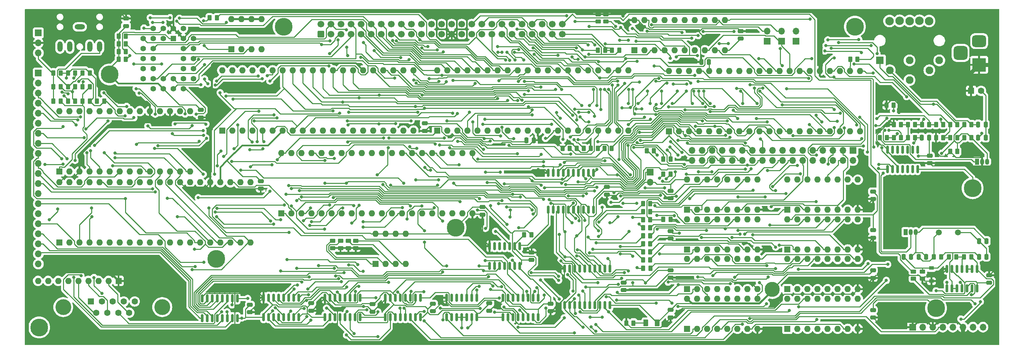
<source format=gbr>
%TF.GenerationSoftware,KiCad,Pcbnew,7.0.1*%
%TF.CreationDate,2023-03-15T00:19:43+00:00*%
%TF.ProjectId,CPC464-2MINI,43504334-3634-42d3-924d-494e492e6b69,rev?*%
%TF.SameCoordinates,Original*%
%TF.FileFunction,Copper,L1,Top*%
%TF.FilePolarity,Positive*%
%FSLAX46Y46*%
G04 Gerber Fmt 4.6, Leading zero omitted, Abs format (unit mm)*
G04 Created by KiCad (PCBNEW 7.0.1) date 2023-03-15 00:19:43*
%MOMM*%
%LPD*%
G01*
G04 APERTURE LIST*
G04 Aperture macros list*
%AMRoundRect*
0 Rectangle with rounded corners*
0 $1 Rounding radius*
0 $2 $3 $4 $5 $6 $7 $8 $9 X,Y pos of 4 corners*
0 Add a 4 corners polygon primitive as box body*
4,1,4,$2,$3,$4,$5,$6,$7,$8,$9,$2,$3,0*
0 Add four circle primitives for the rounded corners*
1,1,$1+$1,$2,$3*
1,1,$1+$1,$4,$5*
1,1,$1+$1,$6,$7*
1,1,$1+$1,$8,$9*
0 Add four rect primitives between the rounded corners*
20,1,$1+$1,$2,$3,$4,$5,0*
20,1,$1+$1,$4,$5,$6,$7,0*
20,1,$1+$1,$6,$7,$8,$9,0*
20,1,$1+$1,$8,$9,$2,$3,0*%
G04 Aperture macros list end*
%TA.AperFunction,ComponentPad*%
%ADD10C,4.500000*%
%TD*%
%TA.AperFunction,SMDPad,CuDef*%
%ADD11R,1.200000X0.900000*%
%TD*%
%TA.AperFunction,ComponentPad*%
%ADD12R,1.600000X1.600000*%
%TD*%
%TA.AperFunction,ComponentPad*%
%ADD13O,1.600000X1.600000*%
%TD*%
%TA.AperFunction,SMDPad,CuDef*%
%ADD14RoundRect,0.250000X-0.262500X-0.450000X0.262500X-0.450000X0.262500X0.450000X-0.262500X0.450000X0*%
%TD*%
%TA.AperFunction,SMDPad,CuDef*%
%ADD15RoundRect,0.150000X0.150000X-0.825000X0.150000X0.825000X-0.150000X0.825000X-0.150000X-0.825000X0*%
%TD*%
%TA.AperFunction,SMDPad,CuDef*%
%ADD16RoundRect,0.250000X-0.450000X0.262500X-0.450000X-0.262500X0.450000X-0.262500X0.450000X0.262500X0*%
%TD*%
%TA.AperFunction,SMDPad,CuDef*%
%ADD17RoundRect,0.250000X0.475000X-0.250000X0.475000X0.250000X-0.475000X0.250000X-0.475000X-0.250000X0*%
%TD*%
%TA.AperFunction,ComponentPad*%
%ADD18R,1.050000X1.500000*%
%TD*%
%TA.AperFunction,ComponentPad*%
%ADD19O,1.050000X1.500000*%
%TD*%
%TA.AperFunction,SMDPad,CuDef*%
%ADD20RoundRect,0.250000X0.262500X0.450000X-0.262500X0.450000X-0.262500X-0.450000X0.262500X-0.450000X0*%
%TD*%
%TA.AperFunction,SMDPad,CuDef*%
%ADD21RoundRect,0.250000X0.450000X-0.262500X0.450000X0.262500X-0.450000X0.262500X-0.450000X-0.262500X0*%
%TD*%
%TA.AperFunction,ComponentPad*%
%ADD22R,1.700000X1.700000*%
%TD*%
%TA.AperFunction,ComponentPad*%
%ADD23O,1.700000X1.700000*%
%TD*%
%TA.AperFunction,ComponentPad*%
%ADD24C,4.000000*%
%TD*%
%TA.AperFunction,ComponentPad*%
%ADD25C,1.600000*%
%TD*%
%TA.AperFunction,SMDPad,CuDef*%
%ADD26RoundRect,0.250000X-0.250000X-0.475000X0.250000X-0.475000X0.250000X0.475000X-0.250000X0.475000X0*%
%TD*%
%TA.AperFunction,SMDPad,CuDef*%
%ADD27RoundRect,0.250000X-0.475000X0.250000X-0.475000X-0.250000X0.475000X-0.250000X0.475000X0.250000X0*%
%TD*%
%TA.AperFunction,ComponentPad*%
%ADD28O,2.616000X1.308000*%
%TD*%
%TA.AperFunction,ComponentPad*%
%ADD29O,1.308000X2.616000*%
%TD*%
%TA.AperFunction,ComponentPad*%
%ADD30C,3.800000*%
%TD*%
%TA.AperFunction,ComponentPad*%
%ADD31R,1.950000X1.950000*%
%TD*%
%TA.AperFunction,ComponentPad*%
%ADD32C,1.950000*%
%TD*%
%TA.AperFunction,ComponentPad*%
%ADD33C,2.150000*%
%TD*%
%TA.AperFunction,SMDPad,CuDef*%
%ADD34RoundRect,0.150000X0.150000X-0.875000X0.150000X0.875000X-0.150000X0.875000X-0.150000X-0.875000X0*%
%TD*%
%TA.AperFunction,ComponentPad*%
%ADD35C,1.500000*%
%TD*%
%TA.AperFunction,ComponentPad*%
%ADD36RoundRect,0.250000X0.600000X-0.600000X0.600000X0.600000X-0.600000X0.600000X-0.600000X-0.600000X0*%
%TD*%
%TA.AperFunction,ComponentPad*%
%ADD37C,1.700000*%
%TD*%
%TA.AperFunction,SMDPad,CuDef*%
%ADD38RoundRect,0.250000X0.250000X0.475000X-0.250000X0.475000X-0.250000X-0.475000X0.250000X-0.475000X0*%
%TD*%
%TA.AperFunction,SMDPad,CuDef*%
%ADD39RoundRect,0.250000X0.375000X0.625000X-0.375000X0.625000X-0.375000X-0.625000X0.375000X-0.625000X0*%
%TD*%
%TA.AperFunction,ComponentPad*%
%ADD40R,1.422400X1.422400*%
%TD*%
%TA.AperFunction,ComponentPad*%
%ADD41C,1.422400*%
%TD*%
%TA.AperFunction,ComponentPad*%
%ADD42R,3.500000X3.500000*%
%TD*%
%TA.AperFunction,ComponentPad*%
%ADD43RoundRect,0.750000X-1.000000X0.750000X-1.000000X-0.750000X1.000000X-0.750000X1.000000X0.750000X0*%
%TD*%
%TA.AperFunction,ComponentPad*%
%ADD44RoundRect,0.875000X-0.875000X0.875000X-0.875000X-0.875000X0.875000X-0.875000X0.875000X0.875000X0*%
%TD*%
%TA.AperFunction,ViaPad*%
%ADD45C,0.800000*%
%TD*%
%TA.AperFunction,Conductor*%
%ADD46C,0.250000*%
%TD*%
%TA.AperFunction,Conductor*%
%ADD47C,0.500000*%
%TD*%
%TA.AperFunction,Conductor*%
%ADD48C,0.400000*%
%TD*%
%TA.AperFunction,Conductor*%
%ADD49C,1.000000*%
%TD*%
G04 APERTURE END LIST*
D10*
%TO.P,H9,1,1*%
%TO.N,GND*%
X35788600Y-43840400D03*
%TD*%
D11*
%TO.P,D101,1,K*%
%TO.N,+5V*%
X243353400Y-96083600D03*
%TO.P,D101,2,A*%
%TO.N,Net-(D101-A)*%
X243353400Y-92783600D03*
%TD*%
D12*
%TO.P,SW1,1*%
%TO.N,Net-(IC107-PB1)*%
X102930000Y-91725000D03*
D13*
%TO.P,SW1,2*%
%TO.N,Net-(IC107-PB2)*%
X105470000Y-91725000D03*
%TO.P,SW1,3*%
%TO.N,Net-(IC107-PB3)*%
X108010000Y-91725000D03*
%TO.P,SW1,4*%
%TO.N,Net-(IC107-PB4)*%
X110550000Y-91725000D03*
%TO.P,SW1,5*%
%TO.N,GND*%
X110550000Y-84105000D03*
%TO.P,SW1,6*%
X108010000Y-84105000D03*
%TO.P,SW1,7*%
X105470000Y-84105000D03*
%TO.P,SW1,8*%
X102930000Y-84105000D03*
%TD*%
D14*
%TO.P,R121,1*%
%TO.N,GND*%
X21637500Y-50600000D03*
%TO.P,R121,2*%
%TO.N,AYC*%
X23462500Y-50600000D03*
%TD*%
D12*
%TO.P,IC111,1,A11*%
%TO.N,/CPU/A11*%
X118525000Y-58075000D03*
D13*
%TO.P,IC111,2,A12*%
%TO.N,/CPU/A12*%
X121065000Y-58075000D03*
%TO.P,IC111,3,A13*%
%TO.N,/CPU/A13*%
X123605000Y-58075000D03*
%TO.P,IC111,4,A14*%
%TO.N,/CPU/A14*%
X126145000Y-58075000D03*
%TO.P,IC111,5,A15*%
%TO.N,/CPU/A15*%
X128685000Y-58075000D03*
%TO.P,IC111,6,~{CLK}*%
%TO.N,A100*%
X131225000Y-58075000D03*
%TO.P,IC111,7,D4*%
%TO.N,/CPU/D4*%
X133765000Y-58075000D03*
%TO.P,IC111,8,D3*%
%TO.N,/CPU/D3*%
X136305000Y-58075000D03*
%TO.P,IC111,9,D5*%
%TO.N,/CPU/D5*%
X138845000Y-58075000D03*
%TO.P,IC111,10,D6*%
%TO.N,/CPU/D6*%
X141385000Y-58075000D03*
%TO.P,IC111,11,VCC*%
%TO.N,+5V*%
X143925000Y-58075000D03*
%TO.P,IC111,12,D2*%
%TO.N,/CPU/D2*%
X146465000Y-58075000D03*
%TO.P,IC111,13,D7*%
%TO.N,/CPU/D7*%
X149005000Y-58075000D03*
%TO.P,IC111,14,D0*%
%TO.N,/CPU/D0*%
X151545000Y-58075000D03*
%TO.P,IC111,15,D1*%
%TO.N,/CPU/D1*%
X154085000Y-58075000D03*
%TO.P,IC111,16,~{INT}*%
%TO.N,INT*%
X156625000Y-58075000D03*
%TO.P,IC111,17,~{NMI}*%
%TO.N,NMI*%
X159165000Y-58075000D03*
%TO.P,IC111,18,~{HALT}*%
%TO.N,HALT*%
X161705000Y-58075000D03*
%TO.P,IC111,19,~{MREQ}*%
%TO.N,MREQ*%
X164245000Y-58075000D03*
%TO.P,IC111,20,~{IORQ}*%
%TO.N,IORQ*%
X166785000Y-58075000D03*
%TO.P,IC111,21,~{RD}*%
%TO.N,RD*%
X166785000Y-42835000D03*
%TO.P,IC111,22,~{WR}*%
%TO.N,WR*%
X164245000Y-42835000D03*
%TO.P,IC111,23,~{BUSACK}*%
%TO.N,BUSAK*%
X161705000Y-42835000D03*
%TO.P,IC111,24,~{WAIT}*%
%TO.N,READY*%
X159165000Y-42835000D03*
%TO.P,IC111,25,~{BUSRQ}*%
%TO.N,BUSRQ*%
X156625000Y-42835000D03*
%TO.P,IC111,26,~{RESET}*%
%TO.N,RESET*%
X154085000Y-42835000D03*
%TO.P,IC111,27,~{M1}*%
%TO.N,M1*%
X151545000Y-42835000D03*
%TO.P,IC111,28,~{RFSH}*%
%TO.N,RFSH*%
X149005000Y-42835000D03*
%TO.P,IC111,29,GND*%
%TO.N,GND*%
X146465000Y-42835000D03*
%TO.P,IC111,30,A0*%
%TO.N,/CPU/A0*%
X143925000Y-42835000D03*
%TO.P,IC111,31,A1*%
%TO.N,/CPU/A1*%
X141385000Y-42835000D03*
%TO.P,IC111,32,A2*%
%TO.N,/CPU/A2*%
X138845000Y-42835000D03*
%TO.P,IC111,33,A3*%
%TO.N,/CPU/A3*%
X136305000Y-42835000D03*
%TO.P,IC111,34,A4*%
%TO.N,/CPU/A4*%
X133765000Y-42835000D03*
%TO.P,IC111,35,A5*%
%TO.N,/CPU/A5*%
X131225000Y-42835000D03*
%TO.P,IC111,36,A6*%
%TO.N,/CPU/A6*%
X128685000Y-42835000D03*
%TO.P,IC111,37,A7*%
%TO.N,/CPU/A7*%
X126145000Y-42835000D03*
%TO.P,IC111,38,A8*%
%TO.N,/CPU/A8*%
X123605000Y-42835000D03*
%TO.P,IC111,39,A9*%
%TO.N,/CPU/A9*%
X121065000Y-42835000D03*
%TO.P,IC111,40,A10*%
%TO.N,/CPU/A10*%
X118525000Y-42835000D03*
%TD*%
D14*
%TO.P,R133,1*%
%TO.N,B*%
X237382000Y-56498000D03*
%TO.P,R133,2*%
%TO.N,Net-(Q102-B)*%
X239207000Y-56498000D03*
%TD*%
D15*
%TO.P,IC125,1*%
%TO.N,Net-(C130-Pad1)*%
X247265000Y-97950000D03*
%TO.P,IC125,2*%
%TO.N,Net-(C132-Pad2)*%
X248535000Y-97950000D03*
%TO.P,IC125,3*%
X249805000Y-97950000D03*
%TO.P,IC125,4*%
%TO.N,CK16*%
X251075000Y-97950000D03*
%TO.P,IC125,5*%
%TO.N,PHI*%
X252345000Y-97950000D03*
%TO.P,IC125,6*%
%TO.N,Net-(IC125-Pad6)*%
X253615000Y-97950000D03*
%TO.P,IC125,7,GND*%
%TO.N,GND*%
X254885000Y-97950000D03*
%TO.P,IC125,8*%
%TO.N,Net-(IC110-Pad1)*%
X254885000Y-93000000D03*
%TO.P,IC125,9*%
%TO.N,Net-(IC125-Pad10)*%
X253615000Y-93000000D03*
%TO.P,IC125,10*%
X252345000Y-93000000D03*
%TO.P,IC125,11*%
%TO.N,Net-(IC125-Pad11)*%
X251075000Y-93000000D03*
%TO.P,IC125,12*%
%TO.N,unconnected-(IC125-Pad12)*%
X249805000Y-93000000D03*
%TO.P,IC125,13*%
%TO.N,GND*%
X248535000Y-93000000D03*
%TO.P,IC125,14,VCC*%
%TO.N,+5V*%
X247265000Y-93000000D03*
%TD*%
D16*
%TO.P,R104,1*%
%TO.N,+5V*%
X159150000Y-28637500D03*
%TO.P,R104,2*%
%TO.N,EXP*%
X159150000Y-30462500D03*
%TD*%
D17*
%TO.P,C108,1*%
%TO.N,+5V*%
X228592000Y-85090000D03*
%TO.P,C108,2*%
%TO.N,GND*%
X228592000Y-83190000D03*
%TD*%
D18*
%TO.P,Q101,1,C*%
%TO.N,Net-(CP1-Pin_8)*%
X236825600Y-83668400D03*
D19*
%TO.P,Q101,2,B*%
%TO.N,Net-(Q101-B)*%
X238095600Y-83668400D03*
%TO.P,Q101,3,E*%
%TO.N,GND*%
X239365600Y-83668400D03*
%TD*%
D17*
%TO.P,C105,1*%
%TO.N,+5V*%
X177502200Y-75168600D03*
%TO.P,C105,2*%
%TO.N,GND*%
X177502200Y-73268600D03*
%TD*%
D12*
%TO.P,IC118,1,NC*%
%TO.N,MV*%
X181651200Y-88061600D03*
D13*
%TO.P,IC118,2,DIN*%
%TO.N,/CPU/D2*%
X184191200Y-88061600D03*
%TO.P,IC118,3,~{WRITE}*%
%TO.N,MWE*%
X186731200Y-88061600D03*
%TO.P,IC118,4,~{RAS}*%
%TO.N,RAS*%
X189271200Y-88061600D03*
%TO.P,IC118,5,A0*%
%TO.N,/Memory/XA0*%
X191811200Y-88061600D03*
%TO.P,IC118,6,A2*%
%TO.N,/Memory/XA2*%
X194351200Y-88061600D03*
%TO.P,IC118,7,A1*%
%TO.N,/Memory/XA1*%
X196891200Y-88061600D03*
%TO.P,IC118,8,VCC*%
%TO.N,+5V*%
X199431200Y-88061600D03*
%TO.P,IC118,9,A7*%
%TO.N,/Memory/XA7*%
X199431200Y-80441600D03*
%TO.P,IC118,10,A5*%
%TO.N,/Memory/XA5*%
X196891200Y-80441600D03*
%TO.P,IC118,11,A4*%
%TO.N,/Memory/XA4*%
X194351200Y-80441600D03*
%TO.P,IC118,12,A3*%
%TO.N,/Memory/XA3*%
X191811200Y-80441600D03*
%TO.P,IC118,13,A6*%
%TO.N,/Memory/XA6*%
X189271200Y-80441600D03*
%TO.P,IC118,14,DOUT*%
%TO.N,/Gate Arrays/GD2*%
X186731200Y-80441600D03*
%TO.P,IC118,15,~{CAS}*%
%TO.N,CAS0*%
X184191200Y-80441600D03*
%TO.P,IC118,16,GND*%
%TO.N,GND*%
X181651200Y-80441600D03*
%TD*%
D20*
%TO.P,R160,1*%
%TO.N,Net-(IC900-~{CAS1})*%
X173262500Y-63150000D03*
%TO.P,R160,2*%
%TO.N,CAS1*%
X171437500Y-63150000D03*
%TD*%
D10*
%TO.P,H4,1,1*%
%TO.N,GND*%
X244500400Y-102920800D03*
%TD*%
D21*
%TO.P,R105,1*%
%TO.N,+5V*%
X98000000Y-87712500D03*
%TO.P,R105,2*%
%TO.N,Net-(IC107-PB4)*%
X98000000Y-85887500D03*
%TD*%
D17*
%TO.P,C110,1*%
%TO.N,+5V*%
X228592000Y-95250000D03*
%TO.P,C110,2*%
%TO.N,GND*%
X228592000Y-93350000D03*
%TD*%
D15*
%TO.P,IC113,1,Ea*%
%TO.N,GND*%
X135128000Y-105222000D03*
%TO.P,IC113,2,S1*%
%TO.N,CPU*%
X136398000Y-105222000D03*
%TO.P,IC113,3,I3a*%
%TO.N,/Multiplex/MA2*%
X137668000Y-105222000D03*
%TO.P,IC113,4,I2a*%
%TO.N,/Multiplex/MA9*%
X138938000Y-105222000D03*
%TO.P,IC113,5,I1a*%
%TO.N,/CPU/A3*%
X140208000Y-105222000D03*
%TO.P,IC113,6,I0a*%
%TO.N,/CPU/A10*%
X141478000Y-105222000D03*
%TO.P,IC113,7,Za*%
%TO.N,Net-(IC113-Za)*%
X142748000Y-105222000D03*
%TO.P,IC113,8,GND*%
%TO.N,GND*%
X144018000Y-105222000D03*
%TO.P,IC113,9,Zb*%
%TO.N,Net-(IC113-Zb)*%
X144018000Y-100272000D03*
%TO.P,IC113,10,I0b*%
%TO.N,/CPU/A11*%
X142748000Y-100272000D03*
%TO.P,IC113,11,I1b*%
%TO.N,/CPU/A4*%
X141478000Y-100272000D03*
%TO.P,IC113,12,I2b*%
%TO.N,RA0*%
X140208000Y-100272000D03*
%TO.P,IC113,13,I3b*%
%TO.N,/Multiplex/MA3*%
X138938000Y-100272000D03*
%TO.P,IC113,14,S0*%
%TO.N,CASAD*%
X137668000Y-100272000D03*
%TO.P,IC113,15,Eb*%
%TO.N,GND*%
X136398000Y-100272000D03*
%TO.P,IC113,16,VCC*%
%TO.N,+5V*%
X135128000Y-100272000D03*
%TD*%
D16*
%TO.P,R155,2*%
%TO.N,Net-(IC125-Pad6)*%
X238781400Y-95473100D03*
%TO.P,R155,1*%
%TO.N,A100*%
X238781400Y-93648100D03*
%TD*%
D10*
%TO.P,H5,1,1*%
%TO.N,GND*%
X253746000Y-72593200D03*
%TD*%
D17*
%TO.P,C121,1*%
%TO.N,+5V*%
X131699000Y-103570000D03*
%TO.P,C121,2*%
%TO.N,GND*%
X131699000Y-101670000D03*
%TD*%
D14*
%TO.P,R141,2*%
%TO.N,READY*%
X224663000Y-40005000D03*
%TO.P,R141,1*%
%TO.N,Net-(IC116-READY)*%
X222838000Y-40005000D03*
%TD*%
%TO.P,R131,1*%
%TO.N,R*%
X248050000Y-59800000D03*
%TO.P,R131,2*%
%TO.N,Net-(Q102-B)*%
X249875000Y-59800000D03*
%TD*%
D10*
%TO.P,H2,1,1*%
%TO.N,GND*%
X224028000Y-31750000D03*
%TD*%
D14*
%TO.P,R126,1*%
%TO.N,R*%
X248050000Y-56498000D03*
%TO.P,R126,2*%
%TO.N,Net-(J101-Pin_1)*%
X249875000Y-56498000D03*
%TD*%
D15*
%TO.P,IC110,1*%
%TO.N,Net-(IC110-Pad1)*%
X120904000Y-105222000D03*
%TO.P,IC110,2*%
%TO.N,BUS*%
X122174000Y-105222000D03*
%TO.P,IC110,3*%
%TO.N,8255RESET*%
X123444000Y-105222000D03*
%TO.P,IC110,4*%
X124714000Y-105222000D03*
%TO.P,IC110,5*%
X125984000Y-105222000D03*
%TO.P,IC110,6*%
%TO.N,RESET*%
X127254000Y-105222000D03*
%TO.P,IC110,7,GND*%
%TO.N,GND*%
X128524000Y-105222000D03*
%TO.P,IC110,8*%
%TO.N,Net-(IC108-E)*%
X128524000Y-100272000D03*
%TO.P,IC110,9*%
%TO.N,IOWR*%
X127254000Y-100272000D03*
%TO.P,IC110,10*%
%TO.N,IORD*%
X125984000Y-100272000D03*
%TO.P,IC110,11*%
%TO.N,unconnected-(IC110-Pad11)*%
X124714000Y-100272000D03*
%TO.P,IC110,12*%
%TO.N,unconnected-(IC110-Pad12)*%
X123444000Y-100272000D03*
%TO.P,IC110,13*%
%TO.N,unconnected-(IC110-Pad13)*%
X122174000Y-100272000D03*
%TO.P,IC110,14,VCC*%
%TO.N,+5V*%
X120904000Y-100272000D03*
%TD*%
D22*
%TO.P,CP1,1,Pin_1*%
%TO.N,+5V*%
X238571800Y-107696000D03*
D23*
%TO.P,CP1,2,Pin_2*%
%TO.N,GND*%
X241111800Y-107696000D03*
%TO.P,CP1,3,Pin_3*%
%TO.N,+5V*%
X243651800Y-107696000D03*
%TO.P,CP1,4,Pin_4*%
%TO.N,Net-(CP1-Pin_4)*%
X246191800Y-107696000D03*
%TO.P,CP1,5,Pin_5*%
%TO.N,Net-(CP1-Pin_5)*%
X248731800Y-107696000D03*
%TO.P,CP1,6,Pin_6*%
%TO.N,+5V*%
X251271800Y-107696000D03*
%TO.P,CP1,7,Pin_7*%
%TO.N,SOUND*%
X253811800Y-107696000D03*
%TO.P,CP1,8,Pin_8*%
%TO.N,Net-(CP1-Pin_8)*%
X256351800Y-107696000D03*
%TD*%
D24*
%TO.P,J102,0,GND*%
%TO.N,GND*%
X24116800Y-102649300D03*
X49116800Y-102649300D03*
D12*
%TO.P,J102,1,Pin_1*%
%TO.N,/Sound & Keyboard/AYIO0*%
X31076800Y-101229300D03*
D25*
%TO.P,J102,2,Pin_2*%
%TO.N,/Sound & Keyboard/AYIO1*%
X33846800Y-101229300D03*
%TO.P,J102,3,Pin_3*%
%TO.N,/Sound & Keyboard/AYIO2*%
X36616800Y-101229300D03*
%TO.P,J102,4,Pin_4*%
%TO.N,/Sound & Keyboard/AYIO3*%
X39386800Y-101229300D03*
%TO.P,J102,5,Pin_5*%
%TO.N,/Sound & Keyboard/AYIO6*%
X42156800Y-101229300D03*
%TO.P,J102,6,Pin_6*%
%TO.N,/Sound & Keyboard/AYIO4*%
X32461800Y-104069300D03*
%TO.P,J102,7,Pin_7*%
%TO.N,/Sound & Keyboard/AYIO5*%
X35231800Y-104069300D03*
%TO.P,J102,8,Pin_8*%
%TO.N,Net-(CP2-Pin_2)*%
X38001800Y-104069300D03*
%TO.P,J102,9,Pin_9*%
%TO.N,/Sound & Keyboard/AYIO7*%
X40771800Y-104069300D03*
%TD*%
D18*
%TO.P,Q102,1,E*%
%TO.N,Net-(Q102-E)*%
X254846500Y-65867000D03*
D19*
%TO.P,Q102,2,C*%
%TO.N,+5V*%
X256116500Y-65867000D03*
%TO.P,Q102,3,B*%
%TO.N,Net-(Q102-B)*%
X257386500Y-65867000D03*
%TD*%
D26*
%TO.P,C134,1*%
%TO.N,Net-(J101-Pin_2)*%
X255124500Y-56498000D03*
%TO.P,C134,2*%
%TO.N,GND*%
X257024500Y-56498000D03*
%TD*%
D16*
%TO.P,R103,1*%
%TO.N,+5V*%
X161100000Y-28637500D03*
%TO.P,R103,2*%
%TO.N,PL2_21*%
X161100000Y-30462500D03*
%TD*%
D26*
%TO.P,C131,1*%
%TO.N,Net-(C131-Pad1)*%
X255375000Y-85950000D03*
%TO.P,C131,2*%
%TO.N,GND*%
X257275000Y-85950000D03*
%TD*%
D20*
%TO.P,R118,1*%
%TO.N,Net-(J103-Pad2)*%
X27150000Y-43450000D03*
%TO.P,R118,2*%
%TO.N,AYA*%
X25325000Y-43450000D03*
%TD*%
D17*
%TO.P,C106,1*%
%TO.N,+5V*%
X228592000Y-75311000D03*
%TO.P,C106,2*%
%TO.N,GND*%
X228592000Y-73411000D03*
%TD*%
D14*
%TO.P,R120,1*%
%TO.N,Net-(J103-Ground)*%
X25325000Y-46950000D03*
%TO.P,R120,2*%
%TO.N,AYB*%
X27150000Y-46950000D03*
%TD*%
D20*
%TO.P,R1253,1*%
%TO.N,/Memory/R18*%
X39932500Y-34150000D03*
%TO.P,R1253,2*%
%TO.N,GND*%
X38107500Y-34150000D03*
%TD*%
D12*
%TO.P,IC121,1,NC*%
%TO.N,MV*%
X206975000Y-78054000D03*
D13*
%TO.P,IC121,2,DIN*%
%TO.N,/CPU/D4*%
X209515000Y-78054000D03*
%TO.P,IC121,3,~{WRITE}*%
%TO.N,MWE*%
X212055000Y-78054000D03*
%TO.P,IC121,4,~{RAS}*%
%TO.N,RAS*%
X214595000Y-78054000D03*
%TO.P,IC121,5,A0*%
%TO.N,/Memory/XA0*%
X217135000Y-78054000D03*
%TO.P,IC121,6,A2*%
%TO.N,/Memory/XA2*%
X219675000Y-78054000D03*
%TO.P,IC121,7,A1*%
%TO.N,/Memory/XA1*%
X222215000Y-78054000D03*
%TO.P,IC121,8,VCC*%
%TO.N,+5V*%
X224755000Y-78054000D03*
%TO.P,IC121,9,A7*%
%TO.N,/Memory/XA7*%
X224755000Y-70434000D03*
%TO.P,IC121,10,A5*%
%TO.N,/Memory/XA5*%
X222215000Y-70434000D03*
%TO.P,IC121,11,A4*%
%TO.N,/Memory/XA4*%
X219675000Y-70434000D03*
%TO.P,IC121,12,A3*%
%TO.N,/Memory/XA3*%
X217135000Y-70434000D03*
%TO.P,IC121,13,A6*%
%TO.N,/Memory/XA6*%
X214595000Y-70434000D03*
%TO.P,IC121,14,DOUT*%
%TO.N,/Gate Arrays/GD4*%
X212055000Y-70434000D03*
%TO.P,IC121,15,~{CAS}*%
%TO.N,CAS0*%
X209515000Y-70434000D03*
%TO.P,IC121,16,GND*%
%TO.N,GND*%
X206975000Y-70434000D03*
%TD*%
D27*
%TO.P,C126,1*%
%TO.N,+5V*%
X195180000Y-32875000D03*
%TO.P,C126,2*%
%TO.N,GND*%
X195180000Y-34775000D03*
%TD*%
D28*
%TO.P,J103,1,1*%
%TO.N,GND*%
X28295600Y-31800800D03*
D29*
%TO.P,J103,2,2*%
%TO.N,Net-(J103-Pad2)*%
X23295600Y-36800800D03*
%TO.P,J103,3,Ground*%
%TO.N,Net-(J103-Ground)*%
X33295600Y-36800800D03*
%TO.P,J103,10,10*%
%TO.N,unconnected-(J103-Pad10)*%
X25795600Y-36800800D03*
%TO.P,J103,11,11*%
%TO.N,unconnected-(J103-Pad11)*%
X30795600Y-36800800D03*
%TD*%
D14*
%TO.P,R150,1*%
%TO.N,Net-(IC109-Za)*%
X170525000Y-76451000D03*
%TO.P,R150,2*%
%TO.N,/Memory/XA7*%
X172350000Y-76451000D03*
%TD*%
D17*
%TO.P,C117,1*%
%TO.N,+5V*%
X147193000Y-103697000D03*
%TO.P,C117,2*%
%TO.N,GND*%
X147193000Y-101797000D03*
%TD*%
D14*
%TO.P,R111,1*%
%TO.N,Net-(D101-A)*%
X247749500Y-89912400D03*
%TO.P,R111,2*%
%TO.N,Net-(IC125-Pad11)*%
X249574500Y-89912400D03*
%TD*%
%TO.P,R136,1*%
%TO.N,Net-(J101-Pin_6)*%
X233826000Y-59800000D03*
%TO.P,R136,2*%
%TO.N,GND*%
X235651000Y-59800000D03*
%TD*%
%TO.P,R147,1*%
%TO.N,Net-(IC104-Zb)*%
X170525000Y-82547000D03*
%TO.P,R147,2*%
%TO.N,/Memory/XA4*%
X172350000Y-82547000D03*
%TD*%
%TO.P,R153,1*%
%TO.N,Net-(IC113-Zb)*%
X170525000Y-86611000D03*
%TO.P,R153,2*%
%TO.N,/Memory/XA2*%
X172350000Y-86611000D03*
%TD*%
D17*
%TO.P,C127,1*%
%TO.N,+5V*%
X86741000Y-103570000D03*
%TO.P,C127,2*%
%TO.N,GND*%
X86741000Y-101670000D03*
%TD*%
D12*
%TO.P,IC119,1,NC*%
%TO.N,MV*%
X181651200Y-98104600D03*
D13*
%TO.P,IC119,2,DIN*%
%TO.N,/CPU/D1*%
X184191200Y-98104600D03*
%TO.P,IC119,3,~{WRITE}*%
%TO.N,MWE*%
X186731200Y-98104600D03*
%TO.P,IC119,4,~{RAS}*%
%TO.N,RAS*%
X189271200Y-98104600D03*
%TO.P,IC119,5,A0*%
%TO.N,/Memory/XA0*%
X191811200Y-98104600D03*
%TO.P,IC119,6,A2*%
%TO.N,/Memory/XA2*%
X194351200Y-98104600D03*
%TO.P,IC119,7,A1*%
%TO.N,/Memory/XA1*%
X196891200Y-98104600D03*
%TO.P,IC119,8,VCC*%
%TO.N,+5V*%
X199431200Y-98104600D03*
%TO.P,IC119,9,A7*%
%TO.N,/Memory/XA7*%
X199431200Y-90484600D03*
%TO.P,IC119,10,A5*%
%TO.N,/Memory/XA5*%
X196891200Y-90484600D03*
%TO.P,IC119,11,A4*%
%TO.N,/Memory/XA4*%
X194351200Y-90484600D03*
%TO.P,IC119,12,A3*%
%TO.N,/Memory/XA3*%
X191811200Y-90484600D03*
%TO.P,IC119,13,A6*%
%TO.N,/Memory/XA6*%
X189271200Y-90484600D03*
%TO.P,IC119,14,DOUT*%
%TO.N,/Gate Arrays/GD1*%
X186731200Y-90484600D03*
%TO.P,IC119,15,~{CAS}*%
%TO.N,CAS0*%
X184191200Y-90484600D03*
%TO.P,IC119,16,GND*%
%TO.N,GND*%
X181651200Y-90484600D03*
%TD*%
D14*
%TO.P,R115,1*%
%TO.N,AYA*%
X32625000Y-50600000D03*
%TO.P,R115,2*%
%TO.N,SOUND*%
X34450000Y-50600000D03*
%TD*%
D22*
%TO.P,LK5,1,Pin_1*%
%TO.N,/CPU/A14*%
X201850000Y-35400000D03*
D23*
%TO.P,LK5,2,Pin_2*%
%TO.N,A14OUT*%
X201850000Y-32860000D03*
%TD*%
D27*
%TO.P,C116,1*%
%TO.N,+5V*%
X142380000Y-88825000D03*
%TO.P,C116,2*%
%TO.N,GND*%
X142380000Y-90725000D03*
%TD*%
D14*
%TO.P,R143,1*%
%TO.N,Net-(C130-Pad1)*%
X243939500Y-89912400D03*
%TO.P,R143,2*%
%TO.N,Net-(C132-Pad2)*%
X245764500Y-89912400D03*
%TD*%
%TO.P,R130,1*%
%TO.N,B*%
X237382000Y-59800000D03*
%TO.P,R130,2*%
%TO.N,Net-(J101-Pin_3)*%
X239207000Y-59800000D03*
%TD*%
D26*
%TO.P,C135,1*%
%TO.N,Net-(J101-Pin_3)*%
X240877500Y-59800000D03*
%TO.P,C135,2*%
%TO.N,GND*%
X242777500Y-59800000D03*
%TD*%
D14*
%TO.P,R122,1*%
%TO.N,GND*%
X21637500Y-43450000D03*
%TO.P,R122,2*%
%TO.N,AYA*%
X23462500Y-43450000D03*
%TD*%
%TO.P,R137,1*%
%TO.N,SYNC*%
X244494000Y-56498000D03*
%TO.P,R137,2*%
%TO.N,Net-(J101-Pin_4)*%
X246319000Y-56498000D03*
%TD*%
%TO.P,R128,1*%
%TO.N,G*%
X251606000Y-56498000D03*
%TO.P,R128,2*%
%TO.N,Net-(J101-Pin_2)*%
X253431000Y-56498000D03*
%TD*%
D30*
%TO.P,H8,1,1*%
%TO.N,GND*%
X203149200Y-98171000D03*
%TD*%
D26*
%TO.P,C133,1*%
%TO.N,Net-(J101-Pin_1)*%
X255124500Y-59800000D03*
%TO.P,C133,2*%
%TO.N,GND*%
X257024500Y-59800000D03*
%TD*%
D14*
%TO.P,R142,1*%
%TO.N,GND*%
X162687500Y-37675000D03*
%TO.P,R142,2*%
%TO.N,LPEN*%
X164512500Y-37675000D03*
%TD*%
D12*
%TO.P,IC117,1,NC*%
%TO.N,MV*%
X181651200Y-78038600D03*
D13*
%TO.P,IC117,2,DIN*%
%TO.N,/CPU/D3*%
X184191200Y-78038600D03*
%TO.P,IC117,3,~{WRITE}*%
%TO.N,MWE*%
X186731200Y-78038600D03*
%TO.P,IC117,4,~{RAS}*%
%TO.N,RAS*%
X189271200Y-78038600D03*
%TO.P,IC117,5,A0*%
%TO.N,/Memory/XA0*%
X191811200Y-78038600D03*
%TO.P,IC117,6,A2*%
%TO.N,/Memory/XA2*%
X194351200Y-78038600D03*
%TO.P,IC117,7,A1*%
%TO.N,/Memory/XA1*%
X196891200Y-78038600D03*
%TO.P,IC117,8,VCC*%
%TO.N,+5V*%
X199431200Y-78038600D03*
%TO.P,IC117,9,A7*%
%TO.N,/Memory/XA7*%
X199431200Y-70418600D03*
%TO.P,IC117,10,A5*%
%TO.N,/Memory/XA5*%
X196891200Y-70418600D03*
%TO.P,IC117,11,A4*%
%TO.N,/Memory/XA4*%
X194351200Y-70418600D03*
%TO.P,IC117,12,A3*%
%TO.N,/Memory/XA3*%
X191811200Y-70418600D03*
%TO.P,IC117,13,A6*%
%TO.N,/Memory/XA6*%
X189271200Y-70418600D03*
%TO.P,IC117,14,DOUT*%
%TO.N,/Gate Arrays/GD3*%
X186731200Y-70418600D03*
%TO.P,IC117,15,~{CAS}*%
%TO.N,CAS0*%
X184191200Y-70418600D03*
%TO.P,IC117,16,GND*%
%TO.N,GND*%
X181651200Y-70418600D03*
%TD*%
D22*
%TO.P,J105,1,Pin_1*%
%TO.N,BUS*%
X17830800Y-33324800D03*
D23*
%TO.P,J105,2,Pin_2*%
%TO.N,+5V*%
X17830800Y-35864800D03*
%TO.P,J105,3,Pin_3*%
%TO.N,GND*%
X17830800Y-38404800D03*
%TD*%
D22*
%TO.P,LK6,1,Pin_1*%
%TO.N,/CPU/A15*%
X205475000Y-35400000D03*
D23*
%TO.P,LK6,2,Pin_2*%
%TO.N,A15OUT*%
X205475000Y-32860000D03*
%TD*%
D31*
%TO.P,J101,1,Pin_1*%
%TO.N,Net-(J101-Pin_1)*%
X230327500Y-40273200D03*
D32*
%TO.P,J101,2,Pin_2*%
%TO.N,Net-(J101-Pin_2)*%
X232827500Y-42773200D03*
%TO.P,J101,3,Pin_3*%
%TO.N,Net-(J101-Pin_3)*%
X237827500Y-40273200D03*
%TO.P,J101,4,Pin_4*%
%TO.N,Net-(J101-Pin_4)*%
X242827500Y-42773200D03*
%TO.P,J101,5,Pin_5*%
%TO.N,GND*%
X245327500Y-40273200D03*
%TO.P,J101,6,Pin_6*%
%TO.N,Net-(J101-Pin_6)*%
X237827500Y-45273200D03*
D33*
%TO.P,J101,S,Shield*%
%TO.N,GND*%
X242747500Y-30320200D03*
X240327500Y-30273200D03*
X237827500Y-30320200D03*
X235327500Y-30273200D03*
X232747500Y-30320200D03*
%TD*%
D12*
%TO.P,IC141,1,GND*%
%TO.N,GND*%
X23140000Y-86340000D03*
D13*
%TO.P,IC141,2,n/c*%
%TO.N,unconnected-(IC141-n{slash}c-Pad2)*%
X25680000Y-86340000D03*
%TO.P,IC141,3,B*%
%TO.N,AYB*%
X28220000Y-86340000D03*
%TO.P,IC141,4,A*%
%TO.N,AYA*%
X30760000Y-86340000D03*
%TO.P,IC141,5,n/c*%
%TO.N,unconnected-(IC141-n{slash}c-Pad5)*%
X33300000Y-86340000D03*
%TO.P,IC141,6,IOB7*%
%TO.N,unconnected-(IC141-IOB7-Pad6)*%
X35840000Y-86340000D03*
%TO.P,IC141,7,IOB6*%
%TO.N,unconnected-(IC141-IOB6-Pad7)*%
X38380000Y-86340000D03*
%TO.P,IC141,8,IOB5*%
%TO.N,unconnected-(IC141-IOB5-Pad8)*%
X40920000Y-86340000D03*
%TO.P,IC141,9,IOB4*%
%TO.N,unconnected-(IC141-IOB4-Pad9)*%
X43460000Y-86340000D03*
%TO.P,IC141,10,IOB3*%
%TO.N,unconnected-(IC141-IOB3-Pad10)*%
X46000000Y-86340000D03*
%TO.P,IC141,11,IOB2*%
%TO.N,unconnected-(IC141-IOB2-Pad11)*%
X48540000Y-86340000D03*
%TO.P,IC141,12,IOB1*%
%TO.N,unconnected-(IC141-IOB1-Pad12)*%
X51080000Y-86340000D03*
%TO.P,IC141,13,IOB0*%
%TO.N,unconnected-(IC141-IOB0-Pad13)*%
X53620000Y-86340000D03*
%TO.P,IC141,14,IOA7*%
%TO.N,/Sound & Keyboard/AYIO7*%
X56160000Y-86340000D03*
%TO.P,IC141,15,IOA6*%
%TO.N,/Sound & Keyboard/AYIO6*%
X58700000Y-86340000D03*
%TO.P,IC141,16,IOA5*%
%TO.N,/Sound & Keyboard/AYIO5*%
X61240000Y-86340000D03*
%TO.P,IC141,17,IOA4*%
%TO.N,/Sound & Keyboard/AYIO4*%
X63780000Y-86340000D03*
%TO.P,IC141,18,IOA3*%
%TO.N,/Sound & Keyboard/AYIO3*%
X66320000Y-86340000D03*
%TO.P,IC141,19,IOA2*%
%TO.N,/Sound & Keyboard/AYIO2*%
X68860000Y-86340000D03*
%TO.P,IC141,20,IOA1*%
%TO.N,/Sound & Keyboard/AYIO1*%
X71400000Y-86340000D03*
%TO.P,IC141,21,IOA0*%
%TO.N,/Sound & Keyboard/AYIO0*%
X71400000Y-71100000D03*
%TO.P,IC141,22,CLOCK*%
%TO.N,CPU*%
X68860000Y-71100000D03*
%TO.P,IC141,23,~{RESET}*%
%TO.N,RESET*%
X66320000Y-71100000D03*
%TO.P,IC141,24,~{A9}*%
%TO.N,GND*%
X63780000Y-71100000D03*
%TO.P,IC141,25,A8*%
%TO.N,+5V*%
X61240000Y-71100000D03*
%TO.P,IC141,26,TEST_2*%
%TO.N,unconnected-(IC141-TEST_2-Pad26)*%
X58700000Y-71100000D03*
%TO.P,IC141,27,BDIR*%
%TO.N,AYBDIR*%
X56160000Y-71100000D03*
%TO.P,IC141,28,BC2*%
%TO.N,+5V*%
X53620000Y-71100000D03*
%TO.P,IC141,29,BC1*%
%TO.N,AYBC1*%
X51080000Y-71100000D03*
%TO.P,IC141,30,DA7*%
%TO.N,/IO/AYD7*%
X48540000Y-71100000D03*
%TO.P,IC141,31,DA6*%
%TO.N,/IO/AYD6*%
X46000000Y-71100000D03*
%TO.P,IC141,32,DA5*%
%TO.N,/IO/AYD5*%
X43460000Y-71100000D03*
%TO.P,IC141,33,DA4*%
%TO.N,/IO/AYD4*%
X40920000Y-71100000D03*
%TO.P,IC141,34,DA3*%
%TO.N,/IO/AYD3*%
X38380000Y-71100000D03*
%TO.P,IC141,35,DA2*%
%TO.N,/IO/AYD2*%
X35840000Y-71100000D03*
%TO.P,IC141,36,DA1*%
%TO.N,/IO/AYD1*%
X33300000Y-71100000D03*
%TO.P,IC141,37,DA0*%
%TO.N,/IO/AYD0*%
X30760000Y-71100000D03*
%TO.P,IC141,38,C*%
%TO.N,AYC*%
X28220000Y-71100000D03*
%TO.P,IC141,39,TEST_1*%
%TO.N,unconnected-(IC141-TEST_1-Pad39)*%
X25680000Y-71100000D03*
%TO.P,IC141,40,VCC*%
%TO.N,+5V*%
X23140000Y-71100000D03*
%TD*%
D34*
%TO.P,IC115,1,OEa*%
%TO.N,244EN*%
X150749000Y-102186000D03*
%TO.P,IC115,2,I0a*%
%TO.N,/CPU/D0*%
X152019000Y-102186000D03*
%TO.P,IC115,3,O3b*%
%TO.N,/Gate Arrays/GD4*%
X153289000Y-102186000D03*
%TO.P,IC115,4,I1a*%
%TO.N,/CPU/D1*%
X154559000Y-102186000D03*
%TO.P,IC115,5,O2b*%
%TO.N,/Gate Arrays/GD5*%
X155829000Y-102186000D03*
%TO.P,IC115,6,I2a*%
%TO.N,/CPU/D2*%
X157099000Y-102186000D03*
%TO.P,IC115,7,O1b*%
%TO.N,/Gate Arrays/GD6*%
X158369000Y-102186000D03*
%TO.P,IC115,8,I3a*%
%TO.N,/CPU/D3*%
X159639000Y-102186000D03*
%TO.P,IC115,9,O0b*%
%TO.N,/Gate Arrays/GD7*%
X160909000Y-102186000D03*
%TO.P,IC115,10,GND*%
%TO.N,GND*%
X162179000Y-102186000D03*
%TO.P,IC115,11,I0b*%
%TO.N,/CPU/D7*%
X162179000Y-92886000D03*
%TO.P,IC115,12,O3a*%
%TO.N,/Gate Arrays/GD3*%
X160909000Y-92886000D03*
%TO.P,IC115,13,I1b*%
%TO.N,/CPU/D6*%
X159639000Y-92886000D03*
%TO.P,IC115,14,O2a*%
%TO.N,/Gate Arrays/GD2*%
X158369000Y-92886000D03*
%TO.P,IC115,15,I2b*%
%TO.N,/CPU/D5*%
X157099000Y-92886000D03*
%TO.P,IC115,16,O1a*%
%TO.N,/Gate Arrays/GD1*%
X155829000Y-92886000D03*
%TO.P,IC115,17,I3b*%
%TO.N,/CPU/D4*%
X154559000Y-92886000D03*
%TO.P,IC115,18,O0a*%
%TO.N,/Gate Arrays/GD0*%
X153289000Y-92886000D03*
%TO.P,IC115,19,OEb*%
%TO.N,244EN*%
X152019000Y-92886000D03*
%TO.P,IC115,20,VCC*%
%TO.N,+5V*%
X150749000Y-92886000D03*
%TD*%
D12*
%TO.P,SW1250,1*%
%TO.N,/Memory/R15*%
X66550000Y-37425000D03*
D13*
%TO.P,SW1250,2*%
%TO.N,/Memory/R16*%
X69090000Y-37425000D03*
%TO.P,SW1250,3*%
%TO.N,/Memory/R17*%
X71630000Y-37425000D03*
%TO.P,SW1250,4*%
%TO.N,/Memory/R18*%
X74170000Y-37425000D03*
%TO.P,SW1250,5*%
%TO.N,+5V*%
X74170000Y-29805000D03*
%TO.P,SW1250,6*%
X71630000Y-29805000D03*
%TO.P,SW1250,7*%
X69090000Y-29805000D03*
%TO.P,SW1250,8*%
X66550000Y-29805000D03*
%TD*%
D35*
%TO.P,X101,1,1*%
%TO.N,Net-(C130-Pad1)*%
X245170600Y-83765600D03*
%TO.P,X101,2,2*%
%TO.N,Net-(C131-Pad1)*%
X250050600Y-83765600D03*
%TD*%
D20*
%TO.P,R1250,1*%
%TO.N,/Memory/R15*%
X39932500Y-40000000D03*
%TO.P,R1250,2*%
%TO.N,GND*%
X38107500Y-40000000D03*
%TD*%
D17*
%TO.P,C122,1*%
%TO.N,+5V*%
X117475000Y-103697000D03*
%TO.P,C122,2*%
%TO.N,GND*%
X117475000Y-101797000D03*
%TD*%
D14*
%TO.P,R161,1*%
%TO.N,Net-(IC900-~{CAS0})*%
X170537500Y-92800000D03*
%TO.P,R161,2*%
%TO.N,CAS0*%
X172362500Y-92800000D03*
%TD*%
%TO.P,R119,1*%
%TO.N,Net-(J103-Ground)*%
X29012500Y-43450000D03*
%TO.P,R119,2*%
%TO.N,AYA*%
X30837500Y-43450000D03*
%TD*%
%TO.P,R135,1*%
%TO.N,Net-(Q102-B)*%
X240938000Y-56498000D03*
%TO.P,R135,2*%
%TO.N,SYNC*%
X242763000Y-56498000D03*
%TD*%
D36*
%TO.P,PL1,1,Pin_1*%
%TO.N,SOUND*%
X89159000Y-33660000D03*
D37*
%TO.P,PL1,2,Pin_2*%
%TO.N,GND*%
X89159000Y-31120000D03*
%TO.P,PL1,3,Pin_3*%
%TO.N,/CPU/A15*%
X91699000Y-33660000D03*
%TO.P,PL1,4,Pin_4*%
%TO.N,/CPU/A14*%
X91699000Y-31120000D03*
%TO.P,PL1,5,Pin_5*%
%TO.N,/CPU/A13*%
X94239000Y-33660000D03*
%TO.P,PL1,6,Pin_6*%
%TO.N,/CPU/A12*%
X94239000Y-31120000D03*
%TO.P,PL1,7,Pin_7*%
%TO.N,/CPU/A11*%
X96779000Y-33660000D03*
%TO.P,PL1,8,Pin_8*%
%TO.N,/CPU/A10*%
X96779000Y-31120000D03*
%TO.P,PL1,9,Pin_9*%
%TO.N,/CPU/A9*%
X99319000Y-33660000D03*
%TO.P,PL1,10,Pin_10*%
%TO.N,/CPU/A8*%
X99319000Y-31120000D03*
%TO.P,PL1,11,Pin_11*%
%TO.N,/CPU/A7*%
X101859000Y-33660000D03*
%TO.P,PL1,12,Pin_12*%
%TO.N,/CPU/A6*%
X101859000Y-31120000D03*
%TO.P,PL1,13,Pin_13*%
%TO.N,/CPU/A5*%
X104399000Y-33660000D03*
%TO.P,PL1,14,Pin_14*%
%TO.N,/CPU/A4*%
X104399000Y-31120000D03*
%TO.P,PL1,15,Pin_15*%
%TO.N,/CPU/A3*%
X106939000Y-33660000D03*
%TO.P,PL1,16,Pin_16*%
%TO.N,/CPU/A2*%
X106939000Y-31120000D03*
%TO.P,PL1,17,Pin_17*%
%TO.N,/CPU/A1*%
X109479000Y-33660000D03*
%TO.P,PL1,18,Pin_18*%
%TO.N,/CPU/A0*%
X109479000Y-31120000D03*
%TO.P,PL1,19,Pin_19*%
%TO.N,/CPU/D7*%
X112019000Y-33660000D03*
%TO.P,PL1,20,Pin_20*%
%TO.N,/CPU/D6*%
X112019000Y-31120000D03*
%TO.P,PL1,21,Pin_21*%
%TO.N,/CPU/D5*%
X114559000Y-33660000D03*
%TO.P,PL1,22,Pin_22*%
%TO.N,/CPU/D4*%
X114559000Y-31120000D03*
%TO.P,PL1,23,Pin_23*%
%TO.N,/CPU/D3*%
X117099000Y-33660000D03*
%TO.P,PL1,24,Pin_24*%
%TO.N,/CPU/D2*%
X117099000Y-31120000D03*
%TO.P,PL1,25,Pin_25*%
%TO.N,/CPU/D1*%
X119639000Y-33660000D03*
%TO.P,PL1,26,Pin_26*%
%TO.N,/CPU/D0*%
X119639000Y-31120000D03*
%TO.P,PL1,27,Pin_27*%
%TO.N,+5V*%
X122179000Y-33660000D03*
%TO.P,PL1,28,Pin_28*%
%TO.N,MREQ*%
X122179000Y-31120000D03*
%TO.P,PL1,29,Pin_29*%
%TO.N,M1*%
X124719000Y-33660000D03*
%TO.P,PL1,30,Pin_30*%
%TO.N,RFSH*%
X124719000Y-31120000D03*
%TO.P,PL1,31,Pin_31*%
%TO.N,IORQ*%
X127259000Y-33660000D03*
%TO.P,PL1,32,Pin_32*%
%TO.N,RD*%
X127259000Y-31120000D03*
%TO.P,PL1,33,Pin_33*%
%TO.N,WR*%
X129799000Y-33660000D03*
%TO.P,PL1,34,Pin_34*%
%TO.N,HALT*%
X129799000Y-31120000D03*
%TO.P,PL1,35,Pin_35*%
%TO.N,INT*%
X132339000Y-33660000D03*
%TO.P,PL1,36,Pin_36*%
%TO.N,NMI*%
X132339000Y-31120000D03*
%TO.P,PL1,37,Pin_37*%
%TO.N,BUSRQ*%
X134879000Y-33660000D03*
%TO.P,PL1,38,Pin_38*%
%TO.N,BUSAK*%
X134879000Y-31120000D03*
%TO.P,PL1,39,Pin_39*%
%TO.N,READY*%
X137419000Y-33660000D03*
%TO.P,PL1,40,Pin_40*%
%TO.N,BUS*%
X137419000Y-31120000D03*
%TO.P,PL1,41,Pin_41*%
%TO.N,RESET*%
X139959000Y-33660000D03*
%TO.P,PL1,42,Pin_42*%
%TO.N,ROMEN*%
X139959000Y-31120000D03*
%TO.P,PL1,43,Pin_43*%
%TO.N,ROMDIS*%
X142499000Y-33660000D03*
%TO.P,PL1,44,Pin_44*%
%TO.N,RAMRD*%
X142499000Y-31120000D03*
%TO.P,PL1,45,Pin_45*%
%TO.N,RAMDIS*%
X145039000Y-33660000D03*
%TO.P,PL1,46,Pin_46*%
%TO.N,CURSOR*%
X145039000Y-31120000D03*
%TO.P,PL1,47,Pin_47*%
%TO.N,LPEN*%
X147579000Y-33660000D03*
%TO.P,PL1,48,Pin_48*%
%TO.N,EXP*%
X147579000Y-31120000D03*
%TO.P,PL1,49,Pin_49*%
%TO.N,GND*%
X150119000Y-33660000D03*
%TO.P,PL1,50,Pin_50*%
%TO.N,A100*%
X150119000Y-31120000D03*
%TD*%
D38*
%TO.P,C132,1*%
%TO.N,Net-(C131-Pad1)*%
X257232000Y-89912400D03*
%TO.P,C132,2*%
%TO.N,Net-(C132-Pad2)*%
X255332000Y-89912400D03*
%TD*%
D22*
%TO.P,J340,1,Pin_1*%
%TO.N,BUS*%
X172300000Y-68525000D03*
D23*
%TO.P,J340,2,Pin_2*%
%TO.N,GND*%
X172300000Y-71065000D03*
%TD*%
D22*
%TO.P,LK8,1,Pin_1*%
%TO.N,CAS*%
X209125000Y-35400000D03*
D23*
%TO.P,LK8,2,Pin_2*%
%TO.N,CAS0*%
X209125000Y-32860000D03*
%TD*%
D10*
%TO.P,H3,1,1*%
%TO.N,GND*%
X18034000Y-107797600D03*
%TD*%
D14*
%TO.P,R146,1*%
%TO.N,Net-(IC104-Za)*%
X170525000Y-80515000D03*
%TO.P,R146,2*%
%TO.N,/Memory/XA5*%
X172350000Y-80515000D03*
%TD*%
D21*
%TO.P,R108,1*%
%TO.N,+5V*%
X92175000Y-87712500D03*
%TO.P,R108,2*%
%TO.N,Net-(IC107-PB1)*%
X92175000Y-85887500D03*
%TD*%
D14*
%TO.P,R112,1*%
%TO.N,ROMDIS*%
X159137500Y-37675000D03*
%TO.P,R112,2*%
%TO.N,GND*%
X160962500Y-37675000D03*
%TD*%
D27*
%TO.P,C125,1*%
%TO.N,+5V*%
X39970000Y-29700000D03*
%TO.P,C125,2*%
%TO.N,GND*%
X39970000Y-31600000D03*
%TD*%
D15*
%TO.P,IC101,1,Q0*%
%TO.N,Net-(CP2-Pin_19)*%
X59182000Y-105410000D03*
%TO.P,IC101,2,Q1*%
%TO.N,Net-(CP2-Pin_18)*%
X60452000Y-105410000D03*
%TO.P,IC101,3,Q2*%
%TO.N,Net-(CP2-Pin_17)*%
X61722000Y-105410000D03*
%TO.P,IC101,4,Q3*%
%TO.N,Net-(CP2-Pin_16)*%
X62992000Y-105410000D03*
%TO.P,IC101,5,Q4*%
%TO.N,Net-(CP2-Pin_15)*%
X64262000Y-105410000D03*
%TO.P,IC101,6,Q5*%
%TO.N,Net-(CP2-Pin_14)*%
X65532000Y-105410000D03*
%TO.P,IC101,7,Q6*%
%TO.N,Net-(CP2-Pin_13)*%
X66802000Y-105410000D03*
%TO.P,IC101,8,GND*%
%TO.N,GND*%
X68072000Y-105410000D03*
%TO.P,IC101,9,Q7*%
%TO.N,Net-(CP2-Pin_12)*%
X68072000Y-100460000D03*
%TO.P,IC101,10,Q8*%
%TO.N,Net-(CP2-Pin_11)*%
X66802000Y-100460000D03*
%TO.P,IC101,11,Q9*%
%TO.N,Net-(CP2-Pin_2)*%
X65532000Y-100460000D03*
%TO.P,IC101,12,P3*%
%TO.N,/IO/KB3*%
X64262000Y-100460000D03*
%TO.P,IC101,13,P2*%
%TO.N,/IO/KB2*%
X62992000Y-100460000D03*
%TO.P,IC101,14,P1*%
%TO.N,/IO/KB1*%
X61722000Y-100460000D03*
%TO.P,IC101,15,P0*%
%TO.N,/IO/KB0*%
X60452000Y-100460000D03*
%TO.P,IC101,16,VCC*%
%TO.N,+5V*%
X59182000Y-100460000D03*
%TD*%
D14*
%TO.P,R149,1*%
%TO.N,Net-(IC105-Zb)*%
X170525000Y-90675000D03*
%TO.P,R149,2*%
%TO.N,/Memory/XA0*%
X172350000Y-90675000D03*
%TD*%
D22*
%TO.P,CP2,1,Pin_1*%
%TO.N,/Sound & Keyboard/AYIO7*%
X17830800Y-43484800D03*
D23*
%TO.P,CP2,2,Pin_2*%
%TO.N,Net-(CP2-Pin_2)*%
X17830800Y-46024800D03*
%TO.P,CP2,3,Pin_3*%
%TO.N,/Sound & Keyboard/AYIO0*%
X17830800Y-48564800D03*
%TO.P,CP2,4,Pin_4*%
%TO.N,/Sound & Keyboard/AYIO1*%
X17830800Y-51104800D03*
%TO.P,CP2,5,Pin_5*%
%TO.N,/Sound & Keyboard/AYIO2*%
X17830800Y-53644800D03*
%TO.P,CP2,6,Pin_6*%
%TO.N,/Sound & Keyboard/AYIO3*%
X17830800Y-56184800D03*
%TO.P,CP2,7,Pin_7*%
%TO.N,/Sound & Keyboard/AYIO4*%
X17830800Y-58724800D03*
%TO.P,CP2,8,Pin_8*%
%TO.N,/Sound & Keyboard/AYIO5*%
X17830800Y-61264800D03*
%TO.P,CP2,9,Pin_9*%
%TO.N,/Sound & Keyboard/AYIO6*%
X17830800Y-63804800D03*
%TO.P,CP2,10,Pin_10*%
%TO.N,/Sound & Keyboard/AYIO7*%
X17830800Y-66344800D03*
%TO.P,CP2,11,Pin_11*%
%TO.N,Net-(CP2-Pin_11)*%
X17830800Y-68884800D03*
%TO.P,CP2,12,Pin_12*%
%TO.N,Net-(CP2-Pin_12)*%
X17830800Y-71424800D03*
%TO.P,CP2,13,Pin_13*%
%TO.N,Net-(CP2-Pin_13)*%
X17830800Y-73964800D03*
%TO.P,CP2,14,Pin_14*%
%TO.N,Net-(CP2-Pin_14)*%
X17830800Y-76504800D03*
%TO.P,CP2,15,Pin_15*%
%TO.N,Net-(CP2-Pin_15)*%
X17830800Y-79044800D03*
%TO.P,CP2,16,Pin_16*%
%TO.N,Net-(CP2-Pin_16)*%
X17830800Y-81584800D03*
%TO.P,CP2,17,Pin_17*%
%TO.N,Net-(CP2-Pin_17)*%
X17830800Y-84124800D03*
%TO.P,CP2,18,Pin_18*%
%TO.N,Net-(CP2-Pin_18)*%
X17830800Y-86664800D03*
%TO.P,CP2,19,Pin_19*%
%TO.N,Net-(CP2-Pin_19)*%
X17830800Y-89204800D03*
%TO.P,CP2,20,Pin_20*%
%TO.N,unconnected-(CP2-Pin_20-Pad20)*%
X17830800Y-91744800D03*
%TD*%
D14*
%TO.P,R123,1*%
%TO.N,GND*%
X21637500Y-46950000D03*
%TO.P,R123,2*%
%TO.N,AYB*%
X23462500Y-46950000D03*
%TD*%
D12*
%TO.P,NR1,1,common*%
%TO.N,+5V*%
X38075000Y-96025000D03*
D13*
%TO.P,NR1,2,R1*%
%TO.N,/Sound & Keyboard/AYIO7*%
X35535000Y-96025000D03*
%TO.P,NR1,3,R2*%
%TO.N,/Sound & Keyboard/AYIO6*%
X32995000Y-96025000D03*
%TO.P,NR1,4,R3*%
%TO.N,/Sound & Keyboard/AYIO5*%
X30455000Y-96025000D03*
%TO.P,NR1,5,R4*%
%TO.N,/Sound & Keyboard/AYIO4*%
X27915000Y-96025000D03*
%TO.P,NR1,6,R5*%
%TO.N,/Sound & Keyboard/AYIO3*%
X25375000Y-96025000D03*
%TO.P,NR1,7,R6*%
%TO.N,/Sound & Keyboard/AYIO2*%
X22835000Y-96025000D03*
%TO.P,NR1,8,R7*%
%TO.N,/Sound & Keyboard/AYIO1*%
X20295000Y-96025000D03*
%TO.P,NR1,9,R8*%
%TO.N,/Sound & Keyboard/AYIO0*%
X17755000Y-96025000D03*
%TD*%
D12*
%TO.P,IC116,1,D5*%
%TO.N,/Gate Arrays/GD5*%
X177043000Y-58171000D03*
D13*
%TO.P,IC116,2,D6*%
%TO.N,/Gate Arrays/GD6*%
X179583000Y-58171000D03*
%TO.P,IC116,3,D7*%
%TO.N,/Gate Arrays/GD7*%
X182123000Y-58171000D03*
%TO.P,IC116,4,CCLK*%
%TO.N,CCLK*%
X184663000Y-58171000D03*
%TO.P,IC116,5,SYNC*%
%TO.N,SYNC*%
X187203000Y-58171000D03*
%TO.P,IC116,6,VCCA*%
%TO.N,+5V*%
X189743000Y-58171000D03*
%TO.P,IC116,7,~{RESET}*%
%TO.N,RESET*%
X192283000Y-58171000D03*
%TO.P,IC116,8,B*%
%TO.N,B*%
X194823000Y-58171000D03*
%TO.P,IC116,9,DISPEN*%
%TO.N,DISPEN*%
X197363000Y-58171000D03*
%TO.P,IC116,10,G*%
%TO.N,G*%
X199903000Y-58171000D03*
%TO.P,IC116,11,HSYNC*%
%TO.N,HSYNC*%
X202443000Y-58171000D03*
%TO.P,IC116,12,R*%
%TO.N,R*%
X204983000Y-58171000D03*
%TO.P,IC116,13,VSYNC*%
%TO.N,VSYNC*%
X207523000Y-58171000D03*
%TO.P,IC116,14,~{CPU}*%
%TO.N,CPU*%
X210063000Y-58171000D03*
%TO.P,IC116,15,GNDA*%
%TO.N,GND*%
X212603000Y-58171000D03*
%TO.P,IC116,16,~{CAS}*%
%TO.N,CAS*%
X215143000Y-58171000D03*
%TO.P,IC116,17,~{MREQ}*%
%TO.N,MREQ*%
X217683000Y-58171000D03*
%TO.P,IC116,18,~{IORQ}*%
%TO.N,IORQ*%
X220223000Y-58171000D03*
%TO.P,IC116,19,PHI*%
%TO.N,PHI*%
X222763000Y-58171000D03*
%TO.P,IC116,20,~{M1}*%
%TO.N,M1*%
X225303000Y-58171000D03*
%TO.P,IC116,21,~{RD}*%
%TO.N,RD*%
X225303000Y-42931000D03*
%TO.P,IC116,22,READY*%
%TO.N,Net-(IC116-READY)*%
X222763000Y-42931000D03*
%TO.P,IC116,23,~{244EN}*%
%TO.N,244EN*%
X220223000Y-42931000D03*
%TO.P,IC116,24,XTAL*%
%TO.N,CK16*%
X217683000Y-42931000D03*
%TO.P,IC116,25,VCCB*%
%TO.N,+5V*%
X215143000Y-42931000D03*
%TO.P,IC116,26,GNDB*%
%TO.N,GND*%
X212603000Y-42931000D03*
%TO.P,IC116,27,~{ROMEN}*%
%TO.N,ROMEN*%
X210063000Y-42931000D03*
%TO.P,IC116,28,A15*%
%TO.N,/CPU/A15*%
X207523000Y-42931000D03*
%TO.P,IC116,29,~{RAMRD}*%
%TO.N,RAMRD*%
X204983000Y-42931000D03*
%TO.P,IC116,30,A14*%
%TO.N,/CPU/A14*%
X202443000Y-42931000D03*
%TO.P,IC116,31,~{CASAD}*%
%TO.N,CASAD*%
X199903000Y-42931000D03*
%TO.P,IC116,32,~{INT}*%
%TO.N,Net-(IC116-~{INT})*%
X197363000Y-42931000D03*
%TO.P,IC116,33,~{MWE}*%
%TO.N,MWE*%
X194823000Y-42931000D03*
%TO.P,IC116,34,~{RAS}*%
%TO.N,RAS*%
X192283000Y-42931000D03*
%TO.P,IC116,35,D0*%
%TO.N,/Gate Arrays/GD0*%
X189743000Y-42931000D03*
%TO.P,IC116,36,GNDC*%
%TO.N,GND*%
X187203000Y-42931000D03*
%TO.P,IC116,37,D1*%
%TO.N,/Gate Arrays/GD1*%
X184663000Y-42931000D03*
%TO.P,IC116,38,D2*%
%TO.N,/Gate Arrays/GD2*%
X182123000Y-42931000D03*
%TO.P,IC116,39,D3*%
%TO.N,/Gate Arrays/GD3*%
X179583000Y-42931000D03*
%TO.P,IC116,40,D4*%
%TO.N,/Gate Arrays/GD4*%
X177043000Y-42931000D03*
%TD*%
D21*
%TO.P,R106,1*%
%TO.N,+5V*%
X96075000Y-87712500D03*
%TO.P,R106,2*%
%TO.N,Net-(IC107-PB3)*%
X96075000Y-85887500D03*
%TD*%
D20*
%TO.P,R1252,1*%
%TO.N,/Memory/R17*%
X39932500Y-36100000D03*
%TO.P,R1252,2*%
%TO.N,GND*%
X38107500Y-36100000D03*
%TD*%
D14*
%TO.P,R134,1*%
%TO.N,Net-(Q102-E)*%
X230270000Y-59800000D03*
%TO.P,R134,2*%
%TO.N,Net-(J101-Pin_6)*%
X232095000Y-59800000D03*
%TD*%
D17*
%TO.P,C123,1*%
%TO.N,+5V*%
X102235000Y-103824000D03*
%TO.P,C123,2*%
%TO.N,GND*%
X102235000Y-101924000D03*
%TD*%
D12*
%TO.P,IC900,1,D7D6*%
%TO.N,D6ANDD7*%
X168350000Y-37700000D03*
D13*
%TO.P,IC900,2,D0*%
%TO.N,/CPU/D0*%
X170890000Y-37700000D03*
%TO.P,IC900,3,~{RESET}*%
%TO.N,RESET*%
X173430000Y-37700000D03*
%TO.P,IC900,4,RAMDIS*%
%TO.N,RAMDIS*%
X175970000Y-37700000D03*
%TO.P,IC900,5,D1*%
%TO.N,/CPU/D1*%
X178510000Y-37700000D03*
%TO.P,IC900,6,D2*%
%TO.N,/CPU/D2*%
X181050000Y-37700000D03*
%TO.P,IC900,7,NCAS*%
%TO.N,CAS*%
X183590000Y-37700000D03*
%TO.P,IC900,8,A15*%
%TO.N,/CPU/A15*%
X186130000Y-37700000D03*
%TO.P,IC900,9,A14*%
%TO.N,/CPU/A14*%
X188670000Y-37700000D03*
%TO.P,IC900,10,GND*%
%TO.N,GND*%
X191210000Y-37700000D03*
%TO.P,IC900,11,~{CPU}*%
%TO.N,CPU*%
X191210000Y-30080000D03*
%TO.P,IC900,12,A15out*%
%TO.N,A15OUT*%
X188670000Y-30080000D03*
%TO.P,IC900,13*%
%TO.N,unconnected-(IC900-Pad13)*%
X186130000Y-30080000D03*
%TO.P,IC900,14*%
%TO.N,unconnected-(IC900-Pad14)*%
X183590000Y-30080000D03*
%TO.P,IC900,15*%
%TO.N,unconnected-(IC900-Pad15)*%
X181050000Y-30080000D03*
%TO.P,IC900,16,~{CAS1}*%
%TO.N,Net-(IC900-~{CAS1})*%
X178510000Y-30080000D03*
%TO.P,IC900,17,~{CAS0}*%
%TO.N,Net-(IC900-~{CAS0})*%
X175970000Y-30080000D03*
%TO.P,IC900,18,~{IOWR}*%
%TO.N,IOWR*%
X173430000Y-30080000D03*
%TO.P,IC900,19,A14out*%
%TO.N,A14OUT*%
X170890000Y-30080000D03*
%TO.P,IC900,20,VCC*%
%TO.N,+5V*%
X168350000Y-30080000D03*
%TD*%
D10*
%TO.P,H6,1,1*%
%TO.N,GND*%
X62788800Y-90474800D03*
%TD*%
D15*
%TO.P,IC104,1,Ea*%
%TO.N,GND*%
X74676000Y-105222000D03*
%TO.P,IC104,2,S1*%
%TO.N,CPU*%
X75946000Y-105222000D03*
%TO.P,IC104,3,I3a*%
%TO.N,/Multiplex/MA4*%
X77216000Y-105222000D03*
%TO.P,IC104,4,I2a*%
%TO.N,RA1*%
X78486000Y-105222000D03*
%TO.P,IC104,5,I1a*%
%TO.N,/CPU/A5*%
X79756000Y-105222000D03*
%TO.P,IC104,6,I0a*%
%TO.N,/CPU/A12*%
X81026000Y-105222000D03*
%TO.P,IC104,7,Za*%
%TO.N,Net-(IC104-Za)*%
X82296000Y-105222000D03*
%TO.P,IC104,8,GND*%
%TO.N,GND*%
X83566000Y-105222000D03*
%TO.P,IC104,9,Zb*%
%TO.N,Net-(IC104-Zb)*%
X83566000Y-100272000D03*
%TO.P,IC104,10,I0b*%
%TO.N,/CPU/A13*%
X82296000Y-100272000D03*
%TO.P,IC104,11,I1b*%
%TO.N,/CPU/A6*%
X81026000Y-100272000D03*
%TO.P,IC104,12,I2b*%
%TO.N,RA2*%
X79756000Y-100272000D03*
%TO.P,IC104,13,I3b*%
%TO.N,/Multiplex/MA5*%
X78486000Y-100272000D03*
%TO.P,IC104,14,S0*%
%TO.N,CASAD*%
X77216000Y-100272000D03*
%TO.P,IC104,15,Eb*%
%TO.N,GND*%
X75946000Y-100272000D03*
%TO.P,IC104,16,VCC*%
%TO.N,+5V*%
X74676000Y-100272000D03*
%TD*%
D17*
%TO.P,C112,1*%
%TO.N,+5V*%
X228592000Y-105283000D03*
%TO.P,C112,2*%
%TO.N,GND*%
X228592000Y-103383000D03*
%TD*%
D14*
%TO.P,R145,1*%
%TO.N,Net-(IC125-Pad11)*%
X251559500Y-89912400D03*
%TO.P,R145,2*%
%TO.N,Net-(IC110-Pad1)*%
X253384500Y-89912400D03*
%TD*%
D17*
%TO.P,C137,1*%
%TO.N,+5V*%
X73975000Y-72690000D03*
%TO.P,C137,2*%
%TO.N,GND*%
X73975000Y-70790000D03*
%TD*%
D14*
%TO.P,R109,1*%
%TO.N,+5V*%
X150194600Y-62525000D03*
%TO.P,R109,2*%
%TO.N,NMI*%
X152019600Y-62525000D03*
%TD*%
D17*
%TO.P,C114,1*%
%TO.N,+5V*%
X161417000Y-74164000D03*
%TO.P,C114,2*%
%TO.N,GND*%
X161417000Y-72264000D03*
%TD*%
D12*
%TO.P,IC122,1,NC*%
%TO.N,MV*%
X206975000Y-88077000D03*
D13*
%TO.P,IC122,2,DIN*%
%TO.N,/CPU/D5*%
X209515000Y-88077000D03*
%TO.P,IC122,3,~{WRITE}*%
%TO.N,MWE*%
X212055000Y-88077000D03*
%TO.P,IC122,4,~{RAS}*%
%TO.N,RAS*%
X214595000Y-88077000D03*
%TO.P,IC122,5,A0*%
%TO.N,/Memory/XA0*%
X217135000Y-88077000D03*
%TO.P,IC122,6,A2*%
%TO.N,/Memory/XA2*%
X219675000Y-88077000D03*
%TO.P,IC122,7,A1*%
%TO.N,/Memory/XA1*%
X222215000Y-88077000D03*
%TO.P,IC122,8,VCC*%
%TO.N,+5V*%
X224755000Y-88077000D03*
%TO.P,IC122,9,A7*%
%TO.N,/Memory/XA7*%
X224755000Y-80457000D03*
%TO.P,IC122,10,A5*%
%TO.N,/Memory/XA5*%
X222215000Y-80457000D03*
%TO.P,IC122,11,A4*%
%TO.N,/Memory/XA4*%
X219675000Y-80457000D03*
%TO.P,IC122,12,A3*%
%TO.N,/Memory/XA3*%
X217135000Y-80457000D03*
%TO.P,IC122,13,A6*%
%TO.N,/Memory/XA6*%
X214595000Y-80457000D03*
%TO.P,IC122,14,DOUT*%
%TO.N,/Gate Arrays/GD5*%
X212055000Y-80457000D03*
%TO.P,IC122,15,~{CAS}*%
%TO.N,CAS0*%
X209515000Y-80457000D03*
%TO.P,IC122,16,GND*%
%TO.N,GND*%
X206975000Y-80457000D03*
%TD*%
D12*
%TO.P,IC120,1,NC*%
%TO.N,MV*%
X181651200Y-108127600D03*
D13*
%TO.P,IC120,2,DIN*%
%TO.N,/CPU/D0*%
X184191200Y-108127600D03*
%TO.P,IC120,3,~{WRITE}*%
%TO.N,MWE*%
X186731200Y-108127600D03*
%TO.P,IC120,4,~{RAS}*%
%TO.N,RAS*%
X189271200Y-108127600D03*
%TO.P,IC120,5,A0*%
%TO.N,/Memory/XA0*%
X191811200Y-108127600D03*
%TO.P,IC120,6,A2*%
%TO.N,/Memory/XA2*%
X194351200Y-108127600D03*
%TO.P,IC120,7,A1*%
%TO.N,/Memory/XA1*%
X196891200Y-108127600D03*
%TO.P,IC120,8,VCC*%
%TO.N,+5V*%
X199431200Y-108127600D03*
%TO.P,IC120,9,A7*%
%TO.N,/Memory/XA7*%
X199431200Y-100507600D03*
%TO.P,IC120,10,A5*%
%TO.N,/Memory/XA5*%
X196891200Y-100507600D03*
%TO.P,IC120,11,A4*%
%TO.N,/Memory/XA4*%
X194351200Y-100507600D03*
%TO.P,IC120,12,A3*%
%TO.N,/Memory/XA3*%
X191811200Y-100507600D03*
%TO.P,IC120,13,A6*%
%TO.N,/Memory/XA6*%
X189271200Y-100507600D03*
%TO.P,IC120,14,DOUT*%
%TO.N,/Gate Arrays/GD0*%
X186731200Y-100507600D03*
%TO.P,IC120,15,~{CAS}*%
%TO.N,CAS0*%
X184191200Y-100507600D03*
%TO.P,IC120,16,GND*%
%TO.N,GND*%
X181651200Y-100507600D03*
%TD*%
D17*
%TO.P,C120,1*%
%TO.N,+5V*%
X130000000Y-79275000D03*
%TO.P,C120,2*%
%TO.N,GND*%
X130000000Y-77375000D03*
%TD*%
D39*
%TO.P,D102,1,K*%
%TO.N,GND*%
X174050000Y-106625000D03*
%TO.P,D102,2,A*%
%TO.N,Net-(D102-A)*%
X171250000Y-106625000D03*
%TD*%
D14*
%TO.P,R132,1*%
%TO.N,G*%
X251606000Y-59800000D03*
%TO.P,R132,2*%
%TO.N,Net-(Q102-B)*%
X253431000Y-59800000D03*
%TD*%
D38*
%TO.P,C136,1*%
%TO.N,+5V*%
X142975000Y-60450000D03*
%TO.P,C136,2*%
%TO.N,GND*%
X141075000Y-60450000D03*
%TD*%
D17*
%TO.P,C115,1*%
%TO.N,+5V*%
X165608000Y-98359000D03*
%TO.P,C115,2*%
%TO.N,GND*%
X165608000Y-96459000D03*
%TD*%
D20*
%TO.P,R138,1*%
%TO.N,Net-(D102-A)*%
X168112500Y-106675000D03*
%TO.P,R138,2*%
%TO.N,+5V*%
X166287500Y-106675000D03*
%TD*%
D21*
%TO.P,R101,2*%
%TO.N,Net-(D101-A)*%
X241075000Y-93648100D03*
%TO.P,R101,1*%
%TO.N,+5V*%
X241075000Y-95473100D03*
%TD*%
D26*
%TO.P,C102,1*%
%TO.N,Net-(D101-A)*%
X236282000Y-89912400D03*
%TO.P,C102,2*%
%TO.N,GND*%
X238182000Y-89912400D03*
%TD*%
D14*
%TO.P,R124,1*%
%TO.N,RAMDIS*%
X140487500Y-84400000D03*
%TO.P,R124,2*%
%TO.N,GND*%
X142312500Y-84400000D03*
%TD*%
D26*
%TO.P,C130,1*%
%TO.N,Net-(C130-Pad1)*%
X240092000Y-89912400D03*
%TO.P,C130,2*%
%TO.N,GND*%
X241992000Y-89912400D03*
%TD*%
D15*
%TO.P,IC105,1,Ea*%
%TO.N,GND*%
X90170000Y-105222000D03*
%TO.P,IC105,2,S1*%
%TO.N,CPU*%
X91440000Y-105222000D03*
%TO.P,IC105,3,I3a*%
%TO.N,/Multiplex/MA0*%
X92710000Y-105222000D03*
%TO.P,IC105,4,I2a*%
%TO.N,CCLK*%
X93980000Y-105222000D03*
%TO.P,IC105,5,I1a*%
%TO.N,/CPU/A1*%
X95250000Y-105222000D03*
%TO.P,IC105,6,I0a*%
%TO.N,/CPU/A0*%
X96520000Y-105222000D03*
%TO.P,IC105,7,Za*%
%TO.N,Net-(IC105-Za)*%
X97790000Y-105222000D03*
%TO.P,IC105,8,GND*%
%TO.N,GND*%
X99060000Y-105222000D03*
%TO.P,IC105,9,Zb*%
%TO.N,Net-(IC105-Zb)*%
X99060000Y-100272000D03*
%TO.P,IC105,10,I0b*%
%TO.N,/CPU/A9*%
X97790000Y-100272000D03*
%TO.P,IC105,11,I1b*%
%TO.N,/CPU/A2*%
X96520000Y-100272000D03*
%TO.P,IC105,12,I2b*%
%TO.N,/Multiplex/MA8*%
X95250000Y-100272000D03*
%TO.P,IC105,13,I3b*%
%TO.N,/Multiplex/MA1*%
X93980000Y-100272000D03*
%TO.P,IC105,14,S0*%
%TO.N,CASAD*%
X92710000Y-100272000D03*
%TO.P,IC105,15,Eb*%
%TO.N,GND*%
X91440000Y-100272000D03*
%TO.P,IC105,16,VCC*%
%TO.N,+5V*%
X90170000Y-100272000D03*
%TD*%
D17*
%TO.P,C113,1*%
%TO.N,+5V*%
X242933800Y-66264800D03*
%TO.P,C113,2*%
%TO.N,GND*%
X242933800Y-64364800D03*
%TD*%
D14*
%TO.P,R127,1*%
%TO.N,+5V*%
X248062500Y-63325000D03*
%TO.P,R127,2*%
%TO.N,G*%
X249887500Y-63325000D03*
%TD*%
%TO.P,R102,1*%
%TO.N,+5V*%
X157312500Y-62525000D03*
%TO.P,R102,2*%
%TO.N,BUS*%
X159137500Y-62525000D03*
%TD*%
%TO.P,R152,1*%
%TO.N,Net-(IC113-Za)*%
X170525000Y-84579000D03*
%TO.P,R152,2*%
%TO.N,/Memory/XA3*%
X172350000Y-84579000D03*
%TD*%
D12*
%TO.P,C101,1*%
%TO.N,+5V*%
X253363200Y-47973200D03*
D25*
%TO.P,C101,2*%
%TO.N,GND*%
X255863200Y-47973200D03*
%TD*%
D14*
%TO.P,R129,1*%
%TO.N,+5V*%
X233826000Y-56498000D03*
%TO.P,R129,2*%
%TO.N,B*%
X235651000Y-56498000D03*
%TD*%
D15*
%TO.P,IC109,1,Ea*%
%TO.N,GND*%
X105410000Y-105222000D03*
%TO.P,IC109,2,S1*%
%TO.N,CPU*%
X106680000Y-105222000D03*
%TO.P,IC109,3,I3a*%
%TO.N,/Multiplex/MA6*%
X107950000Y-105222000D03*
%TO.P,IC109,4,I2a*%
%TO.N,/Multiplex/MA12*%
X109220000Y-105222000D03*
%TO.P,IC109,5,I1a*%
%TO.N,/CPU/A7*%
X110490000Y-105222000D03*
%TO.P,IC109,6,I0a*%
%TO.N,A14OUT*%
X111760000Y-105222000D03*
%TO.P,IC109,7,Za*%
%TO.N,Net-(IC109-Za)*%
X113030000Y-105222000D03*
%TO.P,IC109,8,GND*%
%TO.N,GND*%
X114300000Y-105222000D03*
%TO.P,IC109,9,Zb*%
%TO.N,Net-(IC109-Zb)*%
X114300000Y-100272000D03*
%TO.P,IC109,10,I0b*%
%TO.N,A15OUT*%
X113030000Y-100272000D03*
%TO.P,IC109,11,I1b*%
%TO.N,/CPU/A8*%
X111760000Y-100272000D03*
%TO.P,IC109,12,I2b*%
%TO.N,/Multiplex/MA13*%
X110490000Y-100272000D03*
%TO.P,IC109,13,I3b*%
%TO.N,/Multiplex/MA7*%
X109220000Y-100272000D03*
%TO.P,IC109,14,S0*%
%TO.N,CASAD*%
X107950000Y-100272000D03*
%TO.P,IC109,15,Eb*%
%TO.N,GND*%
X106680000Y-100272000D03*
%TO.P,IC109,16,VCC*%
%TO.N,+5V*%
X105410000Y-100272000D03*
%TD*%
D34*
%TO.P,IC114,1,OE*%
%TO.N,373EN*%
X146558000Y-77991000D03*
%TO.P,IC114,2,O0*%
%TO.N,/CPU/D0*%
X147828000Y-77991000D03*
%TO.P,IC114,3,D0*%
%TO.N,/Gate Arrays/GD0*%
X149098000Y-77991000D03*
%TO.P,IC114,4,D1*%
%TO.N,/Gate Arrays/GD1*%
X150368000Y-77991000D03*
%TO.P,IC114,5,O1*%
%TO.N,/CPU/D1*%
X151638000Y-77991000D03*
%TO.P,IC114,6,O2*%
%TO.N,/CPU/D2*%
X152908000Y-77991000D03*
%TO.P,IC114,7,D2*%
%TO.N,/Gate Arrays/GD2*%
X154178000Y-77991000D03*
%TO.P,IC114,8,D3*%
%TO.N,/Gate Arrays/GD3*%
X155448000Y-77991000D03*
%TO.P,IC114,9,O3*%
%TO.N,/CPU/D3*%
X156718000Y-77991000D03*
%TO.P,IC114,10,GND*%
%TO.N,GND*%
X157988000Y-77991000D03*
%TO.P,IC114,11,LE*%
%TO.N,READY*%
X157988000Y-68691000D03*
%TO.P,IC114,12,O4*%
%TO.N,/CPU/D4*%
X156718000Y-68691000D03*
%TO.P,IC114,13,D4*%
%TO.N,/Gate Arrays/GD4*%
X155448000Y-68691000D03*
%TO.P,IC114,14,D5*%
%TO.N,/Gate Arrays/GD5*%
X154178000Y-68691000D03*
%TO.P,IC114,15,O5*%
%TO.N,/CPU/D5*%
X152908000Y-68691000D03*
%TO.P,IC114,16,O6*%
%TO.N,/CPU/D6*%
X151638000Y-68691000D03*
%TO.P,IC114,17,D6*%
%TO.N,/Gate Arrays/GD6*%
X150368000Y-68691000D03*
%TO.P,IC114,18,D7*%
%TO.N,/Gate Arrays/GD7*%
X149098000Y-68691000D03*
%TO.P,IC114,19,O7*%
%TO.N,/CPU/D7*%
X147828000Y-68691000D03*
%TO.P,IC114,20,VCC*%
%TO.N,+5V*%
X146558000Y-68691000D03*
%TD*%
D17*
%TO.P,C124,1*%
%TO.N,+5V*%
X58825000Y-54690000D03*
%TO.P,C124,2*%
%TO.N,GND*%
X58825000Y-52790000D03*
%TD*%
D14*
%TO.P,R148,1*%
%TO.N,Net-(IC105-Za)*%
X170525000Y-88643000D03*
%TO.P,R148,2*%
%TO.N,/Memory/XA1*%
X172350000Y-88643000D03*
%TD*%
D20*
%TO.P,R144,1*%
%TO.N,Net-(IC116-~{INT})*%
X177481000Y-65225000D03*
%TO.P,R144,2*%
%TO.N,INT*%
X175656000Y-65225000D03*
%TD*%
D26*
%TO.P,C104,1*%
%TO.N,+5V*%
X185225000Y-40650000D03*
%TO.P,C104,2*%
%TO.N,GND*%
X187125000Y-40650000D03*
%TD*%
D17*
%TO.P,C107,1*%
%TO.N,+5V*%
X177502200Y-85328600D03*
%TO.P,C107,2*%
%TO.N,GND*%
X177502200Y-83428600D03*
%TD*%
D10*
%TO.P,H1,1,1*%
%TO.N,GND*%
X79756000Y-31750000D03*
%TD*%
D14*
%TO.P,R157,1*%
%TO.N,Net-(IC104-Zb)*%
X175656000Y-69050000D03*
%TO.P,R157,2*%
%TO.N,CASAD*%
X177481000Y-69050000D03*
%TD*%
D12*
%TO.P,IC123,1,NC*%
%TO.N,MV*%
X206975000Y-98120000D03*
D13*
%TO.P,IC123,2,DIN*%
%TO.N,/CPU/D6*%
X209515000Y-98120000D03*
%TO.P,IC123,3,~{WRITE}*%
%TO.N,MWE*%
X212055000Y-98120000D03*
%TO.P,IC123,4,~{RAS}*%
%TO.N,RAS*%
X214595000Y-98120000D03*
%TO.P,IC123,5,A0*%
%TO.N,/Memory/XA0*%
X217135000Y-98120000D03*
%TO.P,IC123,6,A2*%
%TO.N,/Memory/XA2*%
X219675000Y-98120000D03*
%TO.P,IC123,7,A1*%
%TO.N,/Memory/XA1*%
X222215000Y-98120000D03*
%TO.P,IC123,8,VCC*%
%TO.N,+5V*%
X224755000Y-98120000D03*
%TO.P,IC123,9,A7*%
%TO.N,/Memory/XA7*%
X224755000Y-90500000D03*
%TO.P,IC123,10,A5*%
%TO.N,/Memory/XA5*%
X222215000Y-90500000D03*
%TO.P,IC123,11,A4*%
%TO.N,/Memory/XA4*%
X219675000Y-90500000D03*
%TO.P,IC123,12,A3*%
%TO.N,/Memory/XA3*%
X217135000Y-90500000D03*
%TO.P,IC123,13,A6*%
%TO.N,/Memory/XA6*%
X214595000Y-90500000D03*
%TO.P,IC123,14,DOUT*%
%TO.N,/Gate Arrays/GD6*%
X212055000Y-90500000D03*
%TO.P,IC123,15,~{CAS}*%
%TO.N,CAS0*%
X209515000Y-90500000D03*
%TO.P,IC123,16,GND*%
%TO.N,GND*%
X206975000Y-90500000D03*
%TD*%
%TO.P,IC102,28,DA0*%
%TO.N,/IO/AYD0*%
X23150000Y-53100000D03*
%TO.P,IC102,27,DA1*%
%TO.N,/IO/AYD1*%
X25690000Y-53100000D03*
%TO.P,IC102,26,DA2*%
%TO.N,/IO/AYD2*%
X28230000Y-53100000D03*
%TO.P,IC102,25,DA3*%
%TO.N,/IO/AYD3*%
X30770000Y-53100000D03*
%TO.P,IC102,24,DA4*%
%TO.N,/IO/AYD4*%
X33310000Y-53100000D03*
%TO.P,IC102,23,DA5*%
%TO.N,/IO/AYD5*%
X35850000Y-53100000D03*
%TO.P,IC102,22,DA6*%
%TO.N,/IO/AYD6*%
X38390000Y-53100000D03*
%TO.P,IC102,21,DA7*%
%TO.N,/IO/AYD7*%
X40930000Y-53100000D03*
%TO.P,IC102,20,BC1*%
%TO.N,AYBC1*%
X43470000Y-53100000D03*
%TO.P,IC102,19,BC2*%
%TO.N,+5V*%
X46010000Y-53100000D03*
%TO.P,IC102,18,BDIR*%
%TO.N,AYBDIR*%
X48550000Y-53100000D03*
%TO.P,IC102,17,A8*%
%TO.N,+5V*%
X51090000Y-53100000D03*
%TO.P,IC102,16,~{RESET}*%
%TO.N,RESET*%
X53630000Y-53100000D03*
%TO.P,IC102,15,CLOCK*%
%TO.N,CPU*%
X56170000Y-53100000D03*
%TO.P,IC102,14,IOA0*%
%TO.N,/Sound & Keyboard/AYIO0*%
X56170000Y-68340000D03*
%TO.P,IC102,13,IOA1*%
%TO.N,/Sound & Keyboard/AYIO1*%
X53630000Y-68340000D03*
%TO.P,IC102,12,IOA2*%
%TO.N,/Sound & Keyboard/AYIO2*%
X51090000Y-68340000D03*
%TO.P,IC102,11,IOA3*%
%TO.N,/Sound & Keyboard/AYIO3*%
X48550000Y-68340000D03*
%TO.P,IC102,10,IOA4*%
%TO.N,/Sound & Keyboard/AYIO4*%
X46010000Y-68340000D03*
%TO.P,IC102,9,IOA5*%
%TO.N,/Sound & Keyboard/AYIO5*%
X43470000Y-68340000D03*
%TO.P,IC102,8,IOA6*%
%TO.N,/Sound & Keyboard/AYIO6*%
X40930000Y-68340000D03*
%TO.P,IC102,7,IOA7*%
%TO.N,/Sound & Keyboard/AYIO7*%
X38390000Y-68340000D03*
%TO.P,IC102,6,GND*%
%TO.N,GND*%
X35850000Y-68340000D03*
%TO.P,IC102,5,B*%
%TO.N,AYB*%
X33310000Y-68340000D03*
%TO.P,IC102,4,A*%
%TO.N,AYA*%
X30770000Y-68340000D03*
%TO.P,IC102,3,VCC*%
%TO.N,+5V*%
X28230000Y-68340000D03*
%TO.P,IC102,2,TEST_1*%
%TO.N,unconnected-(IC102-TEST_1-Pad2)*%
X25690000Y-68340000D03*
D12*
%TO.P,IC102,1,C*%
%TO.N,AYC*%
X23150000Y-68340000D03*
%TD*%
D22*
%TO.P,J900,1,Pin_1*%
%TO.N,/Memory/XA0*%
X223525000Y-63063200D03*
D23*
%TO.P,J900,2,Pin_2*%
%TO.N,/Memory/XA1*%
X223525000Y-65603200D03*
%TO.P,J900,3,Pin_3*%
%TO.N,/Memory/XA2*%
X220985000Y-63063200D03*
%TO.P,J900,4,Pin_4*%
%TO.N,/Memory/XA3*%
X220985000Y-65603200D03*
%TO.P,J900,5,Pin_5*%
%TO.N,/Memory/XA4*%
X218445000Y-63063200D03*
%TO.P,J900,6,Pin_6*%
%TO.N,/Memory/XA5*%
X218445000Y-65603200D03*
%TO.P,J900,7,Pin_7*%
%TO.N,/Memory/XA6*%
X215905000Y-63063200D03*
%TO.P,J900,8,Pin_8*%
%TO.N,/Memory/XA7*%
X215905000Y-65603200D03*
%TO.P,J900,9,Pin_9*%
%TO.N,/CPU/D0*%
X213365000Y-63063200D03*
%TO.P,J900,10,Pin_10*%
%TO.N,/CPU/D1*%
X213365000Y-65603200D03*
%TO.P,J900,11,Pin_11*%
%TO.N,/CPU/D2*%
X210825000Y-63063200D03*
%TO.P,J900,12,Pin_12*%
%TO.N,/CPU/D3*%
X210825000Y-65603200D03*
%TO.P,J900,13,Pin_13*%
%TO.N,/CPU/D4*%
X208285000Y-63063200D03*
%TO.P,J900,14,Pin_14*%
%TO.N,/CPU/D5*%
X208285000Y-65603200D03*
%TO.P,J900,15,Pin_15*%
%TO.N,/CPU/D6*%
X205745000Y-63063200D03*
%TO.P,J900,16,Pin_16*%
%TO.N,/CPU/D7*%
X205745000Y-65603200D03*
%TO.P,J900,17,Pin_17*%
%TO.N,GND*%
X203205000Y-63063200D03*
%TO.P,J900,18,Pin_18*%
X203205000Y-65603200D03*
%TO.P,J900,19,Pin_19*%
%TO.N,/Gate Arrays/GD0*%
X200665000Y-63063200D03*
%TO.P,J900,20,Pin_20*%
%TO.N,/Gate Arrays/GD1*%
X200665000Y-65603200D03*
%TO.P,J900,21,Pin_21*%
%TO.N,/Gate Arrays/GD2*%
X198125000Y-63063200D03*
%TO.P,J900,22,Pin_22*%
%TO.N,/Gate Arrays/GD3*%
X198125000Y-65603200D03*
%TO.P,J900,23,Pin_23*%
%TO.N,/Gate Arrays/GD4*%
X195585000Y-63063200D03*
%TO.P,J900,24,Pin_24*%
%TO.N,/Gate Arrays/GD5*%
X195585000Y-65603200D03*
%TO.P,J900,25,Pin_25*%
%TO.N,/Gate Arrays/GD6*%
X193045000Y-63063200D03*
%TO.P,J900,26,Pin_26*%
%TO.N,/Gate Arrays/GD7*%
X193045000Y-65603200D03*
%TO.P,J900,27,Pin_27*%
%TO.N,+5V*%
X190505000Y-63063200D03*
%TO.P,J900,28,Pin_28*%
%TO.N,CAS1*%
X190505000Y-65603200D03*
%TO.P,J900,29,Pin_29*%
%TO.N,CAS0*%
X187965000Y-63063200D03*
%TO.P,J900,30,Pin_30*%
%TO.N,RAS*%
X187965000Y-65603200D03*
%TO.P,J900,31,Pin_31*%
%TO.N,MWE*%
X185425000Y-63063200D03*
%TO.P,J900,32,Pin_32*%
%TO.N,RSV2*%
X185425000Y-65603200D03*
%TO.P,J900,33,Pin_33*%
%TO.N,RSV1*%
X182885000Y-63063200D03*
%TO.P,J900,34,Pin_34*%
%TO.N,+5V*%
X182885000Y-65603200D03*
%TD*%
D14*
%TO.P,R117,1*%
%TO.N,Net-(J103-Pad2)*%
X29012500Y-46950000D03*
%TO.P,R117,2*%
%TO.N,AYC*%
X30837500Y-46950000D03*
%TD*%
D21*
%TO.P,R107,1*%
%TO.N,+5V*%
X94125000Y-87712500D03*
%TO.P,R107,2*%
%TO.N,Net-(IC107-PB2)*%
X94125000Y-85887500D03*
%TD*%
D40*
%TO.P,IC1250,1,A18*%
%TO.N,/Memory/R18*%
X51905000Y-34750000D03*
D41*
%TO.P,IC1250,2,A16*%
%TO.N,/Memory/R16*%
X49365000Y-32210000D03*
%TO.P,IC1250,3,A15*%
%TO.N,/Memory/R15*%
X49365000Y-34750000D03*
%TO.P,IC1250,4,A12*%
%TO.N,/CPU/A12*%
X46825000Y-32210000D03*
%TO.P,IC1250,5,A7*%
%TO.N,/CPU/A7*%
X44285000Y-34750000D03*
%TO.P,IC1250,6,A6*%
%TO.N,/CPU/A6*%
X46825000Y-34750000D03*
%TO.P,IC1250,7,A5*%
%TO.N,/CPU/A5*%
X44285000Y-37290000D03*
%TO.P,IC1250,8,A4*%
%TO.N,/CPU/A4*%
X46825000Y-37290000D03*
%TO.P,IC1250,9,A3*%
%TO.N,/CPU/A3*%
X44285000Y-39830000D03*
%TO.P,IC1250,10,A2*%
%TO.N,/CPU/A2*%
X46825000Y-39830000D03*
%TO.P,IC1250,11,A1*%
%TO.N,/CPU/A1*%
X44285000Y-42370000D03*
%TO.P,IC1250,12,A0*%
%TO.N,/CPU/A0*%
X46825000Y-42370000D03*
%TO.P,IC1250,13,D0*%
%TO.N,/CPU/D0*%
X44285000Y-44910000D03*
%TO.P,IC1250,14,D1*%
%TO.N,/CPU/D1*%
X46825000Y-47450000D03*
%TO.P,IC1250,15,D2*%
%TO.N,/CPU/D2*%
X46825000Y-44910000D03*
%TO.P,IC1250,16,GND*%
%TO.N,GND*%
X49365000Y-47450000D03*
%TO.P,IC1250,17,D3*%
%TO.N,/CPU/D3*%
X49365000Y-44910000D03*
%TO.P,IC1250,18,D4*%
%TO.N,/CPU/D4*%
X51905000Y-47450000D03*
%TO.P,IC1250,19,D5*%
%TO.N,/CPU/D5*%
X51905000Y-44910000D03*
%TO.P,IC1250,20,D6*%
%TO.N,/CPU/D6*%
X54445000Y-47450000D03*
%TO.P,IC1250,21,D7*%
%TO.N,/CPU/D7*%
X56985000Y-44910000D03*
%TO.P,IC1250,22,CE*%
%TO.N,ROMCE*%
X54445000Y-44910000D03*
%TO.P,IC1250,23,A10*%
%TO.N,/CPU/A10*%
X56985000Y-42370000D03*
%TO.P,IC1250,24,OE*%
%TO.N,ROMDIS*%
X54445000Y-42370000D03*
%TO.P,IC1250,25,A11*%
%TO.N,/CPU/A11*%
X56985000Y-39830000D03*
%TO.P,IC1250,26,A9*%
%TO.N,/CPU/A9*%
X54445000Y-39830000D03*
%TO.P,IC1250,27,A8*%
%TO.N,/CPU/A8*%
X56985000Y-37290000D03*
%TO.P,IC1250,28,A13*%
%TO.N,/CPU/A13*%
X54445000Y-37290000D03*
%TO.P,IC1250,29,A14*%
%TO.N,/CPU/A14*%
X56985000Y-34750000D03*
%TO.P,IC1250,30,A17*%
%TO.N,/Memory/R17*%
X54445000Y-32210000D03*
%TO.P,IC1250,31,PGM*%
%TO.N,+5V*%
X54445000Y-34750000D03*
%TO.P,IC1250,32,VCC*%
X51905000Y-32210000D03*
%TD*%
D14*
%TO.P,R125,1*%
%TO.N,+5V*%
X244494000Y-59800000D03*
%TO.P,R125,2*%
%TO.N,R*%
X246319000Y-59800000D03*
%TD*%
D20*
%TO.P,R116,1*%
%TO.N,AYB*%
X27150000Y-50600000D03*
%TO.P,R116,2*%
%TO.N,SOUND*%
X25325000Y-50600000D03*
%TD*%
D15*
%TO.P,IC112,1*%
%TO.N,WR*%
X131775000Y-92200000D03*
%TO.P,IC112,2*%
%TO.N,IORQ*%
X133045000Y-92200000D03*
%TO.P,IC112,3*%
%TO.N,IOWR*%
X134315000Y-92200000D03*
%TO.P,IC112,4*%
%TO.N,IORQ*%
X135585000Y-92200000D03*
%TO.P,IC112,5*%
%TO.N,RD*%
X136855000Y-92200000D03*
%TO.P,IC112,6*%
%TO.N,IORD*%
X138125000Y-92200000D03*
%TO.P,IC112,7,GND*%
%TO.N,GND*%
X139395000Y-92200000D03*
%TO.P,IC112,8*%
%TO.N,373EN*%
X139395000Y-87250000D03*
%TO.P,IC112,9*%
%TO.N,RAMDIS*%
X138125000Y-87250000D03*
%TO.P,IC112,10*%
%TO.N,RAMRD*%
X136855000Y-87250000D03*
%TO.P,IC112,11*%
%TO.N,unconnected-(IC112-Pad11)*%
X135585000Y-87250000D03*
%TO.P,IC112,12*%
%TO.N,unconnected-(IC112-Pad12)*%
X134315000Y-87250000D03*
%TO.P,IC112,13*%
%TO.N,unconnected-(IC112-Pad13)*%
X133045000Y-87250000D03*
%TO.P,IC112,14,VCC*%
%TO.N,+5V*%
X131775000Y-87250000D03*
%TD*%
D10*
%TO.P,H7,1,1*%
%TO.N,GND*%
X123190000Y-82550000D03*
%TD*%
D14*
%TO.P,R156,1*%
%TO.N,ROMCE*%
X61062500Y-29500000D03*
%TO.P,R156,2*%
%TO.N,ROMEN*%
X62887500Y-29500000D03*
%TD*%
D12*
%TO.P,IC107,1,PA3*%
%TO.N,/IO/AYD3*%
X64275000Y-58025000D03*
D13*
%TO.P,IC107,2,PA2*%
%TO.N,/IO/AYD2*%
X66815000Y-58025000D03*
%TO.P,IC107,3,PA1*%
%TO.N,/IO/AYD1*%
X69355000Y-58025000D03*
%TO.P,IC107,4,PA0*%
%TO.N,/IO/AYD0*%
X71895000Y-58025000D03*
%TO.P,IC107,5,~{RD}*%
%TO.N,IORD*%
X74435000Y-58025000D03*
%TO.P,IC107,6,~{CS}*%
%TO.N,/CPU/A11*%
X76975000Y-58025000D03*
%TO.P,IC107,7,GND*%
%TO.N,GND*%
X79515000Y-58025000D03*
%TO.P,IC107,8,A1*%
%TO.N,/CPU/A9*%
X82055000Y-58025000D03*
%TO.P,IC107,9,A0*%
%TO.N,/CPU/A8*%
X84595000Y-58025000D03*
%TO.P,IC107,10,PC7*%
%TO.N,AYBDIR*%
X87135000Y-58025000D03*
%TO.P,IC107,11,PC6*%
%TO.N,AYBC1*%
X89675000Y-58025000D03*
%TO.P,IC107,12,PC5*%
%TO.N,Net-(CP1-Pin_4)*%
X92215000Y-58025000D03*
%TO.P,IC107,13,PC4*%
%TO.N,Net-(IC107-PC4)*%
X94755000Y-58025000D03*
%TO.P,IC107,14,PC0*%
%TO.N,/IO/KB0*%
X97295000Y-58025000D03*
%TO.P,IC107,15,PC1*%
%TO.N,/IO/KB1*%
X99835000Y-58025000D03*
%TO.P,IC107,16,PC2*%
%TO.N,/IO/KB2*%
X102375000Y-58025000D03*
%TO.P,IC107,17,PC3*%
%TO.N,/IO/KB3*%
X104915000Y-58025000D03*
%TO.P,IC107,18,PB0*%
%TO.N,VSYNC*%
X107455000Y-58025000D03*
%TO.P,IC107,19,PB1*%
%TO.N,Net-(IC107-PB1)*%
X109995000Y-58025000D03*
%TO.P,IC107,20,PB2*%
%TO.N,Net-(IC107-PB2)*%
X112535000Y-58025000D03*
%TO.P,IC107,21,PB3*%
%TO.N,Net-(IC107-PB3)*%
X112535000Y-42785000D03*
%TO.P,IC107,22,PB4*%
%TO.N,Net-(IC107-PB4)*%
X109995000Y-42785000D03*
%TO.P,IC107,23,PB5*%
%TO.N,EXP*%
X107455000Y-42785000D03*
%TO.P,IC107,24,PB6*%
%TO.N,PL2_21*%
X104915000Y-42785000D03*
%TO.P,IC107,25,PB7*%
%TO.N,Net-(CP1-Pin_5)*%
X102375000Y-42785000D03*
%TO.P,IC107,26,VCC*%
%TO.N,+5V*%
X99835000Y-42785000D03*
%TO.P,IC107,27,D7*%
%TO.N,/CPU/D7*%
X97295000Y-42785000D03*
%TO.P,IC107,28,D6*%
%TO.N,/CPU/D6*%
X94755000Y-42785000D03*
%TO.P,IC107,29,D5*%
%TO.N,/CPU/D5*%
X92215000Y-42785000D03*
%TO.P,IC107,30,D4*%
%TO.N,/CPU/D4*%
X89675000Y-42785000D03*
%TO.P,IC107,31,D3*%
%TO.N,/CPU/D3*%
X87135000Y-42785000D03*
%TO.P,IC107,32,D2*%
%TO.N,/CPU/D2*%
X84595000Y-42785000D03*
%TO.P,IC107,33,D1*%
%TO.N,/CPU/D1*%
X82055000Y-42785000D03*
%TO.P,IC107,34,D0*%
%TO.N,/CPU/D0*%
X79515000Y-42785000D03*
%TO.P,IC107,35,RESET*%
%TO.N,8255RESET*%
X76975000Y-42785000D03*
%TO.P,IC107,36,~{WR}*%
%TO.N,IOWR*%
X74435000Y-42785000D03*
%TO.P,IC107,37,PA7*%
%TO.N,/IO/AYD7*%
X71895000Y-42785000D03*
%TO.P,IC107,38,PA6*%
%TO.N,/IO/AYD6*%
X69355000Y-42785000D03*
%TO.P,IC107,39,PA5*%
%TO.N,/IO/AYD5*%
X66815000Y-42785000D03*
%TO.P,IC107,40,PA4*%
%TO.N,/IO/AYD4*%
X64275000Y-42785000D03*
%TD*%
D17*
%TO.P,C119,1*%
%TO.N,+5V*%
X115400000Y-58100000D03*
%TO.P,C119,2*%
%TO.N,GND*%
X115400000Y-56200000D03*
%TD*%
D14*
%TO.P,R114,1*%
%TO.N,AYC*%
X29012500Y-50600000D03*
%TO.P,R114,2*%
%TO.N,SOUND*%
X30837500Y-50600000D03*
%TD*%
D12*
%TO.P,IC108,1,GND*%
%TO.N,GND*%
X79170000Y-78975000D03*
D13*
%TO.P,IC108,2,~{RESET}*%
%TO.N,RESET*%
X81710000Y-78975000D03*
%TO.P,IC108,3,LPSTB*%
%TO.N,LPEN*%
X84250000Y-78975000D03*
%TO.P,IC108,4,MA0*%
%TO.N,/Multiplex/MA0*%
X86790000Y-78975000D03*
%TO.P,IC108,5,MA1*%
%TO.N,/Multiplex/MA1*%
X89330000Y-78975000D03*
%TO.P,IC108,6,MA2*%
%TO.N,/Multiplex/MA2*%
X91870000Y-78975000D03*
%TO.P,IC108,7,MA3*%
%TO.N,/Multiplex/MA3*%
X94410000Y-78975000D03*
%TO.P,IC108,8,MA4*%
%TO.N,/Multiplex/MA4*%
X96950000Y-78975000D03*
%TO.P,IC108,9,MA5*%
%TO.N,/Multiplex/MA5*%
X99490000Y-78975000D03*
%TO.P,IC108,10,MA6*%
%TO.N,/Multiplex/MA6*%
X102030000Y-78975000D03*
%TO.P,IC108,11,MA7*%
%TO.N,/Multiplex/MA7*%
X104570000Y-78975000D03*
%TO.P,IC108,12,MA8*%
%TO.N,/Multiplex/MA8*%
X107110000Y-78975000D03*
%TO.P,IC108,13,MA9*%
%TO.N,/Multiplex/MA9*%
X109650000Y-78975000D03*
%TO.P,IC108,14,MA10*%
%TO.N,unconnected-(IC108-MA10-Pad14)*%
X112190000Y-78975000D03*
%TO.P,IC108,15,MA11*%
%TO.N,unconnected-(IC108-MA11-Pad15)*%
X114730000Y-78975000D03*
%TO.P,IC108,16,MA12*%
%TO.N,/Multiplex/MA12*%
X117270000Y-78975000D03*
%TO.P,IC108,17,MA13*%
%TO.N,/Multiplex/MA13*%
X119810000Y-78975000D03*
%TO.P,IC108,18,DE*%
%TO.N,DISPEN*%
X122350000Y-78975000D03*
%TO.P,IC108,19,CURSOR*%
%TO.N,CURSOR*%
X124890000Y-78975000D03*
%TO.P,IC108,20,VCC*%
%TO.N,+5V*%
X127430000Y-78975000D03*
%TO.P,IC108,21,CLK*%
%TO.N,CCLK*%
X127430000Y-63735000D03*
%TO.P,IC108,22,R/~{W}*%
%TO.N,/CPU/A9*%
X124890000Y-63735000D03*
%TO.P,IC108,23,E*%
%TO.N,Net-(IC108-E)*%
X122350000Y-63735000D03*
%TO.P,IC108,24,RS*%
%TO.N,/CPU/A8*%
X119810000Y-63735000D03*
%TO.P,IC108,25,~{CS}*%
%TO.N,/CPU/A14*%
X117270000Y-63735000D03*
%TO.P,IC108,26,D7*%
%TO.N,/CPU/D7*%
X114730000Y-63735000D03*
%TO.P,IC108,27,D6*%
%TO.N,/CPU/D6*%
X112190000Y-63735000D03*
%TO.P,IC108,28,D5*%
%TO.N,/CPU/D5*%
X109650000Y-63735000D03*
%TO.P,IC108,29,D4*%
%TO.N,/CPU/D4*%
X107110000Y-63735000D03*
%TO.P,IC108,30,D3*%
%TO.N,/CPU/D3*%
X104570000Y-63735000D03*
%TO.P,IC108,31,D2*%
%TO.N,/CPU/D2*%
X102030000Y-63735000D03*
%TO.P,IC108,32,D1*%
%TO.N,/CPU/D1*%
X99490000Y-63735000D03*
%TO.P,IC108,33,D0*%
%TO.N,/CPU/D0*%
X96950000Y-63735000D03*
%TO.P,IC108,34,RA4*%
%TO.N,unconnected-(IC108-RA4-Pad34)*%
X94410000Y-63735000D03*
%TO.P,IC108,35,RA3*%
%TO.N,unconnected-(IC108-RA3-Pad35)*%
X91870000Y-63735000D03*
%TO.P,IC108,36,RA2*%
%TO.N,RA2*%
X89330000Y-63735000D03*
%TO.P,IC108,37,RA1*%
%TO.N,RA1*%
X86790000Y-63735000D03*
%TO.P,IC108,38,RA0*%
%TO.N,RA0*%
X84250000Y-63735000D03*
%TO.P,IC108,39,HS*%
%TO.N,HSYNC*%
X81710000Y-63735000D03*
%TO.P,IC108,40,VS*%
%TO.N,VSYNC*%
X79170000Y-63735000D03*
%TD*%
D12*
%TO.P,IC124,1,NC*%
%TO.N,MV*%
X206975000Y-108143000D03*
D13*
%TO.P,IC124,2,DIN*%
%TO.N,/CPU/D7*%
X209515000Y-108143000D03*
%TO.P,IC124,3,~{WRITE}*%
%TO.N,MWE*%
X212055000Y-108143000D03*
%TO.P,IC124,4,~{RAS}*%
%TO.N,RAS*%
X214595000Y-108143000D03*
%TO.P,IC124,5,A0*%
%TO.N,/Memory/XA0*%
X217135000Y-108143000D03*
%TO.P,IC124,6,A2*%
%TO.N,/Memory/XA2*%
X219675000Y-108143000D03*
%TO.P,IC124,7,A1*%
%TO.N,/Memory/XA1*%
X222215000Y-108143000D03*
%TO.P,IC124,8,VCC*%
%TO.N,+5V*%
X224755000Y-108143000D03*
%TO.P,IC124,9,A7*%
%TO.N,/Memory/XA7*%
X224755000Y-100523000D03*
%TO.P,IC124,10,A5*%
%TO.N,/Memory/XA5*%
X222215000Y-100523000D03*
%TO.P,IC124,11,A4*%
%TO.N,/Memory/XA4*%
X219675000Y-100523000D03*
%TO.P,IC124,12,A3*%
%TO.N,/Memory/XA3*%
X217135000Y-100523000D03*
%TO.P,IC124,13,A6*%
%TO.N,/Memory/XA6*%
X214595000Y-100523000D03*
%TO.P,IC124,14,DOUT*%
%TO.N,/Gate Arrays/GD7*%
X212055000Y-100523000D03*
%TO.P,IC124,15,~{CAS}*%
%TO.N,CAS0*%
X209515000Y-100523000D03*
%TO.P,IC124,16,GND*%
%TO.N,GND*%
X206975000Y-100523000D03*
%TD*%
D14*
%TO.P,R110,1*%
%TO.N,+5V*%
X153733600Y-62525000D03*
%TO.P,R110,2*%
%TO.N,BUSRQ*%
X155558600Y-62525000D03*
%TD*%
D42*
%TO.P,J104,1*%
%TO.N,+5V*%
X255398800Y-41400200D03*
D43*
%TO.P,J104,2*%
%TO.N,GND*%
X255398800Y-35400200D03*
D44*
%TO.P,J104,3*%
X250698800Y-38400200D03*
%TD*%
D14*
%TO.P,R113,1*%
%TO.N,Net-(IC107-PC4)*%
X160787500Y-62550000D03*
%TO.P,R113,2*%
%TO.N,Net-(Q101-B)*%
X162612500Y-62550000D03*
%TD*%
D27*
%TO.P,C129,1*%
%TO.N,+5V*%
X257925000Y-94575000D03*
%TO.P,C129,2*%
%TO.N,GND*%
X257925000Y-96475000D03*
%TD*%
D17*
%TO.P,C128,1*%
%TO.N,+5V*%
X71247000Y-103951000D03*
%TO.P,C128,2*%
%TO.N,GND*%
X71247000Y-102051000D03*
%TD*%
D15*
%TO.P,IC901,1*%
%TO.N,/CPU/D6*%
X232215000Y-67800000D03*
%TO.P,IC901,2*%
%TO.N,/CPU/D7*%
X233485000Y-67800000D03*
%TO.P,IC901,3*%
%TO.N,D6ANDD7*%
X234755000Y-67800000D03*
%TO.P,IC901,4*%
%TO.N,unconnected-(IC901-Pad4)*%
X236025000Y-67800000D03*
%TO.P,IC901,5*%
%TO.N,unconnected-(IC901-Pad5)*%
X237295000Y-67800000D03*
%TO.P,IC901,6*%
%TO.N,unconnected-(IC901-Pad6)*%
X238565000Y-67800000D03*
%TO.P,IC901,7,GND*%
%TO.N,GND*%
X239835000Y-67800000D03*
%TO.P,IC901,8*%
%TO.N,unconnected-(IC901-Pad8)*%
X239835000Y-62850000D03*
%TO.P,IC901,9*%
%TO.N,unconnected-(IC901-Pad9)*%
X238565000Y-62850000D03*
%TO.P,IC901,10*%
%TO.N,unconnected-(IC901-Pad10)*%
X237295000Y-62850000D03*
%TO.P,IC901,11*%
%TO.N,unconnected-(IC901-Pad11)*%
X236025000Y-62850000D03*
%TO.P,IC901,12*%
%TO.N,unconnected-(IC901-Pad12)*%
X234755000Y-62850000D03*
%TO.P,IC901,13*%
%TO.N,unconnected-(IC901-Pad13)*%
X233485000Y-62850000D03*
%TO.P,IC901,14,VCC*%
%TO.N,+5V*%
X232215000Y-62850000D03*
%TD*%
D14*
%TO.P,R151,1*%
%TO.N,Net-(IC109-Zb)*%
X170525000Y-78483000D03*
%TO.P,R151,2*%
%TO.N,/Memory/XA6*%
X172350000Y-78483000D03*
%TD*%
%TO.P,R158,1*%
%TO.N,/Memory/XA5*%
X175656000Y-80500000D03*
%TO.P,R158,2*%
%TO.N,+5V*%
X177481000Y-80500000D03*
%TD*%
D20*
%TO.P,R1251,1*%
%TO.N,/Memory/R16*%
X39932500Y-38050000D03*
%TO.P,R1251,2*%
%TO.N,GND*%
X38107500Y-38050000D03*
%TD*%
D17*
%TO.P,C109,1*%
%TO.N,+5V*%
X177502200Y-95234600D03*
%TO.P,C109,2*%
%TO.N,GND*%
X177502200Y-93334600D03*
%TD*%
D14*
%TO.P,R140,1*%
%TO.N,+5V*%
X231975000Y-51575000D03*
%TO.P,R140,2*%
%TO.N,PHI*%
X233800000Y-51575000D03*
%TD*%
D17*
%TO.P,C111,1*%
%TO.N,+5V*%
X177502200Y-105267600D03*
%TO.P,C111,2*%
%TO.N,GND*%
X177502200Y-103367600D03*
%TD*%
D45*
%TO.N,PHI*%
X233775000Y-53050000D03*
X232050000Y-54925000D03*
%TO.N,+5V*%
X232775000Y-55750000D03*
X235175000Y-53450000D03*
%TO.N,/CPU/A1*%
X59500000Y-59250000D03*
%TO.N,/Sound & Keyboard/AYIO5*%
X52900000Y-79825500D03*
%TO.N,Net-(IC108-E)*%
X115293500Y-86200000D03*
X120925000Y-92275000D03*
X128525000Y-98350000D03*
%TO.N,GND*%
X244500400Y-98530200D03*
X130411500Y-60039200D03*
X240023200Y-64452400D03*
X171142700Y-96582300D03*
X179685500Y-83937800D03*
X232600300Y-57977500D03*
X69152500Y-105410000D03*
%TO.N,Net-(C130-Pad1)*%
X247265000Y-96370800D03*
%TO.N,Net-(J101-Pin_1)*%
X256019300Y-58725800D03*
X243822100Y-51342500D03*
%TO.N,Net-(J101-Pin_3)*%
X238861200Y-61127600D03*
%TO.N,SOUND*%
X28024500Y-45583900D03*
X51084700Y-29472500D03*
X161183000Y-100050700D03*
X81144200Y-83791300D03*
X46087500Y-29472500D03*
X60918200Y-77626200D03*
X53442500Y-29607000D03*
X24337300Y-49191300D03*
X65277900Y-30705300D03*
X173804400Y-101621000D03*
X47138500Y-62555600D03*
X39740400Y-54305200D03*
X59456400Y-69065800D03*
%TO.N,/Sound & Keyboard/AYIO0*%
X37173400Y-63681000D03*
X28449500Y-54570200D03*
%TO.N,/Sound & Keyboard/AYIO1*%
X27760200Y-55295300D03*
X37194400Y-64858800D03*
X56634800Y-93140100D03*
%TO.N,/Sound & Keyboard/AYIO2*%
X27385600Y-56570800D03*
X29830300Y-57619300D03*
X41956400Y-54758900D03*
%TO.N,/Sound & Keyboard/AYIO3*%
X57273900Y-87986800D03*
%TO.N,/Sound & Keyboard/AYIO4*%
X29366800Y-59843100D03*
X36583100Y-66890600D03*
X50425000Y-75100000D03*
%TO.N,/Sound & Keyboard/AYIO5*%
X25115000Y-65123900D03*
%TO.N,/Sound & Keyboard/AYIO6*%
X39773500Y-75250000D03*
%TO.N,/IO/KB3*%
X95001500Y-93967300D03*
%TO.N,/IO/KB2*%
X86196400Y-95060000D03*
X86829100Y-81035700D03*
X97474900Y-77027700D03*
%TO.N,/IO/KB1*%
X93619400Y-95454700D03*
%TO.N,/IO/KB0*%
X84307300Y-96284800D03*
X86355700Y-81976800D03*
X94713400Y-77566800D03*
%TO.N,CPU*%
X177829100Y-101638600D03*
X179345100Y-102493000D03*
X77004000Y-103601000D03*
X212666500Y-29807200D03*
X228758100Y-62216000D03*
X218775000Y-39650000D03*
X163811700Y-100883300D03*
X218751200Y-44516900D03*
X209808800Y-102584900D03*
X153153400Y-109133000D03*
X95631800Y-109706500D03*
X160186700Y-105153400D03*
X201656000Y-101765600D03*
X157134200Y-105153400D03*
X231948100Y-95898800D03*
%TO.N,Net-(CP1-Pin_4)*%
X115213900Y-106096300D03*
%TO.N,RESET*%
X182588500Y-46024600D03*
X184629700Y-48065800D03*
X150618000Y-105345200D03*
X175445800Y-70825600D03*
X138954800Y-107714900D03*
X173751000Y-45527800D03*
X155870800Y-39431900D03*
X179378200Y-64235600D03*
X178639600Y-68482700D03*
X183717600Y-56932700D03*
X126288700Y-107893400D03*
X188449400Y-51910000D03*
X177317900Y-62175300D03*
X188640200Y-56932700D03*
%TO.N,AYA*%
X31355400Y-79808900D03*
X24874700Y-44759200D03*
X30112100Y-63647200D03*
%TO.N,AYBDIR*%
X60162500Y-56387500D03*
X52375000Y-56350000D03*
%TO.N,AYB*%
X31275000Y-77600000D03*
X30982800Y-63078700D03*
X26439700Y-48169800D03*
%TO.N,/IO/AYD7*%
X74519400Y-62566200D03*
X78104800Y-54850200D03*
X60261300Y-59960500D03*
X47986700Y-61830500D03*
X71207600Y-62827100D03*
X73093600Y-60853900D03*
%TO.N,/IO/AYD6*%
X76833400Y-66674300D03*
X58212600Y-74966800D03*
X77300400Y-54041200D03*
X76305600Y-73343200D03*
X71362600Y-67170700D03*
X71774000Y-60891000D03*
%TO.N,/IO/AYD4*%
X58473600Y-60723600D03*
X42631200Y-61517300D03*
X73477700Y-53132000D03*
X64659100Y-64584400D03*
%TO.N,/IO/AYD1*%
X34506800Y-63648600D03*
%TO.N,/IO/AYD0*%
X35408700Y-55581600D03*
X27111300Y-65569300D03*
X24031000Y-57009700D03*
X23706000Y-65110300D03*
%TO.N,/CPU/A12*%
X56667600Y-56793800D03*
X44494400Y-32091000D03*
X113089400Y-70462200D03*
X109715400Y-77543600D03*
X99868600Y-81070000D03*
X68904500Y-68037100D03*
X118898500Y-70462200D03*
X110075000Y-71366500D03*
X45455100Y-56846900D03*
X40133900Y-51905300D03*
X81530700Y-103673200D03*
X34398400Y-48468900D03*
X80599900Y-90634000D03*
X98525000Y-91925000D03*
%TO.N,/CPU/D4*%
X103850000Y-56300000D03*
X149358800Y-84246900D03*
X96004500Y-56581000D03*
X92235300Y-53059300D03*
X206578700Y-73924100D03*
X154069100Y-70956600D03*
X144802500Y-71845700D03*
X182302900Y-75225300D03*
X103875000Y-49050000D03*
X108025000Y-56275000D03*
X135510300Y-71508800D03*
X150781800Y-89920800D03*
X180916500Y-66593900D03*
X66958400Y-50040500D03*
X133765000Y-49925500D03*
X58896500Y-46413700D03*
%TO.N,/CPU/A7*%
X110129300Y-102909700D03*
%TO.N,/CPU/D5*%
X138845000Y-50375500D03*
X201964800Y-68117500D03*
X153812600Y-89686900D03*
X204867800Y-86951800D03*
X107772900Y-44724800D03*
X149964600Y-71320200D03*
X142549900Y-70739200D03*
X204008800Y-92925700D03*
%TO.N,/CPU/A6*%
X52735200Y-30322500D03*
X124327500Y-76010600D03*
X120963700Y-55554000D03*
X82388200Y-98085900D03*
X126720000Y-53363200D03*
X91338100Y-76866300D03*
X92287200Y-74965900D03*
X84806800Y-80777500D03*
X123675000Y-60775000D03*
X130237500Y-62785500D03*
%TO.N,/CPU/D6*%
X209746500Y-93106200D03*
X114725000Y-49025000D03*
X229947000Y-67588900D03*
X158598000Y-107050800D03*
X166844000Y-93527900D03*
X66668800Y-65789000D03*
X139950000Y-50325000D03*
X57650200Y-53881500D03*
X227331600Y-91640000D03*
X150093400Y-70320000D03*
X153911300Y-88202600D03*
X207465600Y-103469100D03*
%TO.N,/CPU/A5*%
X119936600Y-93801200D03*
X150332000Y-60240600D03*
X77664400Y-102846900D03*
X79013900Y-93485900D03*
X130572400Y-55135000D03*
%TO.N,/CPU/D7*%
X145390600Y-67006200D03*
X149587300Y-66685600D03*
X162372500Y-76165600D03*
X76296200Y-45513000D03*
X59803900Y-44966500D03*
X153805000Y-55294500D03*
X91200700Y-41718200D03*
X161604100Y-90372900D03*
X145884600Y-60006200D03*
X74325000Y-44900000D03*
X230064400Y-66588700D03*
X60677500Y-46167000D03*
X62495400Y-46497200D03*
%TO.N,/CPU/A4*%
X142783900Y-79096400D03*
X134055700Y-76477500D03*
X141171500Y-98637300D03*
X91498100Y-35367100D03*
%TO.N,/CPU/A3*%
X63959000Y-63193900D03*
X42518500Y-47435000D03*
X137821500Y-60060500D03*
X136104400Y-77324200D03*
X144613400Y-95756200D03*
X129182500Y-75242400D03*
X54900000Y-53836600D03*
X142506000Y-78096200D03*
X139342300Y-103377200D03*
X63003300Y-66889600D03*
X80391100Y-74082400D03*
X134890100Y-57190000D03*
X149377400Y-100623600D03*
%TO.N,/CPU/A10*%
X132001900Y-98141100D03*
X119150000Y-61665200D03*
X138761100Y-63841900D03*
X137000300Y-78123500D03*
X136941000Y-79839800D03*
%TO.N,/CPU/A2*%
X99261900Y-39518200D03*
X99825000Y-93600000D03*
X103375000Y-69250500D03*
X98750000Y-97375000D03*
X98800000Y-76925000D03*
X106325000Y-59927400D03*
X120300000Y-59925000D03*
X95725000Y-36966300D03*
X96225000Y-92025000D03*
X119725000Y-44025000D03*
X96975000Y-81425000D03*
X106200000Y-62325000D03*
X95950000Y-39100000D03*
%TO.N,ROMDIS*%
X139575200Y-74803800D03*
X67230800Y-62635300D03*
X81760000Y-72652700D03*
X155177000Y-37603000D03*
X68132600Y-56617800D03*
%TO.N,/CPU/A1*%
X95816000Y-103728700D03*
X51652800Y-58781300D03*
X47342500Y-53876100D03*
X90114000Y-82929800D03*
X107254900Y-35243700D03*
X116550000Y-44900000D03*
X111737700Y-77093000D03*
X120100000Y-38110700D03*
X81683800Y-77073000D03*
X43250000Y-48509200D03*
%TO.N,/CPU/A11*%
X121688200Y-62390400D03*
X143187700Y-98637300D03*
X144779600Y-64023200D03*
%TO.N,/CPU/A0*%
X79023100Y-80574600D03*
X95854300Y-55537100D03*
X62959900Y-77639100D03*
X114168900Y-35120700D03*
X97590200Y-109322300D03*
X62300300Y-69065100D03*
X93913900Y-53596700D03*
X111922100Y-55537100D03*
X63725000Y-48450000D03*
%TO.N,/CPU/A9*%
X72356500Y-55609800D03*
X122450000Y-53625000D03*
X118610900Y-71816600D03*
X106810700Y-71816600D03*
X97904400Y-98689200D03*
%TO.N,/CPU/D0*%
X226198300Y-61888100D03*
X151470400Y-94466600D03*
X152600200Y-81322800D03*
X152798700Y-98603900D03*
X65209151Y-49315849D03*
X153170000Y-100549500D03*
X147230600Y-76447300D03*
X115312900Y-52325000D03*
X141575000Y-52000000D03*
%TO.N,/CPU/A8*%
X111942300Y-98680900D03*
X123605000Y-53745000D03*
%TO.N,/CPU/D1*%
X96161000Y-53335500D03*
X73309800Y-44235600D03*
X62807500Y-45497000D03*
X203255700Y-72168800D03*
X154292400Y-99600500D03*
X118575000Y-37660600D03*
X210253300Y-68986500D03*
X113635800Y-53335500D03*
X152898600Y-76296700D03*
X171621800Y-48058000D03*
X202150000Y-95000200D03*
X114696400Y-37097000D03*
X169277300Y-51212200D03*
X153557400Y-80228800D03*
X113050000Y-51900000D03*
X184303700Y-95071400D03*
%TO.N,/CPU/A13*%
X136139700Y-81699400D03*
X120875500Y-45634600D03*
X131929300Y-60698600D03*
X131500000Y-94974500D03*
X99905800Y-35791000D03*
X89350300Y-36313000D03*
X132004300Y-76968600D03*
X111445000Y-40061300D03*
X112619700Y-45218400D03*
%TO.N,/CPU/D2*%
X154606800Y-54555000D03*
X164281100Y-96855300D03*
X94650500Y-50799500D03*
X209460200Y-66863600D03*
X146804000Y-75443900D03*
X58307900Y-40013000D03*
X166774800Y-51190200D03*
X185285700Y-85017700D03*
X156056200Y-97564300D03*
X156837100Y-55843200D03*
X154358500Y-80842200D03*
X204006400Y-87508400D03*
X166926700Y-47618900D03*
X174652100Y-89186700D03*
X168786000Y-35390900D03*
X203998200Y-73167800D03*
X152750000Y-54175000D03*
%TO.N,/CPU/A14*%
X95606900Y-32549400D03*
X124025900Y-66701100D03*
X142480000Y-52796100D03*
%TO.N,/Multiplex/MA4*%
X85895400Y-98050800D03*
X94304400Y-96184200D03*
X86610300Y-105987300D03*
%TO.N,RA1*%
X92559600Y-92869000D03*
X85635500Y-105038300D03*
X83110200Y-92869000D03*
X92561000Y-65039100D03*
%TO.N,Net-(CP1-Pin_5)*%
X189754800Y-36021900D03*
X184443300Y-34012900D03*
X166786200Y-35212700D03*
X139066600Y-45604200D03*
X164127500Y-45467400D03*
X192060500Y-36021900D03*
X164586200Y-35212700D03*
X228137200Y-36517400D03*
X250764800Y-105663000D03*
X216661600Y-36517400D03*
X167828700Y-32222600D03*
X141544000Y-47932200D03*
X255694000Y-101298300D03*
%TO.N,RA2*%
X83285100Y-97059500D03*
%TO.N,/Multiplex/MA5*%
X95697300Y-97560300D03*
%TO.N,CASAD*%
X182990500Y-51196900D03*
X171049500Y-72484800D03*
X174039200Y-79473800D03*
X177479200Y-60806700D03*
X167902000Y-89793900D03*
X178419100Y-79517900D03*
X164814200Y-89200000D03*
X198602800Y-47306100D03*
X85511500Y-100951400D03*
X180387100Y-63560800D03*
X176384700Y-70257400D03*
X175948600Y-72484800D03*
%TO.N,/Multiplex/MA0*%
X90605800Y-102894700D03*
%TO.N,CCLK*%
X145429400Y-65919100D03*
X169633800Y-58431500D03*
X103571500Y-110114100D03*
%TO.N,Net-(CP2-Pin_2)*%
X19493300Y-66591300D03*
X20572500Y-80521800D03*
X22674000Y-77805900D03*
X33844500Y-99192200D03*
X24085100Y-66514900D03*
X31869800Y-95162600D03*
%TO.N,/Multiplex/MA8*%
X106263700Y-96379800D03*
%TO.N,/Multiplex/MA1*%
X93335300Y-98859000D03*
%TO.N,Net-(CP2-Pin_11)*%
X76469100Y-80857500D03*
X62479900Y-78573500D03*
X46708100Y-72772200D03*
X66707900Y-102080500D03*
%TO.N,Net-(CP2-Pin_12)*%
X62875600Y-79818500D03*
X47369200Y-73556100D03*
X70689500Y-100460000D03*
X77203500Y-81655800D03*
%TO.N,EXP*%
X149009300Y-39002600D03*
X142751400Y-37082900D03*
X144716800Y-47059400D03*
X153377600Y-30462500D03*
%TO.N,PL2_21*%
X152546000Y-39409700D03*
X163610500Y-31671600D03*
X148414500Y-47604000D03*
X154082200Y-39983200D03*
%TO.N,IORD*%
X139142100Y-82582300D03*
X83763700Y-73216300D03*
X74757000Y-60859700D03*
X132600100Y-97324800D03*
X137486200Y-90787300D03*
%TO.N,Net-(CP2-Pin_13)*%
X28592400Y-94707300D03*
%TO.N,8255RESET*%
X124714000Y-107860800D03*
X75625500Y-44134500D03*
%TO.N,IOWR*%
X88574700Y-92143800D03*
X130273800Y-93422800D03*
X158811000Y-72337900D03*
X95581800Y-71338300D03*
X90184800Y-71338300D03*
X169606000Y-45797600D03*
X129100000Y-97374500D03*
X170904600Y-54643200D03*
%TO.N,VSYNC*%
X105031100Y-59922500D03*
X78152300Y-65387700D03*
X199161300Y-54989000D03*
X119885700Y-80868900D03*
X179326600Y-60467200D03*
X83068500Y-75691100D03*
X196343300Y-61140000D03*
%TO.N,Net-(CP2-Pin_14)*%
X59627100Y-91312700D03*
X65492500Y-103829100D03*
%TO.N,Net-(CP2-Pin_15)*%
X26789800Y-95154900D03*
%TO.N,LPEN*%
X149950000Y-47625500D03*
X122504700Y-45358900D03*
X118069400Y-61422400D03*
X156823700Y-38690900D03*
X90184800Y-65526900D03*
X86559300Y-77572000D03*
%TO.N,Net-(CP2-Pin_16)*%
X57413900Y-92384400D03*
X64070900Y-103814900D03*
%TO.N,/Multiplex/MA2*%
X133039100Y-103905400D03*
%TO.N,/Multiplex/MA3*%
X92890200Y-94769400D03*
%TO.N,/Multiplex/MA6*%
X103591800Y-103851500D03*
%TO.N,/Multiplex/MA7*%
X108589200Y-98833400D03*
%TO.N,/Multiplex/MA9*%
X135432100Y-102693700D03*
X99868500Y-82446500D03*
%TO.N,/Multiplex/MA12*%
X109129000Y-102909700D03*
%TO.N,/Multiplex/MA13*%
X115129100Y-98720500D03*
%TO.N,DISPEN*%
X128786100Y-65194000D03*
%TO.N,RA0*%
X79929800Y-76827400D03*
%TO.N,CURSOR*%
X130734200Y-68500300D03*
X139112400Y-37512100D03*
X140406800Y-40186000D03*
X134486500Y-68500300D03*
%TO.N,HSYNC*%
X134879100Y-75706400D03*
X152268500Y-63986300D03*
X169849400Y-60482900D03*
X136685600Y-61752300D03*
X84286100Y-74834500D03*
X150671200Y-66075100D03*
X160894500Y-65655900D03*
%TO.N,/CPU/A15*%
X109335000Y-39613800D03*
X102626451Y-37823549D03*
X93459000Y-35057600D03*
X128107900Y-46084000D03*
X91375000Y-38556300D03*
X113252100Y-46000300D03*
X142550000Y-54050000D03*
%TO.N,BUS*%
X127559800Y-55837400D03*
X167331400Y-69245800D03*
X81061400Y-71927600D03*
X145353700Y-75368600D03*
X137616100Y-74078600D03*
X134510900Y-59369600D03*
X59427600Y-58052700D03*
X119983400Y-105892400D03*
X25366900Y-48738500D03*
X145677300Y-72500500D03*
X23775800Y-48319100D03*
X32009700Y-61780700D03*
%TO.N,RD*%
X164836600Y-31978800D03*
X182783700Y-34640000D03*
X229593400Y-38562100D03*
X152172600Y-59612300D03*
X185705000Y-32936000D03*
X228629500Y-43443900D03*
X151235000Y-28959400D03*
X156898000Y-31740100D03*
X219928600Y-35769100D03*
X193460000Y-32936000D03*
X160816600Y-47597500D03*
X145535200Y-99618500D03*
%TO.N,WR*%
X169001400Y-40506200D03*
X167331900Y-52163300D03*
X133900700Y-38182600D03*
X134903500Y-38182600D03*
X170233300Y-52506200D03*
X122707500Y-71329200D03*
X165175000Y-52275000D03*
X168783000Y-52506200D03*
X143016500Y-38713400D03*
X159625000Y-44725000D03*
X159875000Y-52700000D03*
X129172900Y-92200000D03*
X159817490Y-47625500D03*
X156220200Y-73963300D03*
X167952700Y-47595700D03*
%TO.N,READY*%
X218001900Y-37242600D03*
X158891300Y-67836800D03*
X159271400Y-40563600D03*
X213126100Y-39872100D03*
X166165200Y-39824000D03*
X159143800Y-60809300D03*
X165908100Y-46103400D03*
%TO.N,BUSRQ*%
X156948000Y-51666900D03*
X153053700Y-60329700D03*
X157991200Y-47604600D03*
%TO.N,M1*%
X133788000Y-36783400D03*
X184382700Y-45553900D03*
X183562000Y-44056200D03*
%TO.N,RFSH*%
X138041200Y-38194800D03*
%TO.N,INT*%
X140594800Y-48856500D03*
X156859600Y-53414500D03*
X136851700Y-40216500D03*
X168133700Y-62232900D03*
X154315200Y-53414500D03*
X155018000Y-51679200D03*
%TO.N,NMI*%
X136191700Y-38196000D03*
X138179200Y-40183500D03*
X158869000Y-51677700D03*
X140565700Y-45554400D03*
%TO.N,HALT*%
X156609300Y-36396700D03*
X162777800Y-46522900D03*
%TO.N,MREQ*%
X153711400Y-37123000D03*
X166789600Y-56501600D03*
X173833500Y-51416100D03*
X172364600Y-55134900D03*
X164144800Y-46522900D03*
X138689100Y-32390000D03*
%TO.N,IORQ*%
X201819800Y-55826500D03*
X128669500Y-78108000D03*
X153280700Y-52617400D03*
X130081700Y-56405000D03*
X147386700Y-56405000D03*
X158278101Y-54403101D03*
X205707000Y-51489100D03*
X130724500Y-82759000D03*
X148664500Y-53447900D03*
X130686700Y-90899200D03*
X149598400Y-54900700D03*
%TO.N,RAMDIS*%
X181576800Y-46296900D03*
X160981200Y-36108000D03*
X178123900Y-46296900D03*
X177353200Y-39770200D03*
X151692500Y-74536000D03*
X183354200Y-48074300D03*
X185522300Y-55617300D03*
X164448700Y-65351200D03*
X185583700Y-51194700D03*
X158373000Y-36396700D03*
X149231100Y-95880800D03*
X155378400Y-74536000D03*
%TO.N,RAMRD*%
X184211700Y-39079600D03*
X178893400Y-39414400D03*
X172297900Y-51180000D03*
X176571300Y-46041400D03*
X158296100Y-73238100D03*
X133300200Y-83489300D03*
X199747300Y-39825800D03*
X131173900Y-71137700D03*
%TO.N,Net-(IC104-Za)*%
X84960600Y-103004700D03*
X167952100Y-79973200D03*
%TO.N,Net-(IC104-Zb)*%
X169494900Y-81641700D03*
X86037300Y-99501100D03*
X174682600Y-70023400D03*
%TO.N,/Gate Arrays/GD0*%
X199325900Y-51181700D03*
X165110400Y-95350600D03*
X200127800Y-60136600D03*
X181459800Y-69015200D03*
X194156300Y-47344000D03*
X196331300Y-67806800D03*
X163992400Y-98922900D03*
X179395200Y-96979400D03*
%TO.N,/Gate Arrays/GD1*%
X196855000Y-66778300D03*
X151011800Y-71643900D03*
X201819500Y-92192400D03*
X212364300Y-44823600D03*
X150809100Y-83624500D03*
%TO.N,/Gate Arrays/GD2*%
X181677100Y-61192300D03*
X153808500Y-84589300D03*
X176966200Y-52056600D03*
X187495700Y-51179100D03*
X162117800Y-81306300D03*
X186264700Y-52056600D03*
X185869200Y-48065800D03*
X174053500Y-82899600D03*
X164155900Y-79773000D03*
X186541800Y-83296200D03*
X165818500Y-93916900D03*
%TO.N,/Gate Arrays/GD3*%
X197826600Y-67685100D03*
X179177900Y-48056700D03*
X173846800Y-52453900D03*
X163177000Y-73660100D03*
%TO.N,/Gate Arrays/GD4*%
X165473300Y-76406900D03*
X168383300Y-53800300D03*
X173366000Y-41657500D03*
X156042800Y-70187800D03*
X168906100Y-76406900D03*
X174505200Y-44867600D03*
X153447400Y-104220900D03*
X194427000Y-54989100D03*
X173713800Y-53951800D03*
%TO.N,/Gate Arrays/GD5*%
X159308800Y-83335000D03*
X160202100Y-77428100D03*
X168993700Y-61041700D03*
X201346100Y-74758700D03*
X166683400Y-61782800D03*
X163974900Y-69176900D03*
X194475200Y-74758700D03*
X155267800Y-98625200D03*
X202502800Y-81897600D03*
%TO.N,/Gate Arrays/GD6*%
X181195000Y-59291900D03*
X167936900Y-96462200D03*
X192448500Y-59689800D03*
%TO.N,/Gate Arrays/GD7*%
X191366000Y-59239700D03*
X161790500Y-103815000D03*
%TO.N,244EN*%
X155418500Y-107738800D03*
X157403900Y-107653700D03*
X215667700Y-55839000D03*
X192574700Y-96745600D03*
X214258600Y-54160900D03*
X158624400Y-108710200D03*
X193646700Y-95130000D03*
X176849200Y-96343400D03*
X232307700Y-91840900D03*
%TO.N,Net-(IC105-Za)*%
X157836900Y-88024800D03*
X100735300Y-103293600D03*
%TO.N,CK16*%
X237044901Y-49455099D03*
X250588600Y-96388100D03*
%TO.N,SYNC*%
X220326000Y-53662400D03*
X229564100Y-54961300D03*
X187433700Y-53231800D03*
%TO.N,ROMEN*%
X134152300Y-45386100D03*
X135850400Y-40191500D03*
%TO.N,B*%
X221363400Y-57323100D03*
X231556500Y-57948700D03*
%TO.N,G*%
X225764700Y-60085000D03*
X245920600Y-63753900D03*
%TO.N,R*%
X223750500Y-41156600D03*
%TO.N,Net-(IC105-Zb)*%
X156964400Y-88937800D03*
X103033900Y-100272000D03*
%TO.N,MWE*%
X184515400Y-68431900D03*
X208358000Y-59323700D03*
X187856100Y-68431900D03*
X202879300Y-77269400D03*
X218808200Y-57288900D03*
X200023800Y-48031800D03*
X218808200Y-52704700D03*
%TO.N,RAS*%
X195663100Y-51176700D03*
X214418000Y-105792300D03*
X195143800Y-48069200D03*
X214204500Y-76010600D03*
%TO.N,CAS*%
X225674312Y-38275688D03*
X216404800Y-37907500D03*
X212543000Y-56501400D03*
%TO.N,PHI*%
X253456500Y-99554400D03*
X229327400Y-56752600D03*
%TO.N,/Memory/XA7*%
X198280900Y-73137100D03*
X199908800Y-96433300D03*
%TO.N,/Memory/XA5*%
X196207300Y-84153300D03*
%TO.N,/Memory/XA4*%
X217269800Y-66505400D03*
X194513400Y-83270500D03*
%TO.N,/Memory/XA3*%
X191280700Y-82801000D03*
%TO.N,/Memory/XA0*%
X192976500Y-85038400D03*
%TO.N,/Memory/XA6*%
X188133900Y-94708100D03*
%TO.N,/Memory/XA2*%
X195045000Y-84153300D03*
%TO.N,/Memory/XA1*%
X198261700Y-84323400D03*
%TO.N,Net-(IC107-PC4)*%
X95963400Y-60924000D03*
%TO.N,Net-(IC107-PB2)*%
X113391300Y-62478600D03*
X111630700Y-62129800D03*
%TO.N,Net-(IC107-PB3)*%
X116888100Y-68059000D03*
X119000500Y-45575500D03*
X115393100Y-67357900D03*
X110920000Y-80366600D03*
X114647600Y-77093000D03*
%TO.N,+5V*%
X144035800Y-67825300D03*
X178940600Y-74616600D03*
X165475000Y-29050000D03*
X179056200Y-80897100D03*
X99908000Y-102470300D03*
X99687000Y-88040100D03*
X141394000Y-87839000D03*
%TO.N,/CPU/D3*%
X155808800Y-80702300D03*
X59792500Y-41333400D03*
X156664500Y-84998900D03*
X136305000Y-50375500D03*
X116159200Y-36759700D03*
X108255000Y-35375400D03*
X104803500Y-71664000D03*
X173472400Y-77020700D03*
X166978100Y-83511300D03*
X98800000Y-49774500D03*
X154627200Y-103877300D03*
%TO.N,Net-(J103-Pad2)*%
X26749000Y-44755900D03*
X29130100Y-45642800D03*
%TO.N,CAS0*%
X206787300Y-47464100D03*
X214265700Y-64238400D03*
X205182900Y-37314300D03*
X205632100Y-41587700D03*
%TO.N,A14OUT*%
X254380900Y-101815100D03*
X195555900Y-107002400D03*
X225016200Y-35044000D03*
X197463900Y-105544600D03*
X217179600Y-35098000D03*
%TO.N,A15OUT*%
X149160400Y-94876300D03*
X134820700Y-97516000D03*
X172627300Y-31260500D03*
X154090400Y-60322500D03*
X161816800Y-47612900D03*
X142269300Y-93965200D03*
%TO.N,Net-(IC108-E)*%
X115293500Y-83380500D03*
X117762900Y-77546000D03*
%TO.N,Net-(IC109-Za)*%
X119284300Y-102915700D03*
X159242100Y-84785300D03*
X129419800Y-102995800D03*
X115225900Y-103766400D03*
%TO.N,Net-(IC109-Zb)*%
X159343400Y-81105200D03*
X134224200Y-100365200D03*
%TO.N,Net-(IC113-Za)*%
X158687300Y-86357100D03*
X146014800Y-102929300D03*
%TO.N,Net-(IC113-Zb)*%
X149756300Y-90946400D03*
X164764400Y-87299600D03*
X143695700Y-97730800D03*
X159122000Y-96475000D03*
%TO.N,Net-(IC116-~{INT})*%
X181099100Y-52781700D03*
X176600400Y-62914900D03*
X200756700Y-47306600D03*
%TO.N,D6ANDD7*%
X180370100Y-33186600D03*
X197580500Y-46449100D03*
X171523600Y-32865500D03*
X230805600Y-62371300D03*
X224492900Y-56579600D03*
%TO.N,/Memory/R15*%
X59734000Y-36556000D03*
X40936400Y-39077700D03*
%TO.N,ROMCE*%
X49298300Y-30676200D03*
X48940300Y-41215000D03*
X59545400Y-30273200D03*
X41933400Y-41215000D03*
X46640700Y-30676200D03*
%TO.N,Net-(IC900-~{CAS1})*%
X181435000Y-48067700D03*
X177943600Y-51211400D03*
X174126600Y-64254500D03*
%TO.N,Net-(IC900-~{CAS0})*%
X164850800Y-74545600D03*
X175192400Y-48073700D03*
X169002800Y-92674700D03*
X175200900Y-51185200D03*
X174953800Y-74408900D03*
%TO.N,Net-(J101-Pin_4)*%
X245688500Y-55192500D03*
%TO.N,Net-(J101-Pin_6)*%
X234738500Y-58773800D03*
%TO.N,Net-(Q101-B)*%
X225272100Y-54635300D03*
X219565200Y-55670600D03*
X193316800Y-52848600D03*
X227146200Y-63460800D03*
X191765500Y-55587100D03*
X231184600Y-68784800D03*
%TO.N,Net-(Q102-B)*%
X241403200Y-55191800D03*
%TD*%
D46*
%TO.N,+5V*%
X223553500Y-99321500D02*
X224755000Y-98120000D01*
X205700000Y-99900000D02*
X206278500Y-99321500D01*
X205700000Y-100910204D02*
X205700000Y-99900000D01*
X206278500Y-99321500D02*
X223553500Y-99321500D01*
X178138800Y-105267600D02*
X180463300Y-102943100D01*
X180463300Y-102943100D02*
X203667104Y-102943100D01*
X177502200Y-105267600D02*
X178138800Y-105267600D01*
X203667104Y-102943100D02*
X205700000Y-100910204D01*
D47*
X32808000Y-42367000D02*
X35800000Y-39375000D01*
X32808000Y-46733000D02*
X32808000Y-42367000D01*
X33693900Y-47618900D02*
X32808000Y-46733000D01*
X37517672Y-50775000D02*
X35248400Y-48505728D01*
X34750482Y-47618900D02*
X33693900Y-47618900D01*
X45250000Y-50775000D02*
X37517672Y-50775000D01*
X35800000Y-39375000D02*
X35800000Y-28154400D01*
X35248400Y-48505728D02*
X35248400Y-48116818D01*
X35248400Y-48116818D02*
X34750482Y-47618900D01*
X46010000Y-51535000D02*
X45250000Y-50775000D01*
X46010000Y-53100000D02*
X46010000Y-51535000D01*
D46*
%TO.N,/CPU/D1*%
X185688300Y-95071400D02*
X184303700Y-95071400D01*
X201570100Y-95580100D02*
X194222100Y-95580100D01*
X194222100Y-95580100D02*
X193947100Y-95855100D01*
X192992100Y-95500800D02*
X186117700Y-95500800D01*
X186117700Y-95500800D02*
X185688300Y-95071400D01*
X202150000Y-95000200D02*
X201570100Y-95580100D01*
X193346400Y-95855100D02*
X192992100Y-95500800D01*
X193947100Y-95855100D02*
X193346400Y-95855100D01*
%TO.N,244EN*%
X228358800Y-91840900D02*
X232307700Y-91840900D01*
X206132800Y-94550700D02*
X206852200Y-93831300D01*
X203060703Y-94275700D02*
X203335703Y-94550700D01*
X194501000Y-94275700D02*
X203060703Y-94275700D01*
X206852200Y-93831300D02*
X226368400Y-93831300D01*
X226368400Y-93831300D02*
X228358800Y-91840900D01*
X193646700Y-95130000D02*
X194501000Y-94275700D01*
X203335703Y-94550700D02*
X206132800Y-94550700D01*
%TO.N,/Memory/XA6*%
X189016300Y-93825700D02*
X188133900Y-94708100D01*
X203247099Y-93825700D02*
X189016300Y-93825700D01*
X203522099Y-94100700D02*
X203247099Y-93825700D01*
X205946200Y-94100700D02*
X203522099Y-94100700D01*
X208063400Y-92620100D02*
X207426800Y-92620100D01*
X208561900Y-92121600D02*
X208063400Y-92620100D01*
X212129600Y-92121600D02*
X208561900Y-92121600D01*
X207426800Y-92620100D02*
X205946200Y-94100700D01*
X213469900Y-90500000D02*
X213469900Y-90781300D01*
X214595000Y-90500000D02*
X213469900Y-90500000D01*
X213469900Y-90781300D02*
X212129600Y-92121600D01*
%TO.N,/Gate Arrays/GD6*%
X210929900Y-90733100D02*
X210929900Y-90500000D01*
X209991600Y-91671400D02*
X210929900Y-90733100D01*
X208136500Y-91671400D02*
X209991600Y-91671400D01*
X207637900Y-92170000D02*
X208136500Y-91671400D01*
X207240300Y-92170000D02*
X207637900Y-92170000D01*
X203433495Y-93375700D02*
X203708495Y-93650700D01*
X188278300Y-93375700D02*
X203433495Y-93375700D01*
X187472400Y-94181600D02*
X188278300Y-93375700D01*
X176973100Y-94181600D02*
X187472400Y-94181600D01*
X210929900Y-90500000D02*
X212055000Y-90500000D01*
X173846500Y-97308200D02*
X176973100Y-94181600D01*
X203708495Y-93650700D02*
X205759600Y-93650700D01*
X167936900Y-97308200D02*
X173846500Y-97308200D01*
X205759600Y-93650700D02*
X207240300Y-92170000D01*
%TO.N,A100*%
X238479527Y-93648100D02*
X238781400Y-93648100D01*
X235457000Y-90625573D02*
X238479527Y-93648100D01*
X235457000Y-89582000D02*
X235457000Y-90625573D01*
X235000000Y-89125000D02*
X235457000Y-89582000D01*
X230629900Y-89125000D02*
X235000000Y-89125000D01*
X230104300Y-88599400D02*
X230629900Y-89125000D01*
X230104300Y-68779300D02*
X230104300Y-88599400D01*
X228025000Y-66700000D02*
X230104300Y-68779300D01*
X228025000Y-45250000D02*
X228025000Y-66700000D01*
X215000000Y-45250000D02*
X228025000Y-45250000D01*
X213875000Y-44125000D02*
X215000000Y-45250000D01*
X167020000Y-28604600D02*
X212505000Y-28604600D01*
X153505000Y-29475000D02*
X164800000Y-29475000D01*
X213875000Y-29975000D02*
X213875000Y-44125000D01*
X152634000Y-28604600D02*
X153505000Y-29475000D01*
X150119000Y-31120000D02*
X152634000Y-28604600D01*
X164800000Y-29475000D02*
X165475000Y-30150000D01*
X165475000Y-30150000D02*
X167020000Y-28604600D01*
X212505000Y-28604600D02*
X213875000Y-29975000D01*
%TO.N,A14OUT*%
X197679600Y-105328900D02*
X197463900Y-105544600D01*
X208982100Y-105328900D02*
X197679600Y-105328900D01*
X210144000Y-104167000D02*
X208982100Y-105328900D01*
X229398300Y-100308300D02*
X225539600Y-104167000D01*
X245693200Y-100308300D02*
X229398300Y-100308300D01*
X225539600Y-104167000D02*
X210144000Y-104167000D01*
X246143200Y-100758300D02*
X245693200Y-100308300D01*
X254380900Y-101815100D02*
X253324100Y-100758300D01*
X253324100Y-100758300D02*
X246143200Y-100758300D01*
%TO.N,GND*%
X228592000Y-101750996D02*
X228592000Y-103383000D01*
X229584696Y-100758300D02*
X228592000Y-101750996D01*
X244500400Y-102920800D02*
X242337900Y-100758300D01*
X242337900Y-100758300D02*
X229584696Y-100758300D01*
%TO.N,Net-(J101-Pin_2)*%
X249486396Y-55473000D02*
X252406000Y-55473000D01*
X232827500Y-42877500D02*
X240567500Y-50617500D01*
X240567500Y-50617500D02*
X244630896Y-50617500D01*
X232827500Y-42773200D02*
X232827500Y-42877500D01*
X244630896Y-50617500D02*
X249486396Y-55473000D01*
X252406000Y-55473000D02*
X253431000Y-56498000D01*
%TO.N,GND*%
X239885000Y-67750000D02*
X239835000Y-67800000D01*
X251675000Y-67750000D02*
X239885000Y-67750000D01*
X253746000Y-69821000D02*
X251675000Y-67750000D01*
X253746000Y-72593200D02*
X253746000Y-69821000D01*
%TO.N,Net-(Q101-B)*%
X230554300Y-69415100D02*
X231184600Y-68784800D01*
X236975000Y-88675000D02*
X230816296Y-88675000D01*
X230816296Y-88675000D02*
X230554300Y-88413004D01*
X230554300Y-88413004D02*
X230554300Y-69415100D01*
X238095600Y-87554400D02*
X236975000Y-88675000D01*
X238095600Y-83668400D02*
X238095600Y-87554400D01*
D48*
%TO.N,+5V*%
X120964000Y-33660000D02*
X122179000Y-33660000D01*
X120929000Y-33625000D02*
X120964000Y-33660000D01*
X120929000Y-33625000D02*
X120929000Y-32410000D01*
X120929000Y-35021000D02*
X120929000Y-33625000D01*
X123360000Y-33660000D02*
X123425000Y-33725000D01*
X122179000Y-33660000D02*
X123360000Y-33660000D01*
X123425000Y-33725000D02*
X123425000Y-32414000D01*
X123425000Y-35075000D02*
X123425000Y-33725000D01*
X122179000Y-35054000D02*
X122200000Y-35075000D01*
X122179000Y-33660000D02*
X122179000Y-35054000D01*
X122200000Y-35075000D02*
X123425000Y-35075000D01*
X120875000Y-35075000D02*
X122200000Y-35075000D01*
X120875000Y-35075000D02*
X120929000Y-35021000D01*
X119286233Y-35075000D02*
X120875000Y-35075000D01*
X123425000Y-32414000D02*
X123429000Y-32410000D01*
X123425000Y-35075000D02*
X125575000Y-35075000D01*
X125969000Y-34681000D02*
X125969000Y-31931000D01*
X125969000Y-31931000D02*
X126009000Y-31891000D01*
X118389000Y-34177767D02*
X119286233Y-35075000D01*
X118389000Y-31789000D02*
X118389000Y-34177767D01*
X125575000Y-35075000D02*
X125969000Y-34681000D01*
D46*
%TO.N,ROMEN*%
X128197700Y-34502300D02*
X128473700Y-34502300D01*
X126550000Y-36150000D02*
X128197700Y-34502300D01*
X118183297Y-34970800D02*
X119362497Y-36150000D01*
X119362497Y-36150000D02*
X126550000Y-36150000D01*
X115829000Y-30718500D02*
X115829000Y-34071100D01*
X113789900Y-28679400D02*
X115829000Y-30718500D01*
X63708100Y-28679400D02*
X113789900Y-28679400D01*
X115829000Y-34071100D02*
X116728700Y-34970800D01*
X62887500Y-29500000D02*
X63708100Y-28679400D01*
X116728700Y-34970800D02*
X118183297Y-34970800D01*
%TO.N,/CPU/A0*%
X142251300Y-41161300D02*
X143925000Y-42835000D01*
X136867400Y-41161300D02*
X142251300Y-41161300D01*
X136864300Y-41158200D02*
X136867400Y-41161300D01*
X132506796Y-41158200D02*
X136864300Y-41158200D01*
X130632796Y-39284200D02*
X132506796Y-41158200D01*
X119176101Y-36600000D02*
X125950396Y-36600000D01*
X125950396Y-36600000D02*
X128634596Y-39284200D01*
X128634596Y-39284200D02*
X130632796Y-39284200D01*
X114649800Y-35420800D02*
X117996901Y-35420800D01*
X117996901Y-35420800D02*
X119176101Y-36600000D01*
X114259300Y-35030300D02*
X114649800Y-35420800D01*
%TO.N,/CPU/A3*%
X107565000Y-33660000D02*
X106939000Y-33660000D01*
X108980100Y-35075100D02*
X107565000Y-33660000D01*
X112922200Y-35075100D02*
X108980100Y-35075100D01*
X117810505Y-35870800D02*
X113717900Y-35870800D01*
X118989705Y-37050000D02*
X117810505Y-35870800D01*
X125764000Y-37050000D02*
X118989705Y-37050000D01*
X130446400Y-39734200D02*
X128448200Y-39734200D01*
X113717900Y-35870800D02*
X112922200Y-35075100D01*
X132320500Y-41608300D02*
X130446400Y-39734200D01*
X134149300Y-41608300D02*
X132320500Y-41608300D01*
X135179900Y-42638900D02*
X134149300Y-41608300D01*
X128448200Y-39734200D02*
X125764000Y-37050000D01*
X136305000Y-42835000D02*
X135179900Y-42835000D01*
X135179900Y-42835000D02*
X135179900Y-42638900D01*
%TO.N,/CPU/D1*%
X115242800Y-37643400D02*
X114696400Y-37097000D01*
X118557800Y-37643400D02*
X115242800Y-37643400D01*
X118575000Y-37660600D02*
X118557800Y-37643400D01*
%TO.N,/CPU/A1*%
X107254900Y-35464600D02*
X107254900Y-35243700D01*
X112674500Y-36100600D02*
X107890900Y-36100600D01*
X107890900Y-36100600D02*
X107254900Y-35464600D01*
X114959000Y-38385100D02*
X112674500Y-36100600D01*
X120100000Y-38110700D02*
X119825600Y-38385100D01*
X119825600Y-38385100D02*
X114959000Y-38385100D01*
D48*
%TO.N,+5V*%
X126009000Y-27863600D02*
X125925000Y-27779600D01*
X125490000Y-32410000D02*
X126009000Y-31891000D01*
X126009000Y-31891000D02*
X126009000Y-27863600D01*
X123429000Y-32410000D02*
X125490000Y-32410000D01*
D49*
X123400000Y-27779600D02*
X125925000Y-27779600D01*
X125925000Y-27779600D02*
X160242100Y-27779600D01*
D48*
X118389000Y-27790600D02*
X118400000Y-27779600D01*
X118389000Y-31789000D02*
X118389000Y-27790600D01*
X119010000Y-32410000D02*
X118389000Y-31789000D01*
X120929000Y-32410000D02*
X119010000Y-32410000D01*
D49*
X118400000Y-27779600D02*
X120875000Y-27779600D01*
X61725000Y-27779600D02*
X118400000Y-27779600D01*
D46*
X185450000Y-34450000D02*
X185450000Y-33875000D01*
X184994500Y-34905500D02*
X185450000Y-34450000D01*
X185450000Y-33875000D02*
X184762900Y-33187900D01*
X184994500Y-40419500D02*
X184994500Y-34905500D01*
X185225000Y-40650000D02*
X184994500Y-40419500D01*
X184762900Y-33187900D02*
X184762900Y-32852700D01*
X141921600Y-61503400D02*
X142975000Y-60450000D01*
X137462200Y-61503400D02*
X141921600Y-61503400D01*
X136986000Y-61027200D02*
X137462200Y-61503400D01*
X134939400Y-61027200D02*
X136986000Y-61027200D01*
X134266600Y-61700000D02*
X134939400Y-61027200D01*
X131052600Y-61700000D02*
X134266600Y-61700000D01*
X130691400Y-61338800D02*
X131052600Y-61700000D01*
X130049100Y-61338800D02*
X130691400Y-61338800D01*
X129371200Y-60660900D02*
X130049100Y-61338800D01*
X119650200Y-58263200D02*
X120716200Y-59329200D01*
X124480700Y-59329200D02*
X125812400Y-60660900D01*
X125812400Y-60660900D02*
X129371200Y-60660900D01*
X119434200Y-56915200D02*
X119650200Y-57131200D01*
X119650200Y-57131200D02*
X119650200Y-58263200D01*
X116584800Y-56915200D02*
X119434200Y-56915200D01*
X120716200Y-59329200D02*
X124480700Y-59329200D01*
X115400000Y-58100000D02*
X116584800Y-56915200D01*
X139051100Y-106989800D02*
X138303100Y-106241800D01*
X137540100Y-103434600D02*
X135147600Y-103434600D01*
X144785200Y-106989800D02*
X139051100Y-106989800D01*
X147193000Y-104582000D02*
X144785200Y-106989800D01*
X138303100Y-104197600D02*
X137540100Y-103434600D01*
X135147600Y-103434600D02*
X134480900Y-102767900D01*
X147193000Y-103697000D02*
X147193000Y-104582000D01*
X138303100Y-106241800D02*
X138303100Y-104197600D01*
%TO.N,/CPU/D4*%
X66973900Y-50025000D02*
X66958400Y-50040500D01*
X82144600Y-53059300D02*
X79110300Y-50025000D01*
X79110300Y-50025000D02*
X66973900Y-50025000D01*
X92235300Y-53059300D02*
X82144600Y-53059300D01*
%TO.N,/CPU/D7*%
X62832605Y-46497200D02*
X62495400Y-46497200D01*
X64329805Y-45000000D02*
X62832605Y-46497200D01*
X74225000Y-45000000D02*
X64329805Y-45000000D01*
X74325000Y-44900000D02*
X74225000Y-45000000D01*
%TO.N,/CPU/D0*%
X78024300Y-49260400D02*
X79929900Y-47354800D01*
X65264600Y-49260400D02*
X78024300Y-49260400D01*
X65209151Y-49315849D02*
X65264600Y-49260400D01*
%TO.N,/CPU/A1*%
X104002808Y-76592400D02*
X111237100Y-76592400D01*
X111237100Y-76592400D02*
X111737700Y-77093000D01*
X103001208Y-75590800D02*
X104002808Y-76592400D01*
X93324001Y-75590800D02*
X103001208Y-75590800D01*
X85272700Y-76140900D02*
X92773901Y-76140900D01*
X83012200Y-78401400D02*
X85272700Y-76140900D01*
X92773901Y-76140900D02*
X93324001Y-75590800D01*
%TO.N,VSYNC*%
X118684800Y-79668000D02*
X119885700Y-80868900D01*
X117402700Y-76142400D02*
X118684800Y-77424500D01*
X93137605Y-75140800D02*
X103187604Y-75140800D01*
X92587505Y-75690900D02*
X93137605Y-75140800D01*
X103187604Y-75140800D02*
X104189204Y-76142400D01*
X84117196Y-75690900D02*
X92587505Y-75690900D01*
X83592948Y-75166652D02*
X84117196Y-75690900D01*
X83068500Y-75691100D02*
X83592948Y-75166652D01*
X104189204Y-76142400D02*
X117402700Y-76142400D01*
X118684800Y-77424500D02*
X118684800Y-79668000D01*
%TO.N,/CPU/A6*%
X124009300Y-75692400D02*
X124327500Y-76010600D01*
X92562300Y-74690800D02*
X103374000Y-74690800D01*
X103374000Y-74690800D02*
X104375600Y-75692400D01*
X104375600Y-75692400D02*
X124009300Y-75692400D01*
X92287200Y-74965900D02*
X92562300Y-74690800D01*
%TO.N,AYB*%
X28220000Y-81861100D02*
X28220000Y-86340000D01*
X31275000Y-78806100D02*
X28220000Y-81861100D01*
X31275000Y-77600000D02*
X31275000Y-78806100D01*
%TO.N,/Multiplex/MA3*%
X92977800Y-94681800D02*
X92890200Y-94769400D01*
X93872000Y-94681800D02*
X92977800Y-94681800D01*
X106106604Y-94607000D02*
X105233804Y-95479800D01*
X133314900Y-94249500D02*
X131199695Y-94249500D01*
X94670000Y-95479800D02*
X93872000Y-94681800D01*
X138938000Y-99872600D02*
X133314900Y-94249500D01*
X130842195Y-94607000D02*
X106106604Y-94607000D01*
X138938000Y-100272000D02*
X138938000Y-99872600D01*
X131199695Y-94249500D02*
X130842195Y-94607000D01*
X105233804Y-95479800D02*
X94670000Y-95479800D01*
%TO.N,/CPU/A13*%
X82296000Y-99860000D02*
X82296000Y-100272000D01*
X83380100Y-98775900D02*
X82296000Y-99860000D01*
X86855300Y-98775900D02*
X83380100Y-98775900D01*
X88070900Y-97560300D02*
X86855300Y-98775900D01*
X96220900Y-95929800D02*
X94590400Y-97560300D01*
X105420200Y-95929800D02*
X96220900Y-95929800D01*
X131225000Y-95249500D02*
X106100500Y-95249500D01*
X94590400Y-97560300D02*
X88070900Y-97560300D01*
X131500000Y-94974500D02*
X131225000Y-95249500D01*
X106100500Y-95249500D02*
X105420200Y-95929800D01*
%TO.N,/IO/KB0*%
X84032100Y-96009600D02*
X84307300Y-96284800D01*
X61981200Y-96009600D02*
X84032100Y-96009600D01*
X58518200Y-101467100D02*
X58518200Y-99472600D01*
X58842100Y-101791000D02*
X58518200Y-101467100D01*
X58518200Y-99472600D02*
X61981200Y-96009600D01*
X59609400Y-101791000D02*
X58842100Y-101791000D01*
X60452000Y-100460000D02*
X60452000Y-100948400D01*
X60452000Y-100948400D02*
X59609400Y-101791000D01*
%TO.N,/IO/KB3*%
X94924600Y-94044200D02*
X95001500Y-93967300D01*
X86186895Y-94044200D02*
X94924600Y-94044200D01*
X85621095Y-94610000D02*
X86186895Y-94044200D01*
X57167900Y-98913100D02*
X61471000Y-94610000D01*
X61471000Y-94610000D02*
X85621095Y-94610000D01*
X64262000Y-100869500D02*
X61990200Y-103141300D01*
X61990200Y-103141300D02*
X58282600Y-103141300D01*
X57167900Y-102026600D02*
X57167900Y-98913100D01*
X64262000Y-100460000D02*
X64262000Y-100869500D01*
X58282600Y-103141300D02*
X57167900Y-102026600D01*
%TO.N,Net-(CP2-Pin_14)*%
X53657296Y-91312700D02*
X59627100Y-91312700D01*
X48145800Y-84304800D02*
X49810000Y-85969000D01*
X43366100Y-84304800D02*
X48145800Y-84304800D01*
X49810000Y-87465404D02*
X53657296Y-91312700D01*
X35566100Y-76504800D02*
X43366100Y-84304800D01*
X49810000Y-85969000D02*
X49810000Y-87465404D01*
X17830800Y-76504800D02*
X35566100Y-76504800D01*
%TO.N,Net-(CP2-Pin_19)*%
X55817900Y-96018888D02*
X55817900Y-102585788D01*
X58642112Y-105410000D02*
X59182000Y-105410000D01*
X48614212Y-88815200D02*
X55817900Y-96018888D01*
X55817900Y-102585788D02*
X58642112Y-105410000D01*
X18220400Y-88815200D02*
X48614212Y-88815200D01*
X17830800Y-89204800D02*
X18220400Y-88815200D01*
%TO.N,Net-(CP2-Pin_18)*%
X60452000Y-104952300D02*
X60452000Y-105410000D01*
X59541300Y-104041600D02*
X60452000Y-104952300D01*
X56267900Y-102399392D02*
X57910108Y-104041600D01*
X57910108Y-104041600D02*
X59541300Y-104041600D01*
X56267900Y-95832492D02*
X56267900Y-102399392D01*
X19005900Y-86664800D02*
X20706300Y-88365200D01*
X48800608Y-88365200D02*
X56267900Y-95832492D01*
X17830800Y-86664800D02*
X19005900Y-86664800D01*
X20706300Y-88365200D02*
X48800608Y-88365200D01*
%TO.N,Net-(CP2-Pin_17)*%
X61722000Y-105032100D02*
X61722000Y-105410000D01*
X60281400Y-103591500D02*
X61722000Y-105032100D01*
X58096404Y-103591500D02*
X60281400Y-103591500D01*
X56717900Y-95592900D02*
X56717900Y-102212996D01*
X22651500Y-87915200D02*
X48987004Y-87915200D01*
X48987004Y-87915200D02*
X53906204Y-92834400D01*
X18861100Y-84124800D02*
X22651500Y-87915200D01*
X53906204Y-92834400D02*
X53959400Y-92834400D01*
X56717900Y-102212996D02*
X58096404Y-103591500D01*
X17830800Y-84124800D02*
X18861100Y-84124800D01*
X53959400Y-92834400D02*
X56717900Y-95592900D01*
%TO.N,/CPU/A8*%
X122875000Y-54475000D02*
X123605000Y-53745000D01*
X116303300Y-54771700D02*
X116600000Y-54475000D01*
X87848300Y-54771700D02*
X116303300Y-54771700D01*
X116600000Y-54475000D02*
X122875000Y-54475000D01*
X84595000Y-58025000D02*
X87848300Y-54771700D01*
%TO.N,/CPU/A2*%
X119660200Y-43960200D02*
X119725000Y-44025000D01*
X115888400Y-43960200D02*
X119660200Y-43960200D01*
X112587600Y-41239100D02*
X115222600Y-43874100D01*
X105039100Y-41239100D02*
X112587600Y-41239100D01*
X115802300Y-43874100D02*
X115888400Y-43960200D01*
X101219800Y-41050000D02*
X104850000Y-41050000D01*
X104850000Y-41050000D02*
X105039100Y-41239100D01*
X115222600Y-43874100D02*
X115802300Y-43874100D01*
X99261900Y-39518200D02*
X99688000Y-39518200D01*
X99688000Y-39518200D02*
X101219800Y-41050000D01*
%TO.N,+5V*%
X234125673Y-50375000D02*
X235175000Y-51424327D01*
X233025000Y-50375000D02*
X234125673Y-50375000D01*
X231975000Y-51425000D02*
X233025000Y-50375000D01*
X235175000Y-51424327D02*
X235175000Y-53450000D01*
X231975000Y-51575000D02*
X231975000Y-51425000D01*
%TO.N,CAS*%
X216465000Y-37967700D02*
X216404800Y-37907500D01*
X225366324Y-37967700D02*
X216465000Y-37967700D01*
X225674312Y-38275688D02*
X225366324Y-37967700D01*
%TO.N,CPU*%
X216557800Y-43429800D02*
X217644900Y-44516900D01*
X216557800Y-41367200D02*
X216557800Y-43429800D01*
X218775000Y-39650000D02*
X218275000Y-39650000D01*
X218275000Y-39650000D02*
X216557800Y-41367200D01*
X217644900Y-44516900D02*
X218751200Y-44516900D01*
%TO.N,PHI*%
X233775000Y-51600000D02*
X233800000Y-51575000D01*
X233775000Y-53050000D02*
X233775000Y-51600000D01*
X230222400Y-56752600D02*
X229327400Y-56752600D01*
X232050000Y-54925000D02*
X230222400Y-56752600D01*
%TO.N,+5V*%
X233078000Y-55750000D02*
X233826000Y-56498000D01*
X232775000Y-55750000D02*
X233078000Y-55750000D01*
%TO.N,SYNC*%
X230325400Y-54200000D02*
X229564100Y-54961300D01*
X242763000Y-55520100D02*
X241442900Y-54200000D01*
X242763000Y-56498000D02*
X242763000Y-55520100D01*
X241442900Y-54200000D02*
X230325400Y-54200000D01*
%TO.N,CK16*%
X218808100Y-42931000D02*
X217683000Y-42931000D01*
X218808100Y-42754800D02*
X218808100Y-42931000D01*
X219757000Y-41805900D02*
X218808100Y-42754800D01*
X220689000Y-41805900D02*
X219757000Y-41805900D01*
X221348100Y-42465000D02*
X220689000Y-41805900D01*
X222568000Y-44349600D02*
X221348100Y-43129700D01*
X228916400Y-44349600D02*
X222568000Y-44349600D01*
X230427600Y-45860800D02*
X228916400Y-44349600D01*
X233450602Y-45860800D02*
X230427600Y-45860800D01*
X237044901Y-49455099D02*
X233450602Y-45860800D01*
X221348100Y-43129700D02*
X221348100Y-42465000D01*
%TO.N,/CPU/A1*%
X59500000Y-59250000D02*
X52121500Y-59250000D01*
X52121500Y-59250000D02*
X51652800Y-58781300D01*
%TO.N,/IO/AYD4*%
X43043100Y-61105400D02*
X42631200Y-61517300D01*
X58091800Y-61105400D02*
X43043100Y-61105400D01*
X58473600Y-60723600D02*
X58091800Y-61105400D01*
%TO.N,/Sound & Keyboard/AYIO6*%
X17830800Y-64979900D02*
X17830800Y-63804800D01*
X17465500Y-64979900D02*
X17830800Y-64979900D01*
X16644900Y-65800500D02*
X17465500Y-64979900D01*
X17420100Y-75234800D02*
X16644900Y-74459600D01*
X36414700Y-75234800D02*
X17420100Y-75234800D01*
X36429900Y-75250000D02*
X36414700Y-75234800D01*
X39773500Y-75250000D02*
X36429900Y-75250000D01*
X55265791Y-83854800D02*
X57285000Y-85874009D01*
X39773500Y-78673500D02*
X44954800Y-83854800D01*
X44954800Y-83854800D02*
X55265791Y-83854800D01*
X39773500Y-75250000D02*
X39773500Y-78673500D01*
X57285000Y-85874009D02*
X57285000Y-86340000D01*
X57285000Y-86340000D02*
X58700000Y-86340000D01*
X16644900Y-74459600D02*
X16644900Y-65800500D01*
%TO.N,/Sound & Keyboard/AYIO5*%
X54725500Y-79825500D02*
X61240000Y-86340000D01*
X52900000Y-79825500D02*
X54725500Y-79825500D01*
%TO.N,/Sound & Keyboard/AYIO4*%
X50425000Y-75100000D02*
X51696200Y-75100000D01*
X51696200Y-75100000D02*
X62936200Y-86340000D01*
X62936200Y-86340000D02*
X63780000Y-86340000D01*
%TO.N,/Sound & Keyboard/AYIO3*%
X48550000Y-69465100D02*
X48550000Y-68340000D01*
X47350000Y-72173400D02*
X47350000Y-70665100D01*
X47350000Y-70665100D02*
X48550000Y-69465100D01*
X52861300Y-83404800D02*
X48300000Y-78843500D01*
X57355791Y-83404800D02*
X52861300Y-83404800D01*
X59958400Y-86007409D02*
X57355791Y-83404800D01*
X48300000Y-78843500D02*
X48300000Y-73123400D01*
X48300000Y-73123400D02*
X47350000Y-72173400D01*
X59958400Y-86698400D02*
X59958400Y-86007409D01*
%TO.N,Net-(IC108-E)*%
X119925000Y-92275000D02*
X115293500Y-87643500D01*
X120925000Y-92275000D02*
X119925000Y-92275000D01*
X115293500Y-87643500D02*
X115293500Y-86200000D01*
X117490800Y-77818100D02*
X117762900Y-77546000D01*
X114240300Y-77818100D02*
X117490800Y-77818100D01*
X113605000Y-78453400D02*
X114240300Y-77818100D01*
X113605000Y-81692000D02*
X113605000Y-78453400D01*
X115293500Y-83380500D02*
X113605000Y-81692000D01*
X128524000Y-98351000D02*
X128525000Y-98350000D01*
X128524000Y-100272000D02*
X128524000Y-98351000D01*
%TO.N,IOWR*%
X128350500Y-97374500D02*
X127254000Y-98471000D01*
X129100000Y-97374500D02*
X128350500Y-97374500D01*
X127254000Y-98471000D02*
X127254000Y-100272000D01*
%TO.N,IORD*%
X125984000Y-98166000D02*
X127500000Y-96650000D01*
X125984000Y-100272000D02*
X125984000Y-98166000D01*
X127500000Y-96650000D02*
X131925300Y-96650000D01*
X131925300Y-96650000D02*
X132600100Y-97324800D01*
%TO.N,A15OUT*%
X113030000Y-101357700D02*
X113030000Y-100272000D01*
X112360900Y-102026800D02*
X113030000Y-101357700D01*
X110908500Y-102026800D02*
X112360900Y-102026800D01*
X110304600Y-101734500D02*
X110616200Y-101734500D01*
X109855000Y-99252600D02*
X109855000Y-101284900D01*
X132500800Y-96200000D02*
X112907600Y-96200000D01*
X110616200Y-101734500D02*
X110908500Y-102026800D01*
X133816800Y-97516000D02*
X132500800Y-96200000D01*
X112907600Y-96200000D02*
X109855000Y-99252600D01*
X134820700Y-97516000D02*
X133816800Y-97516000D01*
X109855000Y-101284900D02*
X110304600Y-101734500D01*
%TO.N,CASAD*%
X110678700Y-95699500D02*
X107259900Y-99118300D01*
X135558500Y-97203000D02*
X134055000Y-95699500D01*
X135558500Y-97774900D02*
X135558500Y-97203000D01*
X134055000Y-95699500D02*
X110678700Y-95699500D01*
X137668000Y-99884400D02*
X135558500Y-97774900D01*
X137668000Y-100272000D02*
X137668000Y-99884400D01*
%TO.N,IORQ*%
X130508000Y-78201200D02*
X128762700Y-78201200D01*
X128762700Y-78201200D02*
X128669500Y-78108000D01*
X131050000Y-78743200D02*
X130508000Y-78201200D01*
X130724500Y-82759000D02*
X131050000Y-82433500D01*
X131050000Y-82433500D02*
X131050000Y-78743200D01*
%TO.N,GND*%
X179054700Y-101758000D02*
X177502200Y-103310500D01*
X139824600Y-91770400D02*
X139395000Y-92200000D01*
X246794900Y-99275000D02*
X246050100Y-98530200D01*
X178011400Y-83937800D02*
X177502200Y-83428600D01*
X85685700Y-104313200D02*
X84474800Y-104313200D01*
X139824600Y-90725000D02*
X137490000Y-88390400D01*
X209007900Y-79316000D02*
X208100100Y-80223800D01*
D48*
X63780000Y-71100000D02*
X63780000Y-67245000D01*
D46*
X127438300Y-77375000D02*
X126160000Y-78653300D01*
D48*
X63780000Y-67245000D02*
X65420000Y-65605000D01*
D46*
X89491600Y-98919400D02*
X90473800Y-98919400D01*
X208100100Y-80223800D02*
X208100100Y-80457000D01*
X140792900Y-103165800D02*
X144018000Y-103165800D01*
X101662300Y-83962400D02*
X85057100Y-83962400D01*
X187125000Y-40650000D02*
X187203000Y-40728000D01*
X139824600Y-90725000D02*
X142380000Y-90725000D01*
X91440000Y-100681800D02*
X91440000Y-100272000D01*
X173995000Y-71584900D02*
X177502200Y-71584900D01*
X252037500Y-96156700D02*
X251719200Y-96475000D01*
X137120200Y-83858600D02*
X130636600Y-77375000D01*
X172300000Y-71065000D02*
X173475100Y-71065000D01*
X136398000Y-100272000D02*
X136398000Y-100696600D01*
X110722000Y-102476900D02*
X110429700Y-102184600D01*
X104069900Y-100298900D02*
X104069900Y-99891400D01*
X85685700Y-104313200D02*
X85685700Y-102704300D01*
X105410000Y-105222000D02*
X99060000Y-105222000D01*
X104069900Y-99891400D02*
X105000600Y-98960700D01*
X107571900Y-101948700D02*
X106680000Y-101056900D01*
X130636600Y-77375000D02*
X130000000Y-77375000D01*
X162153200Y-37140700D02*
X162687500Y-37675000D01*
X128524000Y-104213700D02*
X129227400Y-104213700D01*
X116216000Y-103056000D02*
X116122500Y-103056000D01*
X85057100Y-83962400D02*
X80295100Y-79200400D01*
X257275000Y-85950000D02*
X254015400Y-82690400D01*
X139541900Y-101914800D02*
X140792900Y-103165800D01*
X126202400Y-59757200D02*
X130129500Y-59757200D01*
X137383000Y-60787600D02*
X137172500Y-60577100D01*
X123466500Y-56279100D02*
X124875000Y-57687600D01*
X257925000Y-96475000D02*
X254885000Y-96475000D01*
X182901000Y-101758000D02*
X179054700Y-101758000D01*
X38107500Y-38050000D02*
X38107500Y-36100000D01*
D48*
X49365000Y-47450000D02*
X48040000Y-46125000D01*
D46*
X140737400Y-60787600D02*
X137383000Y-60787600D01*
X86844700Y-105222000D02*
X85935900Y-104313200D01*
X179685500Y-83937800D02*
X178011400Y-83937800D01*
X251719200Y-99004200D02*
X251448400Y-99275000D01*
X102235000Y-101924000D02*
X102056200Y-101745200D01*
X126160000Y-79580000D02*
X123190000Y-82550000D01*
X105470000Y-84105000D02*
X108010000Y-84105000D01*
X107571900Y-101948700D02*
X105410000Y-104110600D01*
X240940800Y-88861200D02*
X239365600Y-88861200D01*
X74676000Y-104340300D02*
X74676000Y-105222000D01*
X57559700Y-51524700D02*
X53439700Y-51524700D01*
X70139000Y-103159000D02*
X71247000Y-102051000D01*
D47*
X181651000Y-100508000D02*
X182901000Y-101758000D01*
D46*
X116122500Y-103056000D02*
X115543400Y-102476900D01*
X141268900Y-83356400D02*
X137992200Y-83356400D01*
X90170000Y-105222000D02*
X86844700Y-105222000D01*
X110550000Y-84105000D02*
X111675100Y-84105000D01*
X145386800Y-101797000D02*
X144018000Y-103165800D01*
X99310000Y-102042900D02*
X92801100Y-102042900D01*
X90473800Y-98919400D02*
X91440000Y-99885600D01*
X229654300Y-78253700D02*
X228592000Y-79316000D01*
X177502200Y-73268600D02*
X177502200Y-71584900D01*
X75946000Y-101027700D02*
X75946000Y-100272000D01*
X170420800Y-95737100D02*
X166329900Y-95737100D01*
X173475100Y-71065000D02*
X173995000Y-71584900D01*
X17830800Y-39951900D02*
X21328900Y-43450000D01*
X105410000Y-104110600D02*
X105410000Y-105222000D01*
X102444800Y-101924000D02*
X104069900Y-100298900D01*
X137616200Y-101914800D02*
X139541900Y-101914800D01*
X177502200Y-103310500D02*
X177502200Y-103367600D01*
X85261000Y-102279600D02*
X84528500Y-102279600D01*
X119795000Y-103457100D02*
X118723100Y-104529000D01*
X116122500Y-103056000D02*
X116122500Y-103926100D01*
X35788600Y-42318900D02*
X35788600Y-43840400D01*
X38107500Y-38050000D02*
X38107500Y-40000000D01*
X115479100Y-56279100D02*
X123466500Y-56279100D01*
X102930000Y-84105000D02*
X105470000Y-84105000D01*
X76967300Y-102049000D02*
X75946000Y-101027700D01*
X68072000Y-105410000D02*
X69152500Y-105410000D01*
D47*
X199949000Y-101758000D02*
X203149000Y-98557400D01*
D46*
X38107500Y-33462500D02*
X38107500Y-34150000D01*
X139395000Y-92200000D02*
X139395000Y-92866500D01*
X69464500Y-69649500D02*
X72834500Y-69649500D01*
X251719200Y-96475000D02*
X249978700Y-94734500D01*
X147193000Y-101797000D02*
X145386800Y-101797000D01*
X242777500Y-59800000D02*
X242777500Y-64351200D01*
X132229700Y-59973500D02*
X130477200Y-59973500D01*
X79170000Y-78975000D02*
X80295100Y-78975000D01*
X254566700Y-96156700D02*
X252037500Y-96156700D01*
X192335100Y-37619900D02*
X192335100Y-37700000D01*
X84261700Y-102546400D02*
X78389500Y-102546400D01*
X141075000Y-60450000D02*
X140737400Y-60787600D01*
X69152500Y-105410000D02*
X69951000Y-105410000D01*
X17830800Y-38404800D02*
X17830800Y-39951900D01*
X130477200Y-59973500D02*
X130411500Y-60039200D01*
X240124400Y-64351200D02*
X240023200Y-64452400D01*
X129227400Y-104213700D02*
X131699000Y-101742100D01*
X177307400Y-103367600D02*
X177502200Y-103367600D01*
X85935900Y-104313200D02*
X85685700Y-104313200D01*
X229654300Y-74473300D02*
X229654300Y-78253700D01*
D48*
X75790000Y-61750000D02*
X79515000Y-58025000D01*
D46*
X99607700Y-101745200D02*
X99310000Y-102042900D01*
D48*
X38073200Y-46125000D02*
X35788600Y-43840400D01*
D46*
X160974500Y-36904500D02*
X161141500Y-37071500D01*
X139824600Y-90725000D02*
X139824600Y-91770400D01*
X195180000Y-34775000D02*
X192335100Y-37619900D01*
X70139000Y-105222000D02*
X70139000Y-103159000D01*
X181651200Y-70418600D02*
X180526100Y-70418600D01*
X254885000Y-96475000D02*
X254885000Y-97950000D01*
X169611000Y-102186000D02*
X174050000Y-106625000D01*
X242933800Y-64364800D02*
X242920200Y-64351200D01*
X162179000Y-102186000D02*
X169611000Y-102186000D01*
X257024500Y-59800000D02*
X257024500Y-56498000D01*
X168937300Y-73121600D02*
X170993900Y-71065000D01*
X172300000Y-71065000D02*
X171124900Y-71065000D01*
X203149200Y-98171000D02*
X207038800Y-94281400D01*
X142627500Y-95571800D02*
X147193000Y-100137300D01*
X239233200Y-88861200D02*
X238182000Y-89912400D01*
X241992000Y-89912400D02*
X240940800Y-88861200D01*
X115543400Y-102476900D02*
X110722000Y-102476900D01*
X105761500Y-98960700D02*
X106680000Y-99879200D01*
X187203000Y-40728000D02*
X187203000Y-42931000D01*
X106680000Y-101056900D02*
X106680000Y-100272000D01*
X165725600Y-73121600D02*
X168937300Y-73121600D01*
X251448400Y-99275000D02*
X246794900Y-99275000D01*
X132833300Y-60577100D02*
X132229700Y-59973500D01*
X191210000Y-37700000D02*
X192335100Y-37700000D01*
X178668500Y-70418600D02*
X180526100Y-70418600D01*
X102930000Y-84105000D02*
X101804900Y-84105000D01*
X114300000Y-105222000D02*
X114826600Y-105222000D01*
X76967300Y-102049000D02*
X74676000Y-104340300D01*
X137992200Y-83356400D02*
X137490000Y-83858600D01*
X91440000Y-99885600D02*
X91440000Y-100272000D01*
X127767400Y-103457100D02*
X119795000Y-103457100D01*
X85685700Y-102704300D02*
X85706700Y-102704300D01*
X257024500Y-49134500D02*
X255863200Y-47973200D01*
X227660600Y-94281400D02*
X228592000Y-93350000D01*
X246050100Y-98530200D02*
X244500400Y-98530200D01*
X160986900Y-72264000D02*
X161417000Y-72264000D01*
D48*
X48040000Y-46125000D02*
X38073200Y-46125000D01*
X65420000Y-65605000D02*
X69275000Y-61750000D01*
D46*
X21328900Y-43450000D02*
X21637500Y-43450000D01*
X150119000Y-33660000D02*
X157507800Y-33660000D01*
X128524000Y-104213700D02*
X128524000Y-105222000D01*
X21637500Y-43450000D02*
X21637500Y-46950000D01*
X157507800Y-33660000D02*
X160680900Y-36833100D01*
X207038800Y-94281400D02*
X227660600Y-94281400D01*
X130129500Y-59757200D02*
X130411500Y-60039200D01*
X234973400Y-57977500D02*
X232600300Y-57977500D01*
X38107500Y-40000000D02*
X35788600Y-42318900D01*
X160886200Y-36904500D02*
X160974500Y-36904500D01*
X254015400Y-82690400D02*
X241193700Y-82690400D01*
X116725400Y-104529000D02*
X116122500Y-103926100D01*
X142312500Y-84400000D02*
X141268900Y-83356400D01*
X171142700Y-96459000D02*
X170420800Y-95737100D01*
X235651000Y-59800000D02*
X235651000Y-58655100D01*
X121635000Y-84105000D02*
X123190000Y-82550000D01*
X174267100Y-93334600D02*
X171142700Y-96459000D01*
X78389500Y-102546400D02*
X77892100Y-102049000D01*
X85706700Y-102704300D02*
X86741000Y-101670000D01*
X228592000Y-79316000D02*
X209007900Y-79316000D01*
X58825000Y-52790000D02*
X57559700Y-51524700D01*
X105000600Y-98960700D02*
X105761500Y-98960700D01*
X114826600Y-105222000D02*
X116122500Y-103926100D01*
X84474800Y-104313200D02*
X83566000Y-105222000D01*
X144018000Y-103165800D02*
X144018000Y-105222000D01*
X128524000Y-104213700D02*
X127767400Y-103457100D01*
X136398000Y-100696600D02*
X137616200Y-101914800D01*
X239365600Y-88861200D02*
X239365600Y-83668400D01*
X117475000Y-101797000D02*
X116216000Y-103056000D01*
X137490000Y-88390400D02*
X137490000Y-83858600D01*
X38107500Y-36100000D02*
X38107500Y-34150000D01*
X65420000Y-65605000D02*
X69464500Y-69649500D01*
X239365600Y-88861200D02*
X239233200Y-88861200D01*
X101804900Y-84105000D02*
X101662300Y-83962400D01*
X177502200Y-93334600D02*
X174267100Y-93334600D01*
X110429700Y-102184600D02*
X107807700Y-102184600D01*
X102235000Y-101924000D02*
X102444800Y-101924000D01*
X53439700Y-51524700D02*
X49365000Y-47450000D01*
X80295100Y-79200400D02*
X80295100Y-78975000D01*
X108010000Y-84105000D02*
X110550000Y-84105000D01*
X164868000Y-72264000D02*
X165725600Y-73121600D01*
X249811700Y-94734500D02*
X248535000Y-93457800D01*
X107807700Y-102184600D02*
X107571900Y-101948700D01*
X142100300Y-95571800D02*
X142627500Y-95571800D01*
X84528500Y-102279600D02*
X84261700Y-102546400D01*
X177502200Y-71584900D02*
X178668500Y-70418600D01*
D48*
X69275000Y-61750000D02*
X75790000Y-61750000D01*
D46*
X135128000Y-105222000D02*
X128524000Y-105222000D01*
X235651000Y-58655100D02*
X234973400Y-57977500D01*
X161473400Y-37140700D02*
X162153200Y-37140700D01*
X124875000Y-58429800D02*
X126202400Y-59757200D01*
X171142700Y-96459000D02*
X171142700Y-96582300D01*
X106680000Y-99879200D02*
X106680000Y-100272000D01*
X102056200Y-101745200D02*
X99607700Y-101745200D01*
X170993900Y-71065000D02*
X171124900Y-71065000D01*
X115400000Y-56200000D02*
X115479100Y-56279100D01*
X160814800Y-36833100D02*
X160886200Y-36904500D01*
X130000000Y-77375000D02*
X127438300Y-77375000D01*
X160962500Y-37675000D02*
X162687500Y-37675000D01*
X111675100Y-84105000D02*
X121635000Y-84105000D01*
X86741000Y-101670000D02*
X89491600Y-98919400D01*
X69951000Y-105410000D02*
X70139000Y-105222000D01*
X131699000Y-101742100D02*
X131699000Y-101670000D01*
D47*
X182901000Y-101758000D02*
X199949000Y-101758000D01*
D46*
X249978700Y-94734500D02*
X249811700Y-94734500D01*
X161141500Y-37071500D02*
X161404200Y-37071500D01*
X85685700Y-102704300D02*
X85261000Y-102279600D01*
X160680900Y-36833100D02*
X160814800Y-36833100D01*
X228592000Y-79316000D02*
X228592000Y-83190000D01*
X118723100Y-104529000D02*
X116725400Y-104529000D01*
X242920200Y-64351200D02*
X242777500Y-64351200D01*
X137172500Y-60577100D02*
X132833300Y-60577100D01*
X147193000Y-100137300D02*
X147193000Y-101797000D01*
X70139000Y-105222000D02*
X74676000Y-105222000D01*
X239365600Y-83668400D02*
X240215700Y-83668400D01*
X161417000Y-72264000D02*
X164868000Y-72264000D01*
X251719200Y-96475000D02*
X251719200Y-99004200D01*
X21637500Y-46950000D02*
X21637500Y-50600000D01*
X157988000Y-77991000D02*
X157988000Y-75262900D01*
X166329900Y-95737100D02*
X165608000Y-96459000D01*
X248535000Y-93457800D02*
X248535000Y-93000000D01*
X174050000Y-106625000D02*
X177307400Y-103367600D01*
X157988000Y-75262900D02*
X160986900Y-72264000D01*
X72834500Y-69649500D02*
X73975000Y-70790000D01*
X257024500Y-56498000D02*
X257024500Y-49134500D01*
X126160000Y-78653300D02*
X126160000Y-79580000D01*
X254885000Y-96475000D02*
X254566700Y-96156700D01*
X124875000Y-57687600D02*
X124875000Y-58429800D01*
X139395000Y-92866500D02*
X142100300Y-95571800D01*
X39970000Y-31600000D02*
X38107500Y-33462500D01*
X137490000Y-83858600D02*
X137120200Y-83858600D01*
X77892100Y-102049000D02*
X76967300Y-102049000D01*
X241193700Y-82690400D02*
X240215700Y-83668400D01*
X206975000Y-80457000D02*
X208100100Y-80457000D01*
X161404200Y-37071500D02*
X161473400Y-37140700D01*
X92801100Y-102042900D02*
X91440000Y-100681800D01*
X228592000Y-73411000D02*
X229654300Y-74473300D01*
X242777500Y-64351200D02*
X240124400Y-64351200D01*
%TO.N,Net-(D101-A)*%
X241067400Y-92783600D02*
X243353400Y-92783600D01*
X244878300Y-92783600D02*
X247749500Y-89912400D01*
X241067400Y-92783600D02*
X241067400Y-93648100D01*
X239153200Y-92783600D02*
X241067400Y-92783600D01*
X243353400Y-92783600D02*
X244878300Y-92783600D01*
X236282000Y-89912400D02*
X239153200Y-92783600D01*
%TO.N,Net-(C130-Pad1)*%
X247265000Y-96370800D02*
X247265000Y-97950000D01*
X245170600Y-83765600D02*
X243939500Y-84996700D01*
X241149800Y-90970200D02*
X240092000Y-89912400D01*
X243939500Y-89912400D02*
X242881700Y-90970200D01*
X242881700Y-90970200D02*
X241149800Y-90970200D01*
X243939500Y-84996700D02*
X243939500Y-89912400D01*
%TO.N,Net-(C131-Pad1)*%
X257232000Y-89912400D02*
X257232000Y-87807000D01*
X257232000Y-87807000D02*
X255375000Y-85950000D01*
X253190600Y-83765600D02*
X255375000Y-85950000D01*
X250050600Y-83765600D02*
X253190600Y-83765600D01*
%TO.N,Net-(C132-Pad2)*%
X249805000Y-97950000D02*
X248535000Y-97950000D01*
X247900000Y-91304900D02*
X247900000Y-95491400D01*
X247900000Y-95491400D02*
X248535000Y-96126400D01*
X248535000Y-96126400D02*
X248535000Y-97950000D01*
X248662000Y-88842200D02*
X254261800Y-88842200D01*
X248662000Y-88842200D02*
X248662000Y-90542900D01*
X245764500Y-89912400D02*
X246834700Y-88842200D01*
X254261800Y-88842200D02*
X255332000Y-89912400D01*
X248662000Y-90542900D02*
X247900000Y-91304900D01*
X246834700Y-88842200D02*
X248662000Y-88842200D01*
%TO.N,Net-(J101-Pin_1)*%
X232503600Y-44288900D02*
X230327500Y-42112800D01*
X240593500Y-51342500D02*
X233539900Y-44288900D01*
X255124500Y-59800000D02*
X256019300Y-58905200D01*
X233539900Y-44288900D02*
X232503600Y-44288900D01*
X256019300Y-58905200D02*
X256019300Y-58725800D01*
X230327500Y-42112800D02*
X230327500Y-41573300D01*
X249875000Y-56498000D02*
X244719500Y-51342500D01*
X243822100Y-51342500D02*
X240593500Y-51342500D01*
X230327500Y-40273200D02*
X230327500Y-41573300D01*
X244719500Y-51342500D02*
X243822100Y-51342500D01*
%TO.N,Net-(J101-Pin_2)*%
X255124500Y-56498000D02*
X253431000Y-56498000D01*
%TO.N,Net-(J101-Pin_3)*%
X239207000Y-60781800D02*
X238861200Y-61127600D01*
X239207000Y-59800000D02*
X239207000Y-60781800D01*
X240877500Y-59800000D02*
X239207000Y-59800000D01*
%TO.N,SOUND*%
X161942100Y-100050700D02*
X161183000Y-100050700D01*
X33383400Y-51666600D02*
X34450000Y-50600000D01*
X65186200Y-83791300D02*
X60918200Y-79523300D01*
X60918200Y-79523300D02*
X60918200Y-77626200D01*
X64984900Y-30998300D02*
X65277900Y-30705300D01*
X53442500Y-29607000D02*
X57853800Y-29607000D01*
X31904100Y-51666600D02*
X33383400Y-51666600D01*
X173804400Y-101621000D02*
X163512400Y-101621000D01*
X25325000Y-50179000D02*
X25325000Y-50600000D01*
X59456400Y-69065800D02*
X52946200Y-62555600D01*
X30332200Y-44917600D02*
X28690800Y-44917600D01*
X31676200Y-46261600D02*
X30332200Y-44917600D01*
X39740400Y-54305200D02*
X37935200Y-54305200D01*
X31676200Y-49761300D02*
X31676200Y-46261600D01*
X37190200Y-52823200D02*
X34967000Y-50600000D01*
X37935200Y-54305200D02*
X37190200Y-53560200D01*
X37190200Y-53560200D02*
X37190200Y-52823200D01*
X163512400Y-101621000D02*
X161942100Y-100050700D01*
X51084700Y-29472500D02*
X46087500Y-29472500D01*
X52946200Y-62555600D02*
X47138500Y-62555600D01*
X28690800Y-44917600D02*
X28024500Y-45583900D01*
X59245100Y-30998300D02*
X64984900Y-30998300D01*
X30837500Y-50600000D02*
X31904100Y-51666600D01*
X30837500Y-50600000D02*
X31676200Y-49761300D01*
X34967000Y-50600000D02*
X34450000Y-50600000D01*
X81144200Y-83791300D02*
X65186200Y-83791300D01*
X24337300Y-49191300D02*
X25325000Y-50179000D01*
X57853800Y-29607000D02*
X59245100Y-30998300D01*
%TO.N,/Sound & Keyboard/AYIO0*%
X17830800Y-49739900D02*
X18221200Y-49739900D01*
X56170000Y-68340000D02*
X55044900Y-68340000D01*
X37173400Y-63681000D02*
X37370300Y-63877900D01*
X55044900Y-68058700D02*
X55044900Y-68340000D01*
X18221200Y-49739900D02*
X19195600Y-50714300D01*
X37370300Y-63877900D02*
X50864100Y-63877900D01*
X17830800Y-48564800D02*
X17830800Y-49739900D01*
X19195600Y-50810800D02*
X22955000Y-54570200D01*
X50864100Y-63877900D02*
X55044900Y-68058700D01*
X19195600Y-50714300D02*
X19195600Y-50810800D01*
X22955000Y-54570200D02*
X28449500Y-54570200D01*
%TO.N,/Sound & Keyboard/AYIO1*%
X52430000Y-70665100D02*
X53630000Y-69465100D01*
X64037400Y-93140100D02*
X56634800Y-93140100D01*
X17830800Y-51104800D02*
X21846300Y-55120300D01*
X52430000Y-71700800D02*
X52430000Y-70665100D01*
X70837500Y-86340000D02*
X64037400Y-93140100D01*
X53630000Y-69465100D02*
X53630000Y-68902500D01*
X69739800Y-84679800D02*
X65409000Y-84679800D01*
X53630000Y-68340000D02*
X53630000Y-68902500D01*
X71400000Y-86340000D02*
X70837500Y-86340000D01*
X27585200Y-55120300D02*
X27760200Y-55295300D01*
X21846300Y-55120300D02*
X27585200Y-55120300D01*
X53630000Y-68902500D02*
X49586300Y-64858800D01*
X71400000Y-86340000D02*
X69739800Y-84679800D01*
X65409000Y-84679800D02*
X52430000Y-71700800D01*
X49586300Y-64858800D02*
X37194400Y-64858800D01*
%TO.N,/Sound & Keyboard/AYIO2*%
X49953200Y-71600100D02*
X63483100Y-85130000D01*
X39495700Y-55085900D02*
X41629400Y-55085900D01*
X63483100Y-85130000D02*
X66758000Y-85130000D01*
X51090000Y-69465100D02*
X49953200Y-70601900D01*
X66758000Y-85130000D02*
X67968000Y-86340000D01*
X41629400Y-55085900D02*
X41956400Y-54758900D01*
X17830800Y-53644800D02*
X19005900Y-53644800D01*
X49953200Y-70601900D02*
X49953200Y-71600100D01*
X39218100Y-54808300D02*
X39495700Y-55085900D01*
X67968000Y-86340000D02*
X68860000Y-86340000D01*
X29830300Y-57619300D02*
X32641300Y-54808300D01*
X32641300Y-54808300D02*
X39218100Y-54808300D01*
X26385200Y-55570400D02*
X20931500Y-55570400D01*
X51090000Y-68340000D02*
X51090000Y-69465100D01*
X20931500Y-55570400D02*
X19005900Y-53644800D01*
X27385600Y-56570800D02*
X26385200Y-55570400D01*
%TO.N,/Sound & Keyboard/AYIO3*%
X58670000Y-87986800D02*
X57273900Y-87986800D01*
X59958400Y-86698400D02*
X58670000Y-87986800D01*
X59958400Y-86698400D02*
X60772100Y-87512200D01*
X65428000Y-86340000D02*
X66320000Y-86340000D01*
X64255800Y-87512200D02*
X65428000Y-86340000D01*
X60772100Y-87512200D02*
X64255800Y-87512200D01*
%TO.N,/Sound & Keyboard/AYIO4*%
X44884900Y-68340000D02*
X44884900Y-68058700D01*
X27915000Y-96025000D02*
X27915000Y-100160100D01*
X43716800Y-66890600D02*
X36583100Y-66890600D01*
X20124200Y-59843100D02*
X29366800Y-59843100D01*
X31824200Y-104069300D02*
X32461800Y-104069300D01*
X17830800Y-58724800D02*
X19005900Y-58724800D01*
X19005900Y-58724800D02*
X20124200Y-59843100D01*
X27915000Y-100160100D02*
X31824200Y-104069300D01*
X46010000Y-68340000D02*
X44884900Y-68340000D01*
X44884900Y-68058700D02*
X43716800Y-66890600D01*
%TO.N,/Sound & Keyboard/AYIO5*%
X21255900Y-61264800D02*
X19005900Y-61264800D01*
X30455000Y-97150100D02*
X33222200Y-99917300D01*
X25115000Y-65123900D02*
X21255900Y-61264800D01*
X17830800Y-61264800D02*
X19005900Y-61264800D01*
X35231800Y-100942400D02*
X35231800Y-104069300D01*
X34206700Y-99917300D02*
X35231800Y-100942400D01*
X30455000Y-96025000D02*
X30455000Y-97150100D01*
X33222200Y-99917300D02*
X34206700Y-99917300D01*
%TO.N,/IO/KB2*%
X62992000Y-100875600D02*
X61176400Y-102691200D01*
X86829100Y-81035700D02*
X88876200Y-81035700D01*
X97230200Y-76783000D02*
X97474900Y-77027700D01*
X61657600Y-95060000D02*
X86196400Y-95060000D01*
X91857800Y-77591400D02*
X92666200Y-76783000D01*
X88876200Y-81035700D02*
X90600000Y-79311900D01*
X90600000Y-78580900D02*
X91589500Y-77591400D01*
X61176400Y-102691200D02*
X58469100Y-102691200D01*
X90600000Y-79311900D02*
X90600000Y-78580900D01*
X57618000Y-101840100D02*
X57618000Y-99099600D01*
X91589500Y-77591400D02*
X91857800Y-77591400D01*
X57618000Y-99099600D02*
X61657600Y-95060000D01*
X58469100Y-102691200D02*
X57618000Y-101840100D01*
X62992000Y-100460000D02*
X62992000Y-100875600D01*
X92666200Y-76783000D02*
X97230200Y-76783000D01*
%TO.N,/IO/KB1*%
X86828900Y-95510200D02*
X86553900Y-95785200D01*
X84833300Y-95785200D02*
X84607700Y-95559600D01*
X58068100Y-101653600D02*
X58655600Y-102241100D01*
X93563900Y-95510200D02*
X86828900Y-95510200D01*
X58068100Y-99286100D02*
X58068100Y-101653600D01*
X58655600Y-102241100D02*
X60372300Y-102241100D01*
X86553900Y-95785200D02*
X84833300Y-95785200D01*
X84607700Y-95559600D02*
X61794600Y-95559600D01*
X93619400Y-95454700D02*
X93563900Y-95510200D01*
X61794600Y-95559600D02*
X58068100Y-99286100D01*
X60372300Y-102241100D02*
X61722000Y-100891400D01*
X61722000Y-100891400D02*
X61722000Y-100460000D01*
%TO.N,/IO/KB0*%
X93284800Y-79156200D02*
X90464200Y-81976800D01*
X90464200Y-81976800D02*
X86355700Y-81976800D01*
X93284800Y-78487800D02*
X93284800Y-79156200D01*
X94713400Y-77566800D02*
X94205800Y-77566800D01*
X94205800Y-77566800D02*
X93284800Y-78487800D01*
%TO.N,AYC*%
X26336300Y-63899100D02*
X30091900Y-60143500D01*
X29378100Y-57046100D02*
X29378100Y-52009600D01*
X29012500Y-51644000D02*
X24506500Y-51644000D01*
X23759700Y-67214900D02*
X23784800Y-67240000D01*
X29012500Y-51644000D02*
X29012500Y-50600000D01*
X29044700Y-57379500D02*
X29378100Y-57046100D01*
X30091900Y-59027300D02*
X29044700Y-57980100D01*
X24385500Y-67240000D02*
X26336300Y-65289200D01*
X29044700Y-57980100D02*
X29044700Y-57379500D01*
X30091900Y-60143500D02*
X30091900Y-59027300D01*
X29378100Y-52009600D02*
X29012500Y-51644000D01*
X23784800Y-67240000D02*
X24385500Y-67240000D01*
X26336300Y-65289200D02*
X26336300Y-63899100D01*
X24506500Y-51644000D02*
X23462500Y-50600000D01*
X23150000Y-68340000D02*
X23150000Y-67214900D01*
X23150000Y-67214900D02*
X23759700Y-67214900D01*
X29012500Y-48775000D02*
X29012500Y-50600000D01*
X30837500Y-46950000D02*
X29012500Y-48775000D01*
%TO.N,CPU*%
X209808800Y-102584900D02*
X225262000Y-102584900D01*
X77683000Y-107429500D02*
X89639100Y-107429500D01*
X106680000Y-105222000D02*
X106680000Y-108031100D01*
X192607900Y-29807200D02*
X192335100Y-30080000D01*
X89639100Y-107429500D02*
X91440000Y-105628600D01*
X136398000Y-105222000D02*
X136398000Y-106183500D01*
X136398000Y-106183500D02*
X139347500Y-109133000D01*
X75946000Y-104659000D02*
X77004000Y-103601000D01*
X219034100Y-44799800D02*
X218751200Y-44516900D01*
X139347500Y-109133000D02*
X153153400Y-109133000D01*
X75946000Y-105222000D02*
X75946000Y-105692500D01*
X103871900Y-110839200D02*
X96764500Y-110839200D01*
X212666500Y-29807200D02*
X192607900Y-29807200D01*
X177073800Y-100883300D02*
X177829100Y-101638600D01*
X106680000Y-108031100D02*
X103871900Y-110839200D01*
X75946000Y-105692500D02*
X77683000Y-107429500D01*
X96764500Y-110839200D02*
X95631800Y-109706500D01*
X228758100Y-62216000D02*
X228579600Y-62037500D01*
X225262000Y-102584900D02*
X231948100Y-95898800D01*
X91440000Y-105628600D02*
X91440000Y-105222000D01*
X160186700Y-105153400D02*
X157134200Y-105153400D01*
X228579600Y-62037500D02*
X228579600Y-45096100D01*
X191210000Y-30080000D02*
X192335100Y-30080000D01*
X200928600Y-102493000D02*
X201656000Y-101765600D01*
X75946000Y-105222000D02*
X75946000Y-104659000D01*
X163811700Y-100883300D02*
X177073800Y-100883300D01*
X228579600Y-45096100D02*
X228283300Y-44799800D01*
X179345100Y-102493000D02*
X200928600Y-102493000D01*
X228283300Y-44799800D02*
X219034100Y-44799800D01*
%TO.N,Net-(CP1-Pin_4)*%
X119453100Y-110335500D02*
X115213900Y-106096300D01*
X197163600Y-106269700D02*
X196713400Y-105819500D01*
X245016700Y-108063200D02*
X244208700Y-108871200D01*
X188001200Y-108451800D02*
X186117500Y-110335500D01*
X196713400Y-105819500D02*
X189923300Y-105819500D01*
X226813800Y-105044500D02*
X209903100Y-105044500D01*
X198214400Y-105819500D02*
X197764200Y-106269700D01*
X186117500Y-110335500D02*
X119453100Y-110335500D01*
X209903100Y-105044500D02*
X209128100Y-105819500D01*
X230640500Y-108871200D02*
X226813800Y-105044500D01*
X245016700Y-107696000D02*
X245016700Y-108063200D01*
X246191800Y-107696000D02*
X245016700Y-107696000D01*
X209128100Y-105819500D02*
X198214400Y-105819500D01*
X189923300Y-105819500D02*
X188001200Y-107741600D01*
X244208700Y-108871200D02*
X230640500Y-108871200D01*
X197764200Y-106269700D02*
X197163600Y-106269700D01*
X188001200Y-107741600D02*
X188001200Y-108451800D01*
%TO.N,RESET*%
X67211900Y-71100000D02*
X66320000Y-71100000D01*
X173430000Y-37700000D02*
X172304900Y-37700000D01*
X155870800Y-39431900D02*
X165531600Y-39431900D01*
X143138300Y-35572600D02*
X141871600Y-35572600D01*
X184629800Y-49215400D02*
X184629800Y-48065800D01*
X188640200Y-56932700D02*
X183717600Y-56932700D01*
X181880200Y-45316300D02*
X182588500Y-46024600D01*
X188640200Y-56932700D02*
X190200900Y-56932700D01*
X174805600Y-45592700D02*
X175082000Y-45316300D01*
X173815900Y-45592700D02*
X174805600Y-45592700D01*
X80958700Y-76805500D02*
X76011700Y-71858500D01*
X154123000Y-37848000D02*
X153411095Y-37848000D01*
X175445800Y-70825600D02*
X175635400Y-71015200D01*
X76011700Y-71858500D02*
X72864500Y-71858500D01*
X187184000Y-51910000D02*
X186404800Y-51130800D01*
X165531600Y-39431900D02*
X166109800Y-38853700D01*
X72864500Y-71858500D02*
X72483200Y-72239800D01*
X144987300Y-37421600D02*
X143138300Y-35572600D01*
X175082000Y-45316300D02*
X181880200Y-45316300D01*
X179378200Y-64235600D02*
X177317900Y-62175300D01*
X155451400Y-39176400D02*
X154123000Y-37848000D01*
X155870800Y-39431900D02*
X155615300Y-39176400D01*
X141871600Y-35572600D02*
X139959000Y-33660000D01*
X172304900Y-37982300D02*
X172304900Y-37700000D01*
X178639600Y-69429900D02*
X178639600Y-68482700D01*
X188449400Y-51910000D02*
X187184000Y-51910000D01*
X127254000Y-105222000D02*
X127254000Y-106928100D01*
X173751000Y-45527800D02*
X173815900Y-45592700D01*
X68351700Y-72239800D02*
X67211900Y-71100000D01*
X148248300Y-107714900D02*
X150618000Y-105345200D01*
X171433500Y-38853700D02*
X172304900Y-37982300D01*
X184629800Y-48065800D02*
X184629700Y-48065800D01*
X127254000Y-106928100D02*
X126288700Y-107893400D01*
X152984695Y-37421600D02*
X144987300Y-37421600D01*
X72483200Y-72239800D02*
X68351700Y-72239800D01*
X192283000Y-58171000D02*
X191157900Y-58171000D01*
X186404800Y-50990400D02*
X184629800Y-49215400D01*
X186404800Y-51130800D02*
X186404800Y-50990400D01*
X190200900Y-56932700D02*
X191157900Y-57889700D01*
X81710000Y-77849900D02*
X81435300Y-77849900D01*
X81710000Y-78975000D02*
X81710000Y-77849900D01*
X191157900Y-57889700D02*
X191157900Y-58171000D01*
X138954800Y-107714900D02*
X148248300Y-107714900D01*
X175635400Y-71015200D02*
X177054300Y-71015200D01*
X80958700Y-77373300D02*
X80958700Y-76805500D01*
X81435300Y-77849900D02*
X80958700Y-77373300D01*
X155615300Y-39176400D02*
X155451400Y-39176400D01*
X177054300Y-71015200D02*
X178639600Y-69429900D01*
X153411095Y-37848000D02*
X152984695Y-37421600D01*
X166109800Y-38853700D02*
X171433500Y-38853700D01*
%TO.N,AYA*%
X23462500Y-43450000D02*
X24874700Y-43450000D01*
X24874700Y-43450000D02*
X25325000Y-43450000D01*
X30770000Y-68340000D02*
X30770000Y-67214900D01*
X24874700Y-43450000D02*
X24874700Y-44759200D01*
X29801300Y-42413800D02*
X30837500Y-43450000D01*
X32233000Y-44845500D02*
X30837500Y-43450000D01*
X26361200Y-42413800D02*
X29801300Y-42413800D01*
X30112100Y-66557000D02*
X30112100Y-63647200D01*
X30760000Y-80404300D02*
X30760000Y-86340000D01*
X32625000Y-50600000D02*
X32233000Y-50208000D01*
X30770000Y-67214900D02*
X30112100Y-66557000D01*
X31355400Y-79808900D02*
X30760000Y-80404300D01*
X25325000Y-43450000D02*
X26361200Y-42413800D01*
X32233000Y-50208000D02*
X32233000Y-44845500D01*
%TO.N,AYBDIR*%
X52656200Y-56068800D02*
X59843800Y-56068800D01*
X52375000Y-56350000D02*
X52656200Y-56068800D01*
X59843800Y-56068800D02*
X60162500Y-56387500D01*
%TO.N,AYB*%
X27150000Y-46950000D02*
X26439700Y-47660300D01*
X26439700Y-47994600D02*
X26439700Y-48169800D01*
X26439700Y-48169800D02*
X26439700Y-49889700D01*
X24507100Y-47994600D02*
X26439700Y-47994600D01*
X33310000Y-67214900D02*
X30982800Y-64887700D01*
X30982800Y-64887700D02*
X30982800Y-63078700D01*
X33310000Y-68340000D02*
X33310000Y-67214900D01*
X23462500Y-46950000D02*
X24507100Y-47994600D01*
X26439700Y-49889700D02*
X27150000Y-50600000D01*
X26439700Y-47660300D02*
X26439700Y-47994600D01*
%TO.N,/IO/AYD7*%
X71988000Y-54850200D02*
X78104800Y-54850200D01*
X71625300Y-56103700D02*
X71625300Y-55212900D01*
X74258500Y-62827100D02*
X74519400Y-62566200D01*
X73093600Y-60853900D02*
X73093600Y-57572000D01*
X71207600Y-62827100D02*
X74258500Y-62827100D01*
X73093600Y-57572000D02*
X71625300Y-56103700D01*
X71625300Y-55212900D02*
X71988000Y-54850200D01*
X47986700Y-61830500D02*
X58391300Y-61830500D01*
X58391300Y-61830500D02*
X60261300Y-59960500D01*
%TO.N,/IO/AYD6*%
X72160300Y-54041200D02*
X77300400Y-54041200D01*
X70757100Y-55444400D02*
X72160300Y-54041200D01*
X70757100Y-59874100D02*
X70757100Y-55444400D01*
X74682000Y-74966800D02*
X58212600Y-74966800D01*
X71774000Y-60891000D02*
X70757100Y-59874100D01*
X71859000Y-66674300D02*
X71362600Y-67170700D01*
X76305600Y-73343200D02*
X74682000Y-74966800D01*
X76833400Y-66674300D02*
X71859000Y-66674300D01*
%TO.N,/IO/AYD4*%
X64659100Y-64584400D02*
X65400200Y-63843300D01*
X65400200Y-63843300D02*
X65400200Y-57808700D01*
X65400200Y-57808700D02*
X70076900Y-53132000D01*
X70076900Y-53132000D02*
X73477700Y-53132000D01*
%TO.N,/IO/AYD1*%
X35315200Y-72271400D02*
X41391700Y-72271400D01*
X43161200Y-69719800D02*
X46227600Y-69719800D01*
X47187000Y-67865700D02*
X45486700Y-66165400D01*
X46227600Y-69719800D02*
X47187000Y-68760400D01*
X42190000Y-70691000D02*
X43161200Y-69719800D01*
X47187000Y-68760400D02*
X47187000Y-67865700D01*
X45486700Y-66165400D02*
X37023600Y-66165400D01*
X34143800Y-71100000D02*
X35315200Y-72271400D01*
X33300000Y-71100000D02*
X34143800Y-71100000D01*
X37023600Y-66165400D02*
X34506800Y-63648600D01*
X41391700Y-72271400D02*
X42190000Y-71473100D01*
X42190000Y-71473100D02*
X42190000Y-70691000D01*
%TO.N,/IO/AYD0*%
X27111300Y-65569300D02*
X27111300Y-63879000D01*
X27111300Y-63879000D02*
X35408700Y-55581600D01*
X17335300Y-62440000D02*
X21035700Y-62440000D01*
X23585900Y-57454800D02*
X17424300Y-57454800D01*
X16594500Y-58284600D02*
X16594500Y-61699200D01*
X16594500Y-61699200D02*
X17335300Y-62440000D01*
X21035700Y-62440000D02*
X23706000Y-65110300D01*
X17424300Y-57454800D02*
X16594500Y-58284600D01*
X24031000Y-57009700D02*
X23585900Y-57454800D01*
%TO.N,/CPU/A12*%
X108683500Y-69975000D02*
X74698173Y-69975000D01*
X97843600Y-91243600D02*
X91432400Y-91243600D01*
X90822800Y-90634000D02*
X80599900Y-90634000D01*
X105695200Y-79452900D02*
X105695200Y-78751500D01*
X81026000Y-104177900D02*
X81530700Y-103673200D01*
X91432400Y-91243600D02*
X90822800Y-90634000D01*
X99868600Y-81070000D02*
X104078100Y-81070000D01*
X98525000Y-91925000D02*
X97843600Y-91243600D01*
X104078100Y-81070000D02*
X105695200Y-79452900D01*
X55936400Y-57525000D02*
X46133200Y-57525000D01*
X46825000Y-32210000D02*
X44613400Y-32210000D01*
X72760273Y-68037100D02*
X68904500Y-68037100D01*
X113089400Y-70462200D02*
X118898500Y-70462200D01*
X81026000Y-105222000D02*
X81026000Y-104177900D01*
X46133200Y-57525000D02*
X45455100Y-56846900D01*
X105695200Y-78751500D02*
X106903100Y-77543600D01*
X37834800Y-51905300D02*
X40133900Y-51905300D01*
X34398400Y-48468900D02*
X37834800Y-51905300D01*
X56667600Y-56793800D02*
X55936400Y-57525000D01*
X110075000Y-71366500D02*
X108683500Y-69975000D01*
X74698173Y-69975000D02*
X72760273Y-68037100D01*
X44613400Y-32210000D02*
X44494400Y-32091000D01*
X106903100Y-77543600D02*
X109715400Y-77543600D01*
%TO.N,/CPU/D4*%
X157421100Y-69837400D02*
X156301900Y-70956600D01*
X166285100Y-71771300D02*
X168377800Y-71771300D01*
X167408600Y-61932600D02*
X167833400Y-61507800D01*
X113547599Y-49509300D02*
X111065820Y-49509300D01*
X150781800Y-89920800D02*
X149358800Y-88497800D01*
X168377800Y-71771300D02*
X169972100Y-70177000D01*
X144802500Y-71845700D02*
X144465600Y-71508800D01*
X156718000Y-68691000D02*
X156718000Y-69134300D01*
X167408600Y-62822700D02*
X167408600Y-61932600D01*
X149358800Y-88497800D02*
X149358800Y-84246900D01*
X176568500Y-65869700D02*
X177017400Y-66318600D01*
X164721900Y-70208100D02*
X166285100Y-71771300D01*
X177017400Y-66318600D02*
X180641200Y-66318600D01*
X103825000Y-56275000D02*
X96310500Y-56275000D01*
X156301900Y-70956600D02*
X154069100Y-70956600D01*
X154559000Y-92886000D02*
X154559000Y-92384000D01*
X96310500Y-56275000D02*
X96004500Y-56581000D01*
X170569600Y-61663500D02*
X174014000Y-61663500D01*
X169972100Y-65386200D02*
X167408600Y-62822700D01*
X110606520Y-49050000D02*
X103875000Y-49050000D01*
X144465600Y-71508800D02*
X135510300Y-71508800D01*
X108025000Y-56275000D02*
X103875000Y-56275000D01*
X103850000Y-56300000D02*
X103825000Y-56275000D01*
X183604100Y-73924100D02*
X206578700Y-73924100D01*
X176568500Y-64218000D02*
X176568500Y-65869700D01*
X103875000Y-56275000D02*
X103850000Y-56300000D01*
X103875000Y-49050000D02*
X91325000Y-49050000D01*
X89675000Y-47400000D02*
X89675000Y-42785000D01*
X168713800Y-61787500D02*
X170445600Y-61787500D01*
X52941300Y-46413700D02*
X51905000Y-47450000D01*
X169972100Y-70177000D02*
X169972100Y-65386200D01*
X114238299Y-50200000D02*
X113547599Y-49509300D01*
X133765000Y-49925500D02*
X133490500Y-50200000D01*
X111065820Y-49509300D02*
X110606520Y-49050000D01*
X182302900Y-75225300D02*
X183604100Y-73924100D01*
X174014000Y-61663500D02*
X176568500Y-64218000D01*
X156718000Y-69134300D02*
X157421100Y-69837400D01*
X154559000Y-92384000D02*
X152095800Y-89920800D01*
X152095800Y-89920800D02*
X150781800Y-89920800D01*
X167833400Y-61507800D02*
X168434100Y-61507800D01*
X157791800Y-70208100D02*
X164721900Y-70208100D01*
X133490500Y-50200000D02*
X114238299Y-50200000D01*
X180641200Y-66318600D02*
X180916500Y-66593900D01*
X58896500Y-46413700D02*
X52941300Y-46413700D01*
X168434100Y-61507800D02*
X168713800Y-61787500D01*
X170445600Y-61787500D02*
X170569600Y-61663500D01*
X157421100Y-69837400D02*
X157791800Y-70208100D01*
X91325000Y-49050000D02*
X89675000Y-47400000D01*
%TO.N,/CPU/A7*%
X55757000Y-34917100D02*
X55757000Y-34467200D01*
X55757000Y-34467200D02*
X56523100Y-33701100D01*
X111928500Y-37901000D02*
X106100000Y-37901000D01*
X106100000Y-37901000D02*
X101859000Y-33660000D01*
X56523100Y-33701100D02*
X67626100Y-33701100D01*
X125301200Y-42835000D02*
X122876800Y-40410600D01*
X68324300Y-34399300D02*
X82382000Y-34399300D01*
X110490000Y-103270400D02*
X110129300Y-102909700D01*
X100664700Y-30799100D02*
X100664700Y-32465700D01*
X82382000Y-34399300D02*
X86867400Y-29913900D01*
X67626100Y-33701100D02*
X68324300Y-34399300D01*
X126145000Y-42835000D02*
X125301200Y-42835000D01*
X100664700Y-32465700D02*
X101859000Y-33660000D01*
X110490000Y-105222000D02*
X110490000Y-103270400D01*
X86867400Y-29913900D02*
X99779500Y-29913900D01*
X99779500Y-29913900D02*
X100664700Y-30799100D01*
X54887800Y-35786300D02*
X55757000Y-34917100D01*
X45321300Y-35786300D02*
X54887800Y-35786300D01*
X122876800Y-40410600D02*
X114438100Y-40410600D01*
X114438100Y-40410600D02*
X111928500Y-37901000D01*
X44285000Y-34750000D02*
X45321300Y-35786300D01*
%TO.N,/CPU/D5*%
X174395000Y-92473700D02*
X187109300Y-92473700D01*
X207109900Y-65603200D02*
X207109900Y-65970400D01*
X172226700Y-94642000D02*
X174395000Y-92473700D01*
X114424695Y-49750000D02*
X113733995Y-49059300D01*
X102847100Y-41614300D02*
X103524100Y-42291300D01*
X99290200Y-43910200D02*
X100307200Y-43910200D01*
X157099000Y-92423300D02*
X154362600Y-89686900D01*
X113733995Y-49059300D02*
X111252216Y-49059300D01*
X151270400Y-70769500D02*
X150669500Y-70769500D01*
X157099000Y-93376400D02*
X158890500Y-95167900D01*
X204867800Y-86951800D02*
X207978000Y-86951800D01*
X121295700Y-69962500D02*
X141773200Y-69962500D01*
X204962800Y-68117500D02*
X201964800Y-68117500D01*
X103524100Y-43003400D02*
X105245500Y-44724800D01*
X101005300Y-41614300D02*
X102847100Y-41614300D01*
X93475000Y-48325000D02*
X92215000Y-47065000D01*
X132915195Y-49750000D02*
X114424695Y-49750000D01*
X94206500Y-41637300D02*
X97742600Y-41637300D01*
X98565000Y-43185000D02*
X99290200Y-43910200D01*
X100307200Y-43910200D02*
X101005300Y-43212100D01*
X110517916Y-48325000D02*
X93475000Y-48325000D01*
X142756200Y-70945500D02*
X142549900Y-70739200D01*
X187561300Y-92925700D02*
X204008800Y-92925700D01*
X116434900Y-69599100D02*
X120932300Y-69599100D01*
X137750000Y-50375500D02*
X136575000Y-49200500D01*
X110775100Y-63735000D02*
X110775100Y-63939300D01*
X165518200Y-94642000D02*
X172226700Y-94642000D01*
X157099000Y-92886000D02*
X157099000Y-93376400D01*
X97742600Y-41637300D02*
X98565000Y-42459700D01*
X103524100Y-42291300D02*
X103524100Y-43003400D01*
X101005300Y-41614300D02*
X99709900Y-40318900D01*
X141773200Y-69962500D02*
X142549900Y-70739200D01*
X99709900Y-40318900D02*
X61856800Y-40318900D01*
X52958500Y-45963500D02*
X51905000Y-44910000D01*
X154362600Y-89686900D02*
X153812600Y-89686900D01*
X92215000Y-42785000D02*
X93340100Y-42785000D01*
X162952800Y-95167900D02*
X163533400Y-94587300D01*
X163533400Y-94587300D02*
X165463500Y-94587300D01*
X138845000Y-50375500D02*
X137750000Y-50375500D01*
X187109300Y-92473700D02*
X187561300Y-92925700D01*
X133464695Y-49200500D02*
X132915195Y-49750000D01*
X150118800Y-71320200D02*
X149964600Y-71320200D01*
X209515000Y-88077000D02*
X208389900Y-88077000D01*
X93340100Y-42503700D02*
X94206500Y-41637300D01*
X93340100Y-42785000D02*
X93340100Y-42503700D01*
X61856800Y-40318900D02*
X58335800Y-43839900D01*
X111252216Y-49059300D02*
X110517916Y-48325000D01*
X92215000Y-47065000D02*
X92215000Y-42785000D01*
X149964600Y-71320200D02*
X149589900Y-70945500D01*
X98565000Y-42459700D02*
X98565000Y-43185000D01*
X101005300Y-43212100D02*
X101005300Y-41614300D01*
X58335800Y-45033700D02*
X57406000Y-45963500D01*
X165463500Y-94587300D02*
X165518200Y-94642000D01*
X57406000Y-45963500D02*
X52958500Y-45963500D01*
X58335800Y-43839900D02*
X58335800Y-45033700D01*
X150669500Y-70769500D02*
X150118800Y-71320200D01*
X105245500Y-44724800D02*
X107772900Y-44724800D01*
X110775100Y-63939300D02*
X116434900Y-69599100D01*
X109650000Y-63735000D02*
X110775100Y-63735000D01*
X158890500Y-95167900D02*
X162952800Y-95167900D01*
X149589900Y-70945500D02*
X142756200Y-70945500D01*
X207978000Y-86951800D02*
X208389900Y-87363700D01*
X136575000Y-49200500D02*
X133464695Y-49200500D01*
X207109900Y-65970400D02*
X204962800Y-68117500D01*
X152908000Y-68691000D02*
X152908000Y-69131900D01*
X120932300Y-69599100D02*
X121295700Y-69962500D01*
X152908000Y-69131900D02*
X151270400Y-70769500D01*
X157099000Y-92886000D02*
X157099000Y-92423300D01*
X208389900Y-87363700D02*
X208389900Y-88077000D01*
X208285000Y-65603200D02*
X207109900Y-65603200D01*
%TO.N,/CPU/A6*%
X106473300Y-37450900D02*
X103129000Y-34106600D01*
X76952300Y-29132800D02*
X99871800Y-29132800D01*
X82388200Y-98085900D02*
X81026000Y-99448100D01*
X85484100Y-80100200D02*
X84806800Y-80777500D01*
X91338100Y-76866300D02*
X89837700Y-76866300D01*
X58899300Y-31448400D02*
X74636700Y-31448400D01*
X112115000Y-37450900D02*
X106473300Y-37450900D01*
X81026000Y-99448100D02*
X81026000Y-100272000D01*
X58567700Y-31116800D02*
X58899300Y-31448400D01*
X88204800Y-79199700D02*
X87304300Y-80100200D01*
X123725000Y-60725000D02*
X124603708Y-60725000D01*
X87304300Y-80100200D02*
X85484100Y-80100200D01*
X88204800Y-78499200D02*
X88204800Y-79199700D01*
X103129000Y-34106600D02*
X103129000Y-32390000D01*
X128862900Y-61561000D02*
X130087400Y-62785500D01*
X127793000Y-42835000D02*
X124693400Y-39735400D01*
X126720000Y-53363200D02*
X124529200Y-55554000D01*
X53529500Y-31116800D02*
X58567700Y-31116800D01*
X124693400Y-39735400D02*
X114399500Y-39735400D01*
X52735200Y-30322500D02*
X53529500Y-31116800D01*
X124603708Y-60725000D02*
X125439708Y-61561000D01*
X114399500Y-39735400D02*
X112115000Y-37450900D01*
X103129000Y-32390000D02*
X101859000Y-31120000D01*
X128685000Y-42835000D02*
X127793000Y-42835000D01*
X89837700Y-76866300D02*
X88204800Y-78499200D01*
X130087400Y-62785500D02*
X130237500Y-62785500D01*
X74636700Y-31448400D02*
X76952300Y-29132800D01*
X99871800Y-29132800D02*
X101859000Y-31120000D01*
X125439708Y-61561000D02*
X128862900Y-61561000D01*
X124529200Y-55554000D02*
X120963700Y-55554000D01*
%TO.N,/CPU/D6*%
X139570000Y-50075200D02*
X139145000Y-49650500D01*
X160489700Y-94267700D02*
X162579700Y-94267700D01*
X114725000Y-49025000D02*
X114309300Y-48609300D01*
X139950000Y-50325000D02*
X139570000Y-50325000D01*
X142417400Y-69512400D02*
X143225000Y-70320000D01*
X232215000Y-67800000D02*
X230158100Y-67800000D01*
X158598000Y-107050800D02*
X160361800Y-108814600D01*
X163718000Y-93129400D02*
X166445500Y-93129400D01*
X112752600Y-63735000D02*
X112190000Y-63735000D01*
X111438612Y-48609300D02*
X110704312Y-47875000D01*
X162579700Y-94267700D02*
X163718000Y-93129400D01*
X66668800Y-65789000D02*
X77528200Y-65789000D01*
X93545200Y-66252000D02*
X95537800Y-64259400D01*
X94755000Y-46455000D02*
X94755000Y-42785000D01*
X157910200Y-90686800D02*
X157039700Y-90686800D01*
X112752600Y-63735000D02*
X113315100Y-63735000D01*
X113315100Y-63968200D02*
X116680800Y-67333900D01*
X133028799Y-49000000D02*
X114750000Y-49000000D01*
X151638000Y-68691000D02*
X151638000Y-69150500D01*
X59460200Y-53740000D02*
X59920500Y-53279700D01*
X225865400Y-93106200D02*
X209746500Y-93106200D01*
X59920500Y-53279700D02*
X59920500Y-52303100D01*
X96175000Y-47875000D02*
X94755000Y-46455000D01*
X137800000Y-49650500D02*
X136900000Y-48750500D01*
X143225000Y-70320000D02*
X150093400Y-70320000D01*
X55067400Y-47450000D02*
X54445000Y-47450000D01*
X114309300Y-48609300D02*
X111438612Y-48609300D01*
X57791700Y-53740000D02*
X59460200Y-53740000D01*
X159639000Y-92886000D02*
X159639000Y-93417000D01*
X95537800Y-63556100D02*
X97542000Y-61551900D01*
X150468500Y-70320000D02*
X150093400Y-70320000D01*
X160361800Y-108814600D02*
X177655700Y-108814600D01*
X136900000Y-48750500D02*
X133278299Y-48750500D01*
X113315100Y-63735000D02*
X113315100Y-63968200D01*
X227331600Y-91640000D02*
X225865400Y-93106200D01*
X114750000Y-49000000D02*
X114725000Y-49025000D01*
X159639000Y-92415600D02*
X157910200Y-90686800D01*
X159639000Y-93417000D02*
X160489700Y-94267700D01*
X230158100Y-67800000D02*
X229947000Y-67588900D01*
X159639000Y-92886000D02*
X159639000Y-92415600D01*
X121482200Y-69512400D02*
X142417400Y-69512400D01*
X97542000Y-61551900D02*
X110006900Y-61551900D01*
X117223900Y-67333900D02*
X118461400Y-68571400D01*
X77991200Y-66252000D02*
X93545200Y-66252000D01*
X166445500Y-93129400D02*
X166844000Y-93527900D01*
X95537800Y-64259400D02*
X95537800Y-63556100D01*
X110704312Y-47875000D02*
X96175000Y-47875000D01*
X118461400Y-68571400D02*
X120541200Y-68571400D01*
X151638000Y-69150500D02*
X150468500Y-70320000D01*
X157039700Y-90686800D02*
X154555500Y-88202600D01*
X177655700Y-108814600D02*
X182627000Y-103843300D01*
X139145000Y-49650500D02*
X137800000Y-49650500D01*
X120541200Y-68571400D02*
X121482200Y-69512400D01*
X139570000Y-50325000D02*
X139570000Y-50075200D01*
X154555500Y-88202600D02*
X153911300Y-88202600D01*
X207091400Y-103843300D02*
X207465600Y-103469100D01*
X133278299Y-48750500D02*
X133028799Y-49000000D01*
X110006900Y-61551900D02*
X112190000Y-63735000D01*
X59920500Y-52303100D02*
X55067400Y-47450000D01*
X116680800Y-67333900D02*
X117223900Y-67333900D01*
X182627000Y-103843300D02*
X207091400Y-103843300D01*
X77528200Y-65789000D02*
X77991200Y-66252000D01*
X57650200Y-53881500D02*
X57791700Y-53740000D01*
%TO.N,/CPU/A5*%
X77766000Y-102846900D02*
X77664400Y-102846900D01*
X79122100Y-93594100D02*
X79013900Y-93485900D01*
X79756000Y-105222000D02*
X79756000Y-104836900D01*
X126089600Y-39285300D02*
X114586000Y-39285300D01*
X79756000Y-104836900D02*
X77766000Y-102846900D01*
X119580800Y-94157000D02*
X105920208Y-94157000D01*
X147665700Y-55135000D02*
X150332000Y-57801300D01*
X98581100Y-95029800D02*
X96789100Y-93237800D01*
X104399000Y-34102600D02*
X104399000Y-33660000D01*
X130572400Y-55135000D02*
X147665700Y-55135000D01*
X127438700Y-40634400D02*
X126089600Y-39285300D01*
X150332000Y-57801300D02*
X150332000Y-60240600D01*
X114586000Y-39285300D02*
X112301500Y-37000800D01*
X92860000Y-93594100D02*
X79122100Y-93594100D01*
X105047408Y-95029800D02*
X98581100Y-95029800D01*
X131225000Y-42835000D02*
X130333300Y-42835000D01*
X112301500Y-37000800D02*
X107297200Y-37000800D01*
X119936600Y-93801200D02*
X119580800Y-94157000D01*
X105920208Y-94157000D02*
X105047408Y-95029800D01*
X93216300Y-93237800D02*
X92860000Y-93594100D01*
X96789100Y-93237800D02*
X93216300Y-93237800D01*
X128132700Y-40634400D02*
X127438700Y-40634400D01*
X130333300Y-42835000D02*
X128132700Y-40634400D01*
X107297200Y-37000800D02*
X104399000Y-34102600D01*
%TO.N,/CPU/D7*%
X182425200Y-72157500D02*
X178580200Y-76002500D01*
X162179000Y-92886000D02*
X162179000Y-90947800D01*
X191467700Y-69092000D02*
X190541200Y-70018500D01*
X115855100Y-63914200D02*
X119429200Y-67488300D01*
X165646600Y-74942900D02*
X164423900Y-76165600D01*
X190541200Y-70018500D02*
X190541200Y-70743700D01*
X91126600Y-41644100D02*
X79011900Y-41644100D01*
X141971300Y-67488300D02*
X142360200Y-67099400D01*
X79011900Y-41644100D02*
X78355000Y-42301000D01*
X190541200Y-70743700D02*
X189127400Y-72157500D01*
X232574000Y-66485700D02*
X230167400Y-66485700D01*
X230167400Y-66485700D02*
X230064400Y-66588700D01*
X162179000Y-90947800D02*
X161604100Y-90372900D01*
X60677500Y-46167000D02*
X59803900Y-45293400D01*
X146230000Y-60006200D02*
X145884600Y-60006200D01*
X119429200Y-67488300D02*
X141971300Y-67488300D01*
X205745000Y-65603200D02*
X204569900Y-65603200D01*
X115855100Y-63735000D02*
X115855100Y-63914200D01*
X233485000Y-67800000D02*
X233485000Y-67396700D01*
X145390600Y-67099400D02*
X147751700Y-67099400D01*
X178580200Y-76002500D02*
X175522000Y-76002500D01*
X147879900Y-58356300D02*
X146230000Y-60006200D01*
X115275305Y-48550000D02*
X132842403Y-48550000D01*
X201059300Y-67370400D02*
X199337700Y-69092000D01*
X110890708Y-47425000D02*
X111625008Y-48159300D01*
X147828000Y-67175700D02*
X149097200Y-67175700D01*
X199337700Y-69092000D02*
X191467700Y-69092000D01*
X132842403Y-48550000D02*
X133091903Y-48300500D01*
X145390600Y-67099400D02*
X145390600Y-67006200D01*
X59803900Y-45293400D02*
X59803900Y-44966500D01*
X78355000Y-43454200D02*
X76296200Y-45513000D01*
X189127400Y-72157500D02*
X182425200Y-72157500D01*
X91200700Y-41718200D02*
X91126600Y-41644100D01*
X139731000Y-49600000D02*
X149200000Y-49600000D01*
X175522000Y-76002500D02*
X174462400Y-74942900D01*
X204569900Y-65603200D02*
X204569900Y-65968400D01*
X147828000Y-68691000D02*
X147828000Y-67175700D01*
X204569900Y-65968400D02*
X203167900Y-67370400D01*
X133091903Y-48300500D02*
X138431500Y-48300500D01*
X142360200Y-67099400D02*
X145390600Y-67099400D01*
X153805000Y-54205200D02*
X153805000Y-55294500D01*
X114730000Y-63735000D02*
X115855100Y-63735000D01*
X149200000Y-49600000D02*
X153805000Y-54205200D01*
X97295000Y-42785000D02*
X97295000Y-46020000D01*
X111625008Y-48159300D02*
X114884605Y-48159300D01*
X203167900Y-67370400D02*
X201059300Y-67370400D01*
X149005000Y-58075000D02*
X147879900Y-58075000D01*
X138431500Y-48300500D02*
X139731000Y-49600000D01*
X78355000Y-42301000D02*
X78355000Y-43454200D01*
X98700000Y-47425000D02*
X110890708Y-47425000D01*
X147879900Y-58075000D02*
X147879900Y-58356300D01*
X149097200Y-67175700D02*
X149587300Y-66685600D01*
X114884605Y-48159300D02*
X115275305Y-48550000D01*
X174462400Y-74942900D02*
X165646600Y-74942900D01*
X147751700Y-67099400D02*
X147828000Y-67175700D01*
X164423900Y-76165600D02*
X162372500Y-76165600D01*
X233485000Y-67396700D02*
X232574000Y-66485700D01*
X97295000Y-46020000D02*
X98700000Y-47425000D01*
%TO.N,/CPU/A4*%
X105669000Y-32390000D02*
X104399000Y-31120000D01*
X130259900Y-40184300D02*
X128261700Y-40184300D01*
X58184800Y-35786300D02*
X58604000Y-35367100D01*
X107492000Y-36550700D02*
X105669000Y-34727700D01*
X132639900Y-42835000D02*
X132639900Y-42564300D01*
X141992900Y-76477500D02*
X134055700Y-76477500D01*
X126912600Y-38835200D02*
X114772500Y-38835200D01*
X133765000Y-42835000D02*
X132639900Y-42835000D01*
X141171500Y-99965500D02*
X141171500Y-98637300D01*
X128261700Y-40184300D02*
X126912600Y-38835200D01*
X58604000Y-35367100D02*
X91498100Y-35367100D01*
X141478000Y-100272000D02*
X141171500Y-99965500D01*
X142783900Y-79096400D02*
X143250700Y-78629600D01*
X112488000Y-36550700D02*
X107492000Y-36550700D01*
X55893000Y-35786300D02*
X58184800Y-35786300D01*
X114772500Y-38835200D02*
X112488000Y-36550700D01*
X132639900Y-42564300D02*
X130259900Y-40184300D01*
X143250700Y-77735300D02*
X141992900Y-76477500D01*
X47865900Y-36249100D02*
X55430200Y-36249100D01*
X46825000Y-37290000D02*
X47865900Y-36249100D01*
X105669000Y-34727700D02*
X105669000Y-32390000D01*
X55430200Y-36249100D02*
X55893000Y-35786300D01*
X143250700Y-78629600D02*
X143250700Y-77735300D01*
%TO.N,/Memory/R18*%
X40375100Y-33707400D02*
X39932500Y-34150000D01*
X51905000Y-34750000D02*
X50868700Y-34750000D01*
X50868700Y-34750000D02*
X49826100Y-33707400D01*
X49826100Y-33707400D02*
X40375100Y-33707400D01*
%TO.N,/CPU/A3*%
X91174100Y-74082400D02*
X91465800Y-73790700D01*
X149377400Y-100623600D02*
X149377400Y-100520200D01*
X54123200Y-51974800D02*
X47792500Y-51974800D01*
X91465800Y-73790700D02*
X103747200Y-73790700D01*
X47792500Y-51865304D02*
X43362196Y-47435000D01*
X128732400Y-74792300D02*
X129182500Y-75242400D01*
X63003300Y-64149600D02*
X63959000Y-63193900D01*
X43362196Y-47435000D02*
X42518500Y-47435000D01*
X136104400Y-77324200D02*
X141734000Y-77324200D01*
X140208000Y-104242900D02*
X139342300Y-103377200D01*
X54900000Y-52751600D02*
X54123200Y-51974800D01*
X134890100Y-58266200D02*
X136684400Y-60060500D01*
X103747200Y-73790700D02*
X104748800Y-74792300D01*
X47792500Y-51974800D02*
X47792500Y-51865304D01*
X136684400Y-60060500D02*
X137821500Y-60060500D01*
X149377400Y-100520200D02*
X144613400Y-95756200D01*
X54900000Y-53836600D02*
X54900000Y-52751600D01*
X63003300Y-66889600D02*
X63003300Y-64149600D01*
X104748800Y-74792300D02*
X128732400Y-74792300D01*
X80391100Y-74082400D02*
X91174100Y-74082400D01*
X134890100Y-57190000D02*
X134890100Y-58266200D01*
X140208000Y-105222000D02*
X140208000Y-104242900D01*
X141734000Y-77324200D02*
X142506000Y-78096200D01*
%TO.N,/CPU/A10*%
X122587000Y-62115200D02*
X128541800Y-62115200D01*
X139355400Y-102364900D02*
X136788600Y-102364900D01*
X97969600Y-39844600D02*
X97945300Y-39868900D01*
X97969600Y-37881000D02*
X97969600Y-32310600D01*
X128541800Y-62115200D02*
X130268500Y-63841900D01*
X97945300Y-39868900D02*
X59486100Y-39868900D01*
X119150000Y-61665200D02*
X122137000Y-61665200D01*
X97969600Y-32310600D02*
X96779000Y-31120000D01*
X134920600Y-98363600D02*
X132224400Y-98363600D01*
X135763000Y-99206000D02*
X134920600Y-98363600D01*
X141478000Y-104487500D02*
X139355400Y-102364900D01*
X130268500Y-63841900D02*
X138761100Y-63841900D01*
X108485600Y-40426400D02*
X108848200Y-40789000D01*
X97969600Y-37881000D02*
X97969600Y-39844600D01*
X59486100Y-39868900D02*
X56985000Y-42370000D01*
X101232700Y-40426400D02*
X108485600Y-40426400D01*
X137000300Y-79780500D02*
X136941000Y-79839800D01*
X108848200Y-40789000D02*
X112774100Y-40789000D01*
X97969600Y-38625000D02*
X99431300Y-38625000D01*
X97969600Y-37881000D02*
X97969600Y-38625000D01*
X132224400Y-98363600D02*
X132001900Y-98141100D01*
X99431300Y-38625000D02*
X101232700Y-40426400D01*
X141478000Y-105222000D02*
X141478000Y-104487500D01*
X122137000Y-61665200D02*
X122587000Y-62115200D01*
X135763000Y-101339300D02*
X135763000Y-99206000D01*
X112774100Y-40789000D02*
X114820100Y-42835000D01*
X114820100Y-42835000D02*
X118525000Y-42835000D01*
X137000300Y-78123500D02*
X137000300Y-79780500D01*
X136788600Y-102364900D02*
X135763000Y-101339300D01*
%TO.N,/CPU/A2*%
X119789800Y-43960200D02*
X136827800Y-43960200D01*
X106200000Y-62325000D02*
X105985000Y-62540000D01*
X98725000Y-97350000D02*
X98204800Y-97350000D01*
X106327400Y-59925000D02*
X106325000Y-59927400D01*
X105985000Y-66640500D02*
X103375000Y-69250500D01*
X105985000Y-62540000D02*
X105985000Y-66640500D01*
X136827800Y-43960200D02*
X137953000Y-42835000D01*
X119725000Y-44025000D02*
X119789800Y-43960200D01*
X98075000Y-77650000D02*
X98800000Y-76925000D01*
X137953000Y-42835000D02*
X138845000Y-42835000D01*
X98950000Y-93575000D02*
X99800000Y-93575000D01*
X97400000Y-92025000D02*
X98950000Y-93575000D01*
X95725000Y-36966300D02*
X95725000Y-39000000D01*
X98204800Y-97350000D02*
X96520000Y-99034800D01*
X96520000Y-99034800D02*
X96520000Y-100272000D01*
X98075000Y-80325000D02*
X98075000Y-77650000D01*
X120300000Y-59925000D02*
X106327400Y-59925000D01*
X96975000Y-81425000D02*
X98075000Y-80325000D01*
X96225000Y-92025000D02*
X97400000Y-92025000D01*
%TO.N,ROMDIS*%
X84225700Y-72652700D02*
X103882400Y-72652700D01*
X68132600Y-61733500D02*
X67230800Y-62635300D01*
X155249000Y-37675000D02*
X155177000Y-37603000D01*
X105121800Y-73892100D02*
X130474700Y-73892100D01*
X81921600Y-72491100D02*
X84064100Y-72491100D01*
X131111300Y-74528700D02*
X137040800Y-74528700D01*
X159137500Y-37675000D02*
X155249000Y-37675000D01*
X81760000Y-72652700D02*
X81921600Y-72491100D01*
X103882400Y-72652700D02*
X105121800Y-73892100D01*
X154036800Y-36388200D02*
X145227200Y-36388200D01*
X137315900Y-74803800D02*
X139575200Y-74803800D01*
X84064100Y-72491100D02*
X84225700Y-72652700D01*
X155177000Y-37603000D02*
X155177000Y-37528400D01*
X130474700Y-73892100D02*
X131111300Y-74528700D01*
X68132600Y-56617800D02*
X68132600Y-61733500D01*
X137040800Y-74528700D02*
X137315900Y-74803800D01*
X145227200Y-36388200D02*
X142499000Y-33660000D01*
X155177000Y-37528400D02*
X154036800Y-36388200D01*
%TO.N,/CPU/A1*%
X139367104Y-43918000D02*
X138856004Y-44429100D01*
X47342500Y-52051700D02*
X47342500Y-53876100D01*
X43800000Y-48509200D02*
X47342500Y-52051700D01*
X120925405Y-44625000D02*
X120150305Y-44625000D01*
X138856004Y-44429100D02*
X121121305Y-44429100D01*
X120025305Y-44750000D02*
X118800695Y-44750000D01*
X118650695Y-44900000D02*
X116550000Y-44900000D01*
X85870200Y-82929800D02*
X90114000Y-82929800D01*
X83012200Y-80071800D02*
X85870200Y-82929800D01*
X120150305Y-44625000D02*
X120025305Y-44750000D01*
X141385000Y-42835000D02*
X140302000Y-43918000D01*
X121121305Y-44429100D02*
X120925405Y-44625000D01*
X83012200Y-78401400D02*
X83012200Y-80071800D01*
X43250000Y-48509200D02*
X43800000Y-48509200D01*
X95250000Y-105222000D02*
X95250000Y-104294700D01*
X81683800Y-77073000D02*
X83012200Y-78401400D01*
X95250000Y-104294700D02*
X95816000Y-103728700D01*
X140302000Y-43918000D02*
X139367104Y-43918000D01*
X118800695Y-44750000D02*
X118650695Y-44900000D01*
%TO.N,/CPU/A11*%
X142748000Y-100272000D02*
X142748000Y-99077000D01*
X121688200Y-62390400D02*
X121863200Y-62565400D01*
X81475000Y-59150000D02*
X117450000Y-59150000D01*
X80640000Y-57559000D02*
X80640000Y-58315000D01*
X142748000Y-99077000D02*
X143187700Y-98637300D01*
X56985000Y-39830000D02*
X57534200Y-39280800D01*
X127930500Y-62565400D02*
X129954800Y-64589700D01*
X76975000Y-58025000D02*
X78100000Y-56900000D01*
X57534200Y-39280800D02*
X91788400Y-39280800D01*
X129954800Y-64589700D02*
X144213100Y-64589700D01*
X117450000Y-59150000D02*
X118525000Y-58075000D01*
X121863200Y-62565400D02*
X127930500Y-62565400D01*
X80640000Y-58315000D02*
X81475000Y-59150000D01*
X79981000Y-56900000D02*
X80640000Y-57559000D01*
X96779000Y-34290200D02*
X96779000Y-33660000D01*
X91788400Y-39280800D02*
X96779000Y-34290200D01*
X78100000Y-56900000D02*
X79981000Y-56900000D01*
X144213100Y-64589700D02*
X144779600Y-64023200D01*
%TO.N,/CPU/A0*%
X110749000Y-32390000D02*
X109479000Y-31120000D01*
X93726200Y-53784400D02*
X93913900Y-53596700D01*
X67274797Y-52406800D02*
X67820600Y-52406800D01*
X114168900Y-35120700D02*
X114259300Y-35030300D01*
X113289000Y-33229000D02*
X112450000Y-32390000D01*
X67820600Y-52406800D02*
X77552000Y-52406800D01*
X62278200Y-69043000D02*
X62278200Y-57949200D01*
X112450000Y-32390000D02*
X110749000Y-32390000D01*
X77706300Y-80574600D02*
X74770800Y-77639100D01*
X62278200Y-57949200D02*
X67820600Y-52406800D01*
X111922100Y-55537100D02*
X95854300Y-55537100D01*
X63725000Y-48857003D02*
X67274797Y-52406800D01*
X79023100Y-80574600D02*
X77706300Y-80574600D01*
X96520000Y-105222000D02*
X96520000Y-108252100D01*
X62300300Y-69065100D02*
X62278200Y-69043000D01*
X78929600Y-53784400D02*
X93726200Y-53784400D01*
X74770800Y-77639100D02*
X62959900Y-77639100D01*
X114259300Y-35030300D02*
X113289000Y-34060100D01*
X96520000Y-108252100D02*
X97590200Y-109322300D01*
X63725000Y-48450000D02*
X63725000Y-48857003D01*
X113289000Y-34060100D02*
X113289000Y-33229000D01*
X77552000Y-52406800D02*
X78929600Y-53784400D01*
%TO.N,/CPU/A9*%
X82055000Y-58025000D02*
X83180000Y-56900000D01*
X119540800Y-41310800D02*
X113932500Y-41310800D01*
X99487500Y-33660000D02*
X99319000Y-33660000D01*
X114496605Y-53500000D02*
X113674905Y-54321700D01*
X104716200Y-38888700D02*
X99487500Y-33660000D01*
X97790000Y-98803600D02*
X97904400Y-98689200D01*
X85845600Y-54234400D02*
X83180000Y-56900000D01*
X113674905Y-54321700D02*
X93613595Y-54321700D01*
X93526295Y-54234400D02*
X85845600Y-54234400D01*
X118335800Y-72091700D02*
X118610900Y-71816600D01*
X121065000Y-42835000D02*
X119540800Y-41310800D01*
X113932500Y-41310800D02*
X111510400Y-38888700D01*
X93613595Y-54321700D02*
X93526295Y-54234400D01*
X122325000Y-53500000D02*
X114496605Y-53500000D01*
X97790000Y-100272000D02*
X97790000Y-98803600D01*
X72356500Y-55609800D02*
X81889800Y-55609800D01*
X81889800Y-55609800D02*
X83180000Y-56900000D01*
X122450000Y-53625000D02*
X122325000Y-53500000D01*
X111510400Y-38888700D02*
X104716200Y-38888700D01*
X106810700Y-71816600D02*
X107085800Y-72091700D01*
X107085800Y-72091700D02*
X118335800Y-72091700D01*
%TO.N,/CPU/D0*%
X183066100Y-108840900D02*
X182471700Y-109435300D01*
X214540100Y-63063200D02*
X214540100Y-62696000D01*
X79929900Y-47354800D02*
X85184400Y-52609300D01*
X147828000Y-76614100D02*
X147661200Y-76447300D01*
X145541000Y-52071100D02*
X151545000Y-58075000D01*
X115037900Y-52600000D02*
X115312900Y-52325000D01*
X147828000Y-77991000D02*
X147828000Y-76614100D01*
X116329500Y-52325000D02*
X116353400Y-52325000D01*
X96185105Y-52334300D02*
X96575805Y-52725000D01*
X79515000Y-42785000D02*
X79515000Y-46940000D01*
X151003000Y-79725600D02*
X152600200Y-81322800D01*
X113345995Y-52600000D02*
X115037900Y-52600000D01*
X153147100Y-105002000D02*
X152019000Y-103873900D01*
X141926000Y-52325000D02*
X142180000Y-52071100D01*
X142180000Y-52071100D02*
X145541000Y-52071100D01*
X152019000Y-101700500D02*
X153170000Y-100549500D01*
X152019000Y-103873900D02*
X152019000Y-102186000D01*
X115498300Y-52325000D02*
X116329500Y-52325000D01*
X215348000Y-61888100D02*
X226198300Y-61888100D01*
X150719100Y-76614100D02*
X151003000Y-76898000D01*
X151003000Y-76898000D02*
X151003000Y-79725600D01*
X184191200Y-108127600D02*
X183066100Y-108127600D01*
X214540100Y-62696000D02*
X215348000Y-61888100D01*
X116353400Y-52325000D02*
X141926000Y-52325000D01*
X113220995Y-52725000D02*
X113345995Y-52600000D01*
X115498300Y-52325000D02*
X115312900Y-52325000D01*
X85184400Y-52609300D02*
X91659995Y-52609300D01*
X147828000Y-76614100D02*
X150719100Y-76614100D01*
X182471700Y-109435300D02*
X158140800Y-109435300D01*
X91934995Y-52334300D02*
X96185105Y-52334300D01*
X152019000Y-102186000D02*
X152019000Y-101700500D01*
X96575805Y-52725000D02*
X113220995Y-52725000D01*
X213365000Y-63063200D02*
X214540100Y-63063200D01*
X152798700Y-98603900D02*
X152798700Y-95794900D01*
X152798700Y-95794900D02*
X151470400Y-94466600D01*
X79515000Y-46940000D02*
X79929900Y-47354800D01*
X91659995Y-52609300D02*
X91934995Y-52334300D01*
X147661200Y-76447300D02*
X147230600Y-76447300D01*
X158140800Y-109435300D02*
X153707500Y-105002000D01*
X183066100Y-108127600D02*
X183066100Y-108840900D01*
X153707500Y-105002000D02*
X153147100Y-105002000D01*
X115312900Y-52325000D02*
X115498300Y-52325000D01*
X116329500Y-52325000D02*
X116353400Y-52325000D01*
%TO.N,/CPU/A8*%
X100532700Y-32970200D02*
X99319000Y-31756500D01*
X123605000Y-42835000D02*
X122713000Y-42835000D01*
X111760000Y-100272000D02*
X111760000Y-98863200D01*
X114119000Y-40860700D02*
X111609400Y-38351100D01*
X104884900Y-38351100D02*
X100532700Y-33998900D01*
X120738700Y-40860700D02*
X114119000Y-40860700D01*
X122713000Y-42835000D02*
X120738700Y-40860700D01*
X111760000Y-98863200D02*
X111942300Y-98680900D01*
X111609400Y-38351100D02*
X104884900Y-38351100D01*
X100532700Y-33998900D02*
X100532700Y-32970200D01*
X99319000Y-31756500D02*
X99319000Y-31120000D01*
%TO.N,/CPU/D1*%
X154085000Y-56736604D02*
X154085000Y-58075000D01*
X151638000Y-77557300D02*
X152898600Y-76296700D01*
X183066100Y-98104600D02*
X183066100Y-98817900D01*
X151638000Y-77991000D02*
X151638000Y-77557300D01*
X179457500Y-99229800D02*
X179007400Y-99679900D01*
X151638000Y-78441600D02*
X153425200Y-80228800D01*
X113050000Y-51900000D02*
X114712595Y-51900000D01*
X154559000Y-102186000D02*
X154559000Y-99867100D01*
X140887000Y-51050000D02*
X148398396Y-51050000D01*
X169277300Y-51212200D02*
X171621800Y-48867700D01*
X115012595Y-51600000D02*
X140337000Y-51600000D01*
X206438000Y-68986500D02*
X203255700Y-72168800D01*
X114712595Y-51900000D02*
X115012595Y-51600000D01*
X153425200Y-80228800D02*
X153557400Y-80228800D01*
X96161000Y-53335500D02*
X113635800Y-53335500D01*
X64068900Y-44235600D02*
X62807500Y-45497000D01*
X182654200Y-99229800D02*
X179457500Y-99229800D01*
X154559000Y-99867100D02*
X154292400Y-99600500D01*
X158704700Y-103552000D02*
X155393900Y-103552000D01*
X154559000Y-102717100D02*
X154559000Y-102186000D01*
X73309800Y-44235600D02*
X64068900Y-44235600D01*
X183066100Y-98817900D02*
X182654200Y-99229800D01*
X162241400Y-99324500D02*
X160773600Y-99324500D01*
X96387201Y-51900000D02*
X113050000Y-51900000D01*
X140337000Y-51600000D02*
X140887000Y-51050000D01*
X210253300Y-68986500D02*
X206438000Y-68986500D01*
X155393900Y-103552000D02*
X154559000Y-102717100D01*
X82055000Y-42785000D02*
X82055000Y-46180000D01*
X162596800Y-99679900D02*
X162241400Y-99324500D01*
X184191200Y-98104600D02*
X183066100Y-98104600D01*
X151638000Y-77991000D02*
X151638000Y-78441600D01*
X159004000Y-103252700D02*
X158704700Y-103552000D01*
X89488104Y-51524500D02*
X96011701Y-51524500D01*
X89138604Y-51175000D02*
X89488104Y-51524500D01*
X82055000Y-46180000D02*
X87050000Y-51175000D01*
X96011701Y-51524500D02*
X96387201Y-51900000D01*
X159004000Y-101094100D02*
X159004000Y-103252700D01*
X160773600Y-99324500D02*
X159004000Y-101094100D01*
X87050000Y-51175000D02*
X89138604Y-51175000D01*
X179007400Y-99679900D02*
X162596800Y-99679900D01*
X171621800Y-48867700D02*
X171621800Y-48058000D01*
X148398396Y-51050000D02*
X154085000Y-56736604D01*
%TO.N,/CPU/A13*%
X94239000Y-33660000D02*
X93831200Y-33660000D01*
X58371000Y-36236700D02*
X58786100Y-35821600D01*
X54445000Y-37290000D02*
X55025900Y-37290000D01*
X100550000Y-36435200D02*
X100550000Y-38175000D01*
X129554200Y-60207300D02*
X130162900Y-60816000D01*
X108672200Y-39976400D02*
X109034700Y-40338900D01*
X123863100Y-58075000D02*
X125995400Y-60207300D01*
X114186600Y-45909300D02*
X113495700Y-45218400D01*
X88858900Y-35821600D02*
X89350300Y-36313000D01*
X115816585Y-45909300D02*
X114186600Y-45909300D01*
X91586000Y-36313000D02*
X89350300Y-36313000D01*
X130162900Y-60816000D02*
X131811900Y-60816000D01*
X92733900Y-34757300D02*
X92733900Y-35165100D01*
X101025000Y-38650000D02*
X101032900Y-38650000D01*
X56079200Y-36236700D02*
X58371000Y-36236700D01*
X99905800Y-35791000D02*
X100550000Y-36435200D01*
X120875500Y-45634600D02*
X120210100Y-46300000D01*
X116207285Y-46300000D02*
X115816585Y-45909300D01*
X131811900Y-60816000D02*
X131929300Y-60698600D01*
X102359300Y-39976400D02*
X108672200Y-39976400D01*
X113495700Y-45218400D02*
X112619700Y-45218400D01*
X111167400Y-40338900D02*
X111445000Y-40061300D01*
X125995400Y-60207300D02*
X129554200Y-60207300D01*
X120210100Y-46300000D02*
X116207285Y-46300000D01*
X101032900Y-38650000D02*
X102359300Y-39976400D01*
X92733900Y-35165100D02*
X91586000Y-36313000D01*
X132004300Y-77564000D02*
X132004300Y-76968600D01*
X136139700Y-81699400D02*
X132004300Y-77564000D01*
X100550000Y-38175000D02*
X101025000Y-38650000D01*
X58786100Y-35821600D02*
X88858900Y-35821600D01*
X123605000Y-58075000D02*
X123863100Y-58075000D01*
X55025900Y-37290000D02*
X56079200Y-36236700D01*
X93831200Y-33660000D02*
X92733900Y-34757300D01*
X109034700Y-40338900D02*
X111167400Y-40338900D01*
%TO.N,/CPU/D2*%
X203998200Y-73167800D02*
X203222000Y-73167800D01*
X166926700Y-47618900D02*
X166926700Y-51038300D01*
X174809400Y-35390900D02*
X168786000Y-35390900D01*
X153665200Y-76031100D02*
X153665200Y-76583900D01*
X149175000Y-50600000D02*
X152750000Y-54175000D01*
X202921400Y-86423400D02*
X204006400Y-87508400D01*
X157099000Y-97564300D02*
X157099000Y-102186000D01*
X89350000Y-50750000D02*
X108038299Y-50750000D01*
X185285700Y-85017700D02*
X191898300Y-85017700D01*
X46825000Y-44910000D02*
X47842800Y-44910000D01*
X51592500Y-41160300D02*
X57160600Y-41160300D01*
X153204400Y-78850400D02*
X153204400Y-77991000D01*
X202489500Y-72435300D02*
X202489500Y-71874300D01*
X202489500Y-71874300D02*
X207500200Y-66863600D01*
X183066100Y-88774900D02*
X182654300Y-89186700D01*
X153204400Y-77044700D02*
X153204400Y-77991000D01*
X57160600Y-41160300D02*
X58307900Y-40013000D01*
X108438299Y-51150000D02*
X140150000Y-51150000D01*
X197736500Y-85778600D02*
X198381300Y-86423400D01*
X152179400Y-75711200D02*
X152329800Y-75560800D01*
X207500200Y-66863600D02*
X209460200Y-66863600D01*
X84595000Y-45995000D02*
X87035000Y-48435000D01*
X161192100Y-97564300D02*
X157099000Y-97564300D01*
X146804000Y-75443900D02*
X147071300Y-75711200D01*
X157099000Y-97564300D02*
X156056200Y-97564300D01*
X166926700Y-51038300D02*
X166774800Y-51190200D01*
X191898300Y-85017700D02*
X192659200Y-85778600D01*
X203222000Y-73167800D02*
X202489500Y-72435300D01*
X153194900Y-75560800D02*
X153665200Y-76031100D01*
X164281100Y-96855300D02*
X161901100Y-96855300D01*
X94601000Y-50750000D02*
X94650500Y-50799500D01*
X153665200Y-76583900D02*
X153204400Y-77044700D01*
X154358500Y-80004500D02*
X153204400Y-78850400D01*
X182654300Y-89186700D02*
X174652100Y-89186700D01*
X181050000Y-36574900D02*
X175993400Y-36574900D01*
X87035000Y-48435000D02*
X89350000Y-50750000D01*
X153204400Y-77991000D02*
X152908000Y-77991000D01*
X147071300Y-75711200D02*
X152179400Y-75711200D01*
X184191200Y-88061600D02*
X183066100Y-88061600D01*
X90238604Y-50750000D02*
X94601000Y-50750000D01*
X155895000Y-55843200D02*
X156837100Y-55843200D01*
X181050000Y-37700000D02*
X181050000Y-36574900D01*
X140150000Y-51150000D02*
X140700000Y-50600000D01*
X154606800Y-54555000D02*
X155895000Y-55843200D01*
X47842800Y-44910000D02*
X51592500Y-41160300D01*
X154358500Y-80842200D02*
X154358500Y-80004500D01*
X183066100Y-88061600D02*
X183066100Y-88774900D01*
X140700000Y-50600000D02*
X149175000Y-50600000D01*
X108038299Y-50750000D02*
X108438299Y-51150000D01*
X175993400Y-36574900D02*
X174809400Y-35390900D01*
X161901100Y-96855300D02*
X161192100Y-97564300D01*
X84595000Y-42785000D02*
X84595000Y-45995000D01*
X152329800Y-75560800D02*
X153194900Y-75560800D01*
X192659200Y-85778600D02*
X197736500Y-85778600D01*
X198381300Y-86423400D02*
X202921400Y-86423400D01*
%TO.N,/CPU/A14*%
X90523100Y-34370700D02*
X90523100Y-32295900D01*
X188670000Y-37700000D02*
X189795100Y-37700000D01*
X57084500Y-34849500D02*
X90044300Y-34849500D01*
X56985000Y-34750000D02*
X57084500Y-34849500D01*
X117270000Y-63735000D02*
X118395100Y-63735000D01*
X141850000Y-53600000D02*
X128089000Y-53600000D01*
X91699000Y-31120000D02*
X92969000Y-32390000D01*
X189795100Y-37700000D02*
X189795100Y-37981400D01*
X142480000Y-52796100D02*
X142480000Y-52969900D01*
X92969000Y-32390000D02*
X95447500Y-32390000D01*
X126145000Y-55543600D02*
X126145000Y-58075000D01*
X95447500Y-32390000D02*
X95606900Y-32549400D01*
X202443000Y-42931000D02*
X201317900Y-42931000D01*
X118395100Y-64016300D02*
X121079900Y-66701100D01*
X189795100Y-37981400D02*
X190638800Y-38825100D01*
X197445100Y-38825100D02*
X201317900Y-42697900D01*
X118395100Y-63735000D02*
X118395100Y-64016300D01*
X121079900Y-66701100D02*
X124025900Y-66701100D01*
X90044300Y-34849500D02*
X90523100Y-34370700D01*
X90523100Y-32295900D02*
X91699000Y-31120000D01*
X190638800Y-38825100D02*
X197445100Y-38825100D01*
X142480000Y-52969900D02*
X141850000Y-53600000D01*
X201317900Y-42697900D02*
X201317900Y-42931000D01*
X128089000Y-53600000D02*
X126145000Y-55543600D01*
%TO.N,/Multiplex/MA4*%
X87762000Y-96184200D02*
X94304400Y-96184200D01*
X77216000Y-105222000D02*
X77216000Y-105643200D01*
X85895400Y-98050800D02*
X87762000Y-96184200D01*
X78552200Y-106979400D02*
X85618200Y-106979400D01*
X77216000Y-105643200D02*
X78552200Y-106979400D01*
X85618200Y-106979400D02*
X86610300Y-105987300D01*
%TO.N,RA1*%
X78486000Y-105222000D02*
X78486000Y-105630600D01*
X92561000Y-65039100D02*
X90722500Y-65039100D01*
X78486000Y-105630600D02*
X79384700Y-106529300D01*
X79384700Y-106529300D02*
X84144500Y-106529300D01*
X89884500Y-64801800D02*
X89825200Y-64861100D01*
X90722500Y-65039100D02*
X90485200Y-64801800D01*
X88808000Y-64861100D02*
X87915100Y-63968200D01*
X90485200Y-64801800D02*
X89884500Y-64801800D01*
X84144500Y-106529300D02*
X85635500Y-105038300D01*
X89825200Y-64861100D02*
X88808000Y-64861100D01*
X83110200Y-92869000D02*
X92559600Y-92869000D01*
X86790000Y-63735000D02*
X87915100Y-63735000D01*
X87915100Y-63968200D02*
X87915100Y-63735000D01*
%TO.N,Net-(CP1-Pin_5)*%
X132656007Y-48100000D02*
X132905507Y-47850500D01*
X255693900Y-101298300D02*
X255693900Y-101548900D01*
X166786200Y-35212700D02*
X164586200Y-35212700D01*
X228137200Y-36517400D02*
X216661600Y-36517400D01*
X177077200Y-33911800D02*
X176756100Y-33590700D01*
X141462300Y-47850500D02*
X141544000Y-47932200D01*
X164127500Y-45467400D02*
X162807995Y-45467400D01*
X115071001Y-47709300D02*
X115461701Y-48100000D01*
X132905507Y-47850500D02*
X141462300Y-47850500D01*
X169475100Y-33590700D02*
X168107000Y-32222600D01*
X176756100Y-33590700D02*
X169475100Y-33590700D01*
X189754800Y-36021900D02*
X192060500Y-36021900D01*
X184342200Y-33911800D02*
X177077200Y-33911800D01*
X184443300Y-34012900D02*
X184342200Y-33911800D01*
X139841500Y-44829300D02*
X139066600Y-45604200D01*
X152973000Y-46350000D02*
X151452300Y-44829300D01*
X111811404Y-47709300D02*
X115071001Y-47709300D01*
X255693900Y-101548900D02*
X251579800Y-105663000D01*
X115461701Y-48100000D02*
X132656007Y-48100000D01*
X151452300Y-44829300D02*
X139841500Y-44829300D01*
X161925395Y-46350000D02*
X152973000Y-46350000D01*
X106565000Y-46975000D02*
X111077104Y-46975000D01*
X251579800Y-105663000D02*
X250764800Y-105663000D01*
X162807995Y-45467400D02*
X161925395Y-46350000D01*
X168107000Y-32222600D02*
X167828700Y-32222600D01*
X255694000Y-101298300D02*
X255693900Y-101298300D01*
X111077104Y-46975000D02*
X111811404Y-47709300D01*
X102375000Y-42785000D02*
X106565000Y-46975000D01*
%TO.N,RA2*%
X83285100Y-97059500D02*
X82389200Y-97059500D01*
X79756000Y-99692700D02*
X79756000Y-100272000D01*
X82389200Y-97059500D02*
X79756000Y-99692700D01*
%TO.N,/Multiplex/MA5*%
X84671700Y-100713700D02*
X85159200Y-100226200D01*
X88672900Y-98010400D02*
X95247200Y-98010400D01*
X79404400Y-101608600D02*
X83926400Y-101608600D01*
X78486000Y-100272000D02*
X78486000Y-100690200D01*
X84671700Y-100863300D02*
X84671700Y-100713700D01*
X86457100Y-100226200D02*
X88672900Y-98010400D01*
X95247200Y-98010400D02*
X95697300Y-97560300D01*
X78486000Y-100690200D02*
X79404400Y-101608600D01*
X83926400Y-101608600D02*
X84671700Y-100863300D01*
X85159200Y-100226200D02*
X86457100Y-100226200D01*
%TO.N,CASAD*%
X178375000Y-79473800D02*
X174039200Y-79473800D01*
X182614600Y-50821000D02*
X182990500Y-51196900D01*
X171049500Y-72484800D02*
X175948600Y-72484800D01*
X177479200Y-60806700D02*
X180233300Y-63560800D01*
X198602800Y-47306100D02*
X198602800Y-48403500D01*
X198602800Y-48403500D02*
X200091500Y-49892200D01*
X98425000Y-99225500D02*
X99141100Y-98509400D01*
X98425000Y-101346700D02*
X98425000Y-99225500D01*
X107950000Y-99808500D02*
X107950000Y-100272000D01*
X98185300Y-101586400D02*
X98425000Y-101346700D01*
X92710000Y-100272000D02*
X92710000Y-99796700D01*
X164814200Y-89200000D02*
X167308100Y-89200000D01*
X92710000Y-100716500D02*
X93579900Y-101586400D01*
X99141100Y-98509400D02*
X106650900Y-98509400D01*
X183034600Y-47330100D02*
X182614600Y-47750100D01*
X190415400Y-47330100D02*
X183034600Y-47330100D01*
X88917900Y-98460500D02*
X86633000Y-100745400D01*
X78632300Y-102079500D02*
X77216000Y-100663200D01*
X85717500Y-100745400D02*
X85511500Y-100951400D01*
X180233300Y-63560800D02*
X180387100Y-63560800D01*
X92710000Y-100272000D02*
X92710000Y-100716500D01*
X176384700Y-70146300D02*
X176384700Y-70257400D01*
X177481000Y-69050000D02*
X176384700Y-70146300D01*
X85511500Y-100951400D02*
X85220100Y-100951400D01*
X91373800Y-98460500D02*
X88917900Y-98460500D01*
X178419100Y-79517900D02*
X178375000Y-79473800D01*
X77216000Y-100663200D02*
X77216000Y-100272000D01*
X106650900Y-98509400D02*
X107259900Y-99118300D01*
X107259900Y-99118300D02*
X107950000Y-99808500D01*
X194992900Y-51907600D02*
X190415400Y-47330100D01*
X182614600Y-47750100D02*
X182614600Y-50821000D01*
X86633000Y-100745400D02*
X85717500Y-100745400D01*
X93579900Y-101586400D02*
X98185300Y-101586400D01*
X199639100Y-51907600D02*
X194992900Y-51907600D01*
X84092000Y-102079500D02*
X78632300Y-102079500D01*
X85220100Y-100951400D02*
X84092000Y-102079500D01*
X200091500Y-51455200D02*
X199639100Y-51907600D01*
X200091500Y-49892200D02*
X200091500Y-51455200D01*
X167308100Y-89200000D02*
X167902000Y-89793900D01*
X92710000Y-99796700D02*
X91373800Y-98460500D01*
%TO.N,/Multiplex/MA0*%
X92710000Y-104839400D02*
X90765300Y-102894700D01*
X92710000Y-105222000D02*
X92710000Y-104839400D01*
X90765300Y-102894700D02*
X90605800Y-102894700D01*
%TO.N,CCLK*%
X128485800Y-65919100D02*
X145429400Y-65919100D01*
X127430000Y-63735000D02*
X127430000Y-64860100D01*
X97257400Y-110114100D02*
X103571500Y-110114100D01*
X93980000Y-106836700D02*
X97257400Y-110114100D01*
X175542100Y-55695600D02*
X172806200Y-58431500D01*
X127430000Y-64863300D02*
X128485800Y-65919100D01*
X184663000Y-58171000D02*
X183537900Y-58171000D01*
X93980000Y-105222000D02*
X93980000Y-106836700D01*
X179136000Y-55695600D02*
X175542100Y-55695600D01*
X183537900Y-58171000D02*
X183537900Y-57816900D01*
X172806200Y-58431500D02*
X169633800Y-58431500D01*
X182249100Y-56528100D02*
X179968500Y-56528100D01*
X179968500Y-56528100D02*
X179136000Y-55695600D01*
X183537900Y-57816900D02*
X182249100Y-56528100D01*
X127430000Y-64860100D02*
X127430000Y-64863300D01*
%TO.N,Net-(CP2-Pin_2)*%
X65532000Y-101215200D02*
X65532000Y-100460000D01*
X62357000Y-106449100D02*
X62357000Y-104390200D01*
X24085100Y-66514900D02*
X24008700Y-66591300D01*
X38001800Y-104069300D02*
X40694100Y-106761600D01*
X24008700Y-66591300D02*
X19493300Y-66591300D01*
X40694100Y-106761600D02*
X62044500Y-106761600D01*
X20572500Y-80521800D02*
X22674000Y-78420300D01*
X22674000Y-78420300D02*
X22674000Y-77805900D01*
X31869800Y-97217500D02*
X33844500Y-99192200D01*
X31869800Y-95162600D02*
X31869800Y-97217500D01*
X62044500Y-106761600D02*
X62357000Y-106449100D01*
X62357000Y-104390200D02*
X65532000Y-101215200D01*
%TO.N,/Multiplex/MA8*%
X95250000Y-99617000D02*
X95250000Y-100272000D01*
X106263700Y-96379800D02*
X98487200Y-96379800D01*
X98487200Y-96379800D02*
X95250000Y-99617000D01*
%TO.N,/Multiplex/MA1*%
X93980000Y-99503700D02*
X93335300Y-98859000D01*
X93980000Y-100272000D02*
X93980000Y-99503700D01*
%TO.N,Net-(CP2-Pin_11)*%
X66802000Y-101986400D02*
X66707900Y-102080500D01*
X21718200Y-72772200D02*
X46708100Y-72772200D01*
X66802000Y-100460000D02*
X66802000Y-101986400D01*
X74185100Y-78573500D02*
X62479900Y-78573500D01*
X76469100Y-80857500D02*
X74185100Y-78573500D01*
X17830800Y-68884800D02*
X21718200Y-72772200D01*
%TO.N,Net-(CP2-Pin_12)*%
X64712900Y-81655800D02*
X62875600Y-79818500D01*
X19005900Y-71424800D02*
X21137200Y-73556100D01*
X21137200Y-73556100D02*
X47369200Y-73556100D01*
X17830800Y-71424800D02*
X19005900Y-71424800D01*
X68072000Y-100460000D02*
X70689500Y-100460000D01*
X77203500Y-81655800D02*
X64712900Y-81655800D01*
%TO.N,EXP*%
X144716800Y-47059400D02*
X143158200Y-47059400D01*
X149009300Y-39002600D02*
X144967800Y-39002600D01*
X140831900Y-46950500D02*
X132532715Y-46950500D01*
X159150000Y-30462500D02*
X153377600Y-30462500D01*
X143158200Y-47059400D02*
X142808000Y-46709200D01*
X141073200Y-46709200D02*
X140831900Y-46950500D01*
X143048100Y-37082900D02*
X142751400Y-37082900D01*
X112398800Y-46809300D02*
X108580100Y-42990600D01*
X142808000Y-46709200D02*
X141073200Y-46709200D01*
X108580100Y-42990600D02*
X108580100Y-42785000D01*
X108580100Y-42785000D02*
X107455000Y-42785000D01*
X115834493Y-47200000D02*
X115443793Y-46809300D01*
X132532715Y-46950500D02*
X132283215Y-47200000D01*
X115443793Y-46809300D02*
X112398800Y-46809300D01*
X132283215Y-47200000D02*
X115834493Y-47200000D01*
X144967800Y-39002600D02*
X143048100Y-37082900D01*
%TO.N,PL2_21*%
X154082200Y-39983200D02*
X153119500Y-39983200D01*
X153119500Y-39983200D02*
X152546000Y-39409700D01*
X132719111Y-47400500D02*
X141018500Y-47400500D01*
X162401400Y-30462500D02*
X163610500Y-31671600D01*
X104915000Y-42785000D02*
X106040100Y-42785000D01*
X106976900Y-43955000D02*
X108693500Y-43955000D01*
X141259700Y-47159300D02*
X142396600Y-47159300D01*
X132469611Y-47650000D02*
X132719111Y-47400500D01*
X115648097Y-47650000D02*
X132469611Y-47650000D01*
X141018500Y-47400500D02*
X141259700Y-47159300D01*
X106040100Y-43018200D02*
X106976900Y-43955000D01*
X148223800Y-47794700D02*
X148414500Y-47604000D01*
X106040100Y-42785000D02*
X106040100Y-43018200D01*
X161100000Y-30462500D02*
X162401400Y-30462500D01*
X108693500Y-43955000D02*
X111997800Y-47259300D01*
X142396600Y-47159300D02*
X143032000Y-47794700D01*
X143032000Y-47794700D02*
X148223800Y-47794700D01*
X111997800Y-47259300D02*
X115257397Y-47259300D01*
X115257397Y-47259300D02*
X115648097Y-47650000D01*
%TO.N,IORD*%
X138125000Y-92200000D02*
X138125000Y-91426100D01*
X138125000Y-91426100D02*
X137486200Y-90787300D01*
X136370000Y-74978800D02*
X137108700Y-75717500D01*
X137108700Y-75717500D02*
X141878900Y-75717500D01*
X143701900Y-79259100D02*
X140378700Y-82582300D01*
X103809400Y-73216300D02*
X104935300Y-74342200D01*
X143701900Y-77540500D02*
X143701900Y-79259100D01*
X130288200Y-74342200D02*
X130924800Y-74978800D01*
X140378700Y-82582300D02*
X139142100Y-82582300D01*
X83763700Y-73216300D02*
X103809400Y-73216300D01*
X74435000Y-60537700D02*
X74757000Y-60859700D01*
X74435000Y-58025000D02*
X74435000Y-60537700D01*
X141878900Y-75717500D02*
X143701900Y-77540500D01*
X130924800Y-74978800D02*
X136370000Y-74978800D01*
X104935300Y-74342200D02*
X130288200Y-74342200D01*
%TO.N,Net-(CP2-Pin_13)*%
X66802000Y-105410000D02*
X66802000Y-105900300D01*
X28310300Y-94425200D02*
X28592400Y-94707300D01*
X65025800Y-107676500D02*
X33695600Y-107676500D01*
X25363600Y-94425200D02*
X28310300Y-94425200D01*
X24183700Y-98164600D02*
X24183700Y-95605100D01*
X33695600Y-107676500D02*
X24183700Y-98164600D01*
X66802000Y-105900300D02*
X65025800Y-107676500D01*
X24183700Y-95605100D02*
X25363600Y-94425200D01*
%TO.N,8255RESET*%
X125984000Y-105222000D02*
X124714000Y-105222000D01*
X75849900Y-43910100D02*
X76975000Y-43910100D01*
X124714000Y-105222000D02*
X123444000Y-105222000D01*
X76975000Y-42785000D02*
X76975000Y-43910100D01*
X75625500Y-44134500D02*
X75849900Y-43910100D01*
X124714000Y-105222000D02*
X124714000Y-107860800D01*
%TO.N,IOWR*%
X98767496Y-94579800D02*
X104861012Y-94579800D01*
X119005495Y-93707000D02*
X119636295Y-93076200D01*
X150449200Y-73269300D02*
X144717400Y-73269300D01*
X88574700Y-92143800D02*
X92859705Y-92143800D01*
X129927200Y-93076200D02*
X130273800Y-93422800D01*
X167179804Y-55475000D02*
X164127800Y-55475000D01*
X133220300Y-70412600D02*
X121379100Y-70412600D01*
X155478900Y-72910600D02*
X150807900Y-72910600D01*
X121379100Y-70412600D02*
X119249900Y-72541800D01*
X93284600Y-92568695D02*
X93284600Y-92787800D01*
X105617300Y-71377300D02*
X105164600Y-70924600D01*
X130374800Y-93523800D02*
X133376100Y-93523800D01*
X96975496Y-92787800D02*
X98767496Y-94579800D01*
X134315000Y-92584900D02*
X134315000Y-92200000D01*
X119636295Y-93076200D02*
X129927200Y-93076200D01*
X106433900Y-72541800D02*
X105617300Y-71725200D01*
X136756300Y-72003200D02*
X136481300Y-72278200D01*
X95995500Y-70924600D02*
X95581800Y-71338300D01*
X167675500Y-45797600D02*
X169606000Y-45797600D01*
X92859705Y-92143800D02*
X93284600Y-92568695D01*
X170904600Y-54643200D02*
X170629500Y-54918300D01*
X130273800Y-93422800D02*
X130374800Y-93523800D01*
X158811000Y-72337900D02*
X156565400Y-72337900D01*
X170629500Y-54918300D02*
X167736504Y-54918300D01*
X150807900Y-72910600D02*
X150449200Y-73269300D01*
X105164600Y-70924600D02*
X95995500Y-70924600D01*
X167736504Y-54918300D02*
X167179804Y-55475000D01*
X104861012Y-94579800D02*
X105733812Y-93707000D01*
X135085900Y-72278200D02*
X133220300Y-70412600D01*
X143451300Y-72003200D02*
X136756300Y-72003200D01*
X155601500Y-72788000D02*
X155478900Y-72910600D01*
X133376100Y-93523800D02*
X134315000Y-92584900D01*
X105733812Y-93707000D02*
X119005495Y-93707000D01*
X93284600Y-92787800D02*
X96975496Y-92787800D01*
X164127800Y-49345300D02*
X167675500Y-45797600D01*
X156565400Y-72337900D02*
X156115300Y-72788000D01*
X90184800Y-71338300D02*
X95581800Y-71338300D01*
X144717400Y-73269300D02*
X143451300Y-72003200D01*
X164127800Y-55475000D02*
X164127800Y-49345300D01*
X105617300Y-71725200D02*
X105617300Y-71377300D01*
X119249900Y-72541800D02*
X106433900Y-72541800D01*
X136481300Y-72278200D02*
X135085900Y-72278200D01*
X156115300Y-72788000D02*
X155601500Y-72788000D01*
%TO.N,VSYNC*%
X80295100Y-63486800D02*
X80295100Y-63735000D01*
X79170000Y-63735000D02*
X79727200Y-63735000D01*
X78152300Y-65309900D02*
X78152300Y-65387700D01*
X83859400Y-59922500D02*
X80295100Y-63486800D01*
X79732600Y-63735000D02*
X79727200Y-63735000D01*
X79727200Y-63735000D02*
X78152300Y-65309900D01*
X79732600Y-63735000D02*
X80295100Y-63735000D01*
X105031100Y-59922500D02*
X83859400Y-59922500D01*
X207523000Y-58171000D02*
X206397900Y-58171000D01*
X206397900Y-58171000D02*
X206397900Y-57889700D01*
X182375500Y-60865200D02*
X181977500Y-60467200D01*
X181977500Y-60467200D02*
X179326600Y-60467200D01*
X203497200Y-54989000D02*
X199161300Y-54989000D01*
X196068500Y-60865200D02*
X182375500Y-60865200D01*
X206397900Y-57889700D02*
X203497200Y-54989000D01*
X196343300Y-61140000D02*
X196068500Y-60865200D01*
%TO.N,Net-(CP2-Pin_14)*%
X65492500Y-103829100D02*
X65532000Y-103868600D01*
X65532000Y-103868600D02*
X65532000Y-105410000D01*
%TO.N,Net-(CP2-Pin_15)*%
X26789800Y-95154900D02*
X26789800Y-100063300D01*
X26789800Y-100063300D02*
X33945400Y-107218900D01*
X64262000Y-105861400D02*
X64262000Y-105410000D01*
X33945400Y-107218900D02*
X62904500Y-107218900D01*
X62904500Y-107218900D02*
X64262000Y-105861400D01*
%TO.N,LPEN*%
X159993800Y-36983700D02*
X159993800Y-38719500D01*
X118069400Y-61422400D02*
X117748900Y-61101900D01*
X142961800Y-46226400D02*
X140919400Y-46226400D01*
X128408300Y-45358900D02*
X122504700Y-45358900D01*
X156852300Y-38719500D02*
X156823700Y-38690900D01*
X163468000Y-38719500D02*
X159993800Y-38719500D01*
X85375100Y-78756200D02*
X85375100Y-78975000D01*
X140919400Y-46226400D02*
X140799000Y-46346800D01*
X148618100Y-46293600D02*
X143029000Y-46293600D01*
X96912700Y-61101900D02*
X96238200Y-61776400D01*
X149950000Y-47625500D02*
X148618100Y-46293600D01*
X83080300Y-63307300D02*
X83080300Y-64237200D01*
X159993800Y-38719500D02*
X156852300Y-38719500D01*
X140799000Y-46346800D02*
X129396200Y-46346800D01*
X84250000Y-78975000D02*
X85375100Y-78975000D01*
X117748900Y-61101900D02*
X96912700Y-61101900D01*
X147579000Y-33660000D02*
X148761000Y-34842000D01*
X84611200Y-61776400D02*
X83080300Y-63307300D01*
X84370000Y-65526900D02*
X90184800Y-65526900D01*
X143029000Y-46293600D02*
X142961800Y-46226400D01*
X157852100Y-34842000D02*
X159993800Y-36983700D01*
X164512500Y-37675000D02*
X163468000Y-38719500D01*
X129396200Y-46346800D02*
X128408300Y-45358900D01*
X86559300Y-77572000D02*
X85375100Y-78756200D01*
X96238200Y-61776400D02*
X84611200Y-61776400D01*
X148761000Y-34842000D02*
X157852100Y-34842000D01*
X83080300Y-64237200D02*
X84370000Y-65526900D01*
%TO.N,Net-(CP2-Pin_16)*%
X26950000Y-86740500D02*
X26950000Y-86015600D01*
X27674700Y-87465200D02*
X26950000Y-86740500D01*
X49173400Y-87465200D02*
X27674700Y-87465200D01*
X57413900Y-92384400D02*
X54092600Y-92384400D01*
X26950000Y-86015600D02*
X22519200Y-81584800D01*
X62992000Y-104893800D02*
X62992000Y-105410000D01*
X22519200Y-81584800D02*
X17830800Y-81584800D01*
X54092600Y-92384400D02*
X49173400Y-87465200D01*
X64070900Y-103814900D02*
X62992000Y-104893800D01*
%TO.N,/Multiplex/MA2*%
X136738800Y-103905400D02*
X133039100Y-103905400D01*
X137668000Y-104834600D02*
X136738800Y-103905400D01*
X137668000Y-105222000D02*
X137668000Y-104834600D01*
%TO.N,/Multiplex/MA6*%
X106045000Y-104175600D02*
X106045000Y-106301000D01*
X98416400Y-106280000D02*
X98416400Y-104200800D01*
X103010000Y-104664900D02*
X103591800Y-104083100D01*
X99417800Y-103916900D02*
X100165800Y-104664900D01*
X107950000Y-105222000D02*
X107950000Y-104790600D01*
X107950000Y-104790600D02*
X107012400Y-103853000D01*
X106045000Y-106301000D02*
X105823200Y-106522800D01*
X107012400Y-103853000D02*
X106367600Y-103853000D01*
X106367600Y-103853000D02*
X106045000Y-104175600D01*
X98416400Y-104200800D02*
X98700300Y-103916900D01*
X98700300Y-103916900D02*
X99417800Y-103916900D01*
X98659200Y-106522800D02*
X98416400Y-106280000D01*
X103591800Y-104083100D02*
X103591800Y-103851500D01*
X105823200Y-106522800D02*
X98659200Y-106522800D01*
X100165800Y-104664900D02*
X103010000Y-104664900D01*
%TO.N,/Multiplex/MA7*%
X109220000Y-99464200D02*
X108589200Y-98833400D01*
X109220000Y-100272000D02*
X109220000Y-99464200D01*
%TO.N,/Multiplex/MA9*%
X138938000Y-104191600D02*
X137730800Y-102984400D01*
X108524900Y-78975000D02*
X108524900Y-79208100D01*
X105286500Y-82446500D02*
X99868500Y-82446500D01*
X137730800Y-102984400D02*
X135722800Y-102984400D01*
X108524900Y-79208100D02*
X105286500Y-82446500D01*
X135722800Y-102984400D02*
X135432100Y-102693700D01*
X138938000Y-105222000D02*
X138938000Y-104191600D01*
X109650000Y-78975000D02*
X108524900Y-78975000D01*
%TO.N,/Multiplex/MA12*%
X109220000Y-105222000D02*
X109220000Y-103000700D01*
X109220000Y-103000700D02*
X109129000Y-102909700D01*
%TO.N,/Multiplex/MA13*%
X112933700Y-98720500D02*
X112385800Y-99268400D01*
X111374600Y-101576700D02*
X110490000Y-100692100D01*
X112385800Y-101297500D02*
X112106600Y-101576700D01*
X115129100Y-98720500D02*
X112933700Y-98720500D01*
X112106600Y-101576700D02*
X111374600Y-101576700D01*
X112385800Y-99268400D02*
X112385800Y-101297500D01*
X110490000Y-100692100D02*
X110490000Y-100272000D01*
%TO.N,DISPEN*%
X172894600Y-57706400D02*
X169333500Y-57706400D01*
X165177500Y-63025700D02*
X165177500Y-65296400D01*
X168908700Y-58827900D02*
X167579100Y-60157500D01*
X196209900Y-59324100D02*
X194377800Y-59324100D01*
X179322500Y-55245500D02*
X175355500Y-55245500D01*
X168082000Y-69520700D02*
X167631800Y-69970900D01*
X168082000Y-68200900D02*
X168082000Y-69520700D01*
X166606300Y-69546100D02*
X166606300Y-69447200D01*
X169333500Y-57706400D02*
X168908700Y-58131200D01*
X185822700Y-56342400D02*
X184389600Y-56342400D01*
X184389600Y-56342400D02*
X183912900Y-55865700D01*
X192074900Y-56352200D02*
X191505200Y-56352200D01*
X193553000Y-58499300D02*
X193553000Y-57830300D01*
X160390800Y-64930800D02*
X160127600Y-65194000D01*
X160127600Y-65194000D02*
X128786100Y-65194000D01*
X179942700Y-55865700D02*
X179322500Y-55245500D01*
X166606300Y-69447200D02*
X162089900Y-64930800D01*
X191339700Y-56186700D02*
X185978400Y-56186700D01*
X167579100Y-60157500D02*
X166010100Y-60157500D01*
X167631800Y-69970900D02*
X167031100Y-69970900D01*
X165058100Y-62906300D02*
X165177500Y-63025700D01*
X166010100Y-60157500D02*
X165058100Y-61109500D01*
X167031100Y-69970900D02*
X166606300Y-69546100D01*
X175355500Y-55245500D02*
X172894600Y-57706400D01*
X165058100Y-61109500D02*
X165058100Y-62906300D01*
X165177500Y-65296400D02*
X168082000Y-68200900D01*
X183912900Y-55865700D02*
X179942700Y-55865700D01*
X197363000Y-58171000D02*
X196209900Y-59324100D01*
X185978400Y-56186700D02*
X185822700Y-56342400D01*
X162089900Y-64930800D02*
X160390800Y-64930800D01*
X194377800Y-59324100D02*
X193553000Y-58499300D01*
X193553000Y-57830300D02*
X192074900Y-56352200D01*
X168908700Y-58131200D02*
X168908700Y-58827900D01*
X191505200Y-56352200D02*
X191339700Y-56186700D01*
%TO.N,RA0*%
X100462700Y-85437300D02*
X99550400Y-84525000D01*
X126309900Y-85437300D02*
X100462700Y-85437300D01*
X140208000Y-98236500D02*
X136219900Y-94248400D01*
X62731500Y-76827400D02*
X79929800Y-76827400D01*
X61754700Y-77804200D02*
X62731500Y-76827400D01*
X82251900Y-82583000D02*
X64614500Y-82583000D01*
X99550400Y-84525000D02*
X84193900Y-84525000D01*
X135111800Y-89993400D02*
X130866000Y-89993400D01*
X84193900Y-84525000D02*
X82251900Y-82583000D01*
X130866000Y-89993400D02*
X126309900Y-85437300D01*
X64614500Y-82583000D02*
X61754700Y-79723200D01*
X136219900Y-91101500D02*
X135111800Y-89993400D01*
X140208000Y-100272000D02*
X140208000Y-98236500D01*
X61754700Y-79723200D02*
X61754700Y-77804200D01*
X136219900Y-94248400D02*
X136219900Y-91101500D01*
%TO.N,CURSOR*%
X139060000Y-37459700D02*
X139112400Y-37512100D01*
X137310200Y-37838100D02*
X137688600Y-37459700D01*
X130734200Y-68500300D02*
X134486500Y-68500300D01*
X137688600Y-37459700D02*
X139060000Y-37459700D01*
X137310200Y-38489200D02*
X137310200Y-37838100D01*
X139679200Y-39458400D02*
X138279400Y-39458400D01*
X140406800Y-40186000D02*
X139679200Y-39458400D01*
X138279400Y-39458400D02*
X137310200Y-38489200D01*
%TO.N,HSYNC*%
X127949700Y-75242400D02*
X104562300Y-75242400D01*
X194998800Y-60414900D02*
X194998700Y-60415000D01*
X91652400Y-74240800D02*
X91058700Y-74834500D01*
X91058700Y-74834500D02*
X84286100Y-74834500D01*
X172671400Y-60482900D02*
X169849400Y-60482900D01*
X179627000Y-59418800D02*
X179239100Y-59418800D01*
X202443000Y-58171000D02*
X201281900Y-57009900D01*
X178270500Y-58450200D02*
X178270500Y-57323300D01*
X128706500Y-75999200D02*
X127949700Y-75242400D01*
X148118900Y-62001200D02*
X150104000Y-63986300D01*
X180225300Y-60017100D02*
X179627000Y-59418800D01*
X194998700Y-60415000D02*
X182561900Y-60415000D01*
X104562300Y-75242400D02*
X103560700Y-74240800D01*
X201281900Y-57009900D02*
X199439600Y-57009900D01*
X199439600Y-57009900D02*
X198633000Y-57816500D01*
X136685600Y-61752300D02*
X136934500Y-62001200D01*
X182561900Y-60415000D02*
X182164000Y-60017100D01*
X151090400Y-65655900D02*
X150671200Y-66075100D01*
X198633000Y-58550800D02*
X196768900Y-60414900D01*
X136934500Y-62001200D02*
X148118900Y-62001200D01*
X160894500Y-65655900D02*
X151090400Y-65655900D01*

... [499434 chars truncated]
</source>
